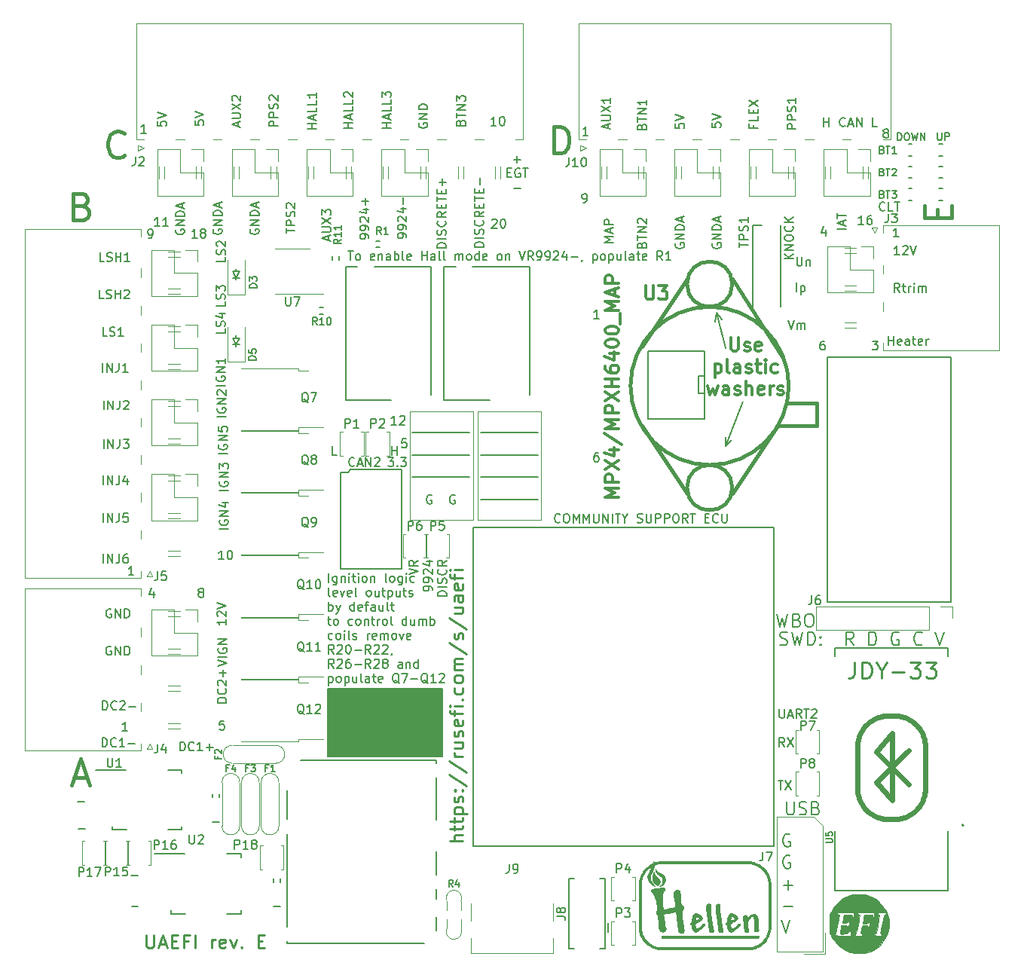
<source format=gto>
G04 #@! TF.GenerationSoftware,KiCad,Pcbnew,8.0.9-8.0.9-0~ubuntu24.04.1*
G04 #@! TF.CreationDate,2026-02-26T22:36:56+00:00*
G04 #@! TF.ProjectId,uaefi,75616566-692e-46b6-9963-61645f706362,E*
G04 #@! TF.SameCoordinates,Original*
G04 #@! TF.FileFunction,Legend,Top*
G04 #@! TF.FilePolarity,Positive*
%FSLAX46Y46*%
G04 Gerber Fmt 4.6, Leading zero omitted, Abs format (unit mm)*
G04 Created by KiCad (PCBNEW 8.0.9-8.0.9-0~ubuntu24.04.1) date 2026-02-26 22:36:56*
%MOMM*%
%LPD*%
G01*
G04 APERTURE LIST*
%ADD10C,0.150000*%
%ADD11C,0.450000*%
%ADD12C,0.200000*%
%ADD13C,0.170000*%
%ADD14C,0.250000*%
%ADD15C,0.127000*%
%ADD16C,0.304800*%
%ADD17C,0.120000*%
%ADD18C,0.203200*%
%ADD19C,0.000000*%
%ADD20C,0.631031*%
%ADD21C,0.099060*%
%ADD22C,0.002540*%
%ADD23C,0.381000*%
G04 APERTURE END LIST*
D10*
X49000000Y56300000D02*
X55400000Y56300000D01*
X49000000Y53700000D02*
X55400000Y53700000D01*
X41300000Y61300000D02*
X47700000Y61300000D01*
X31770000Y32432435D02*
X44686015Y32432435D01*
X44686015Y24857565D01*
X31770000Y24857565D01*
X31770000Y32432435D01*
G36*
X31770000Y32432435D02*
G01*
X44686015Y32432435D01*
X44686015Y24857565D01*
X31770000Y24857565D01*
X31770000Y32432435D01*
G37*
X49000000Y58700000D02*
X55400000Y58700000D01*
X41300000Y56300000D02*
X47700000Y56300000D01*
X49000000Y61300000D02*
X55400000Y61300000D01*
X41300000Y58700000D02*
X47700000Y58700000D01*
X39014286Y58745181D02*
X39014286Y59745181D01*
X39014286Y59268991D02*
X39585714Y59268991D01*
X39585714Y58745181D02*
X39585714Y59745181D01*
X96030952Y81245181D02*
X95459524Y81245181D01*
X95745238Y81245181D02*
X95745238Y82245181D01*
X95745238Y82245181D02*
X95650000Y82102324D01*
X95650000Y82102324D02*
X95554762Y82007086D01*
X95554762Y82007086D02*
X95459524Y81959467D01*
X96411905Y82149943D02*
X96459524Y82197562D01*
X96459524Y82197562D02*
X96554762Y82245181D01*
X96554762Y82245181D02*
X96792857Y82245181D01*
X96792857Y82245181D02*
X96888095Y82197562D01*
X96888095Y82197562D02*
X96935714Y82149943D01*
X96935714Y82149943D02*
X96983333Y82054705D01*
X96983333Y82054705D02*
X96983333Y81959467D01*
X96983333Y81959467D02*
X96935714Y81816610D01*
X96935714Y81816610D02*
X96364286Y81245181D01*
X96364286Y81245181D02*
X96983333Y81245181D01*
X97269048Y82245181D02*
X97602381Y81245181D01*
X97602381Y81245181D02*
X97935714Y82245181D01*
D11*
X4214285Y86706972D02*
X4642857Y86564115D01*
X4642857Y86564115D02*
X4785714Y86421258D01*
X4785714Y86421258D02*
X4928571Y86135543D01*
X4928571Y86135543D02*
X4928571Y85706972D01*
X4928571Y85706972D02*
X4785714Y85421258D01*
X4785714Y85421258D02*
X4642857Y85278400D01*
X4642857Y85278400D02*
X4357142Y85135543D01*
X4357142Y85135543D02*
X3214285Y85135543D01*
X3214285Y85135543D02*
X3214285Y88135543D01*
X3214285Y88135543D02*
X4214285Y88135543D01*
X4214285Y88135543D02*
X4500000Y87992686D01*
X4500000Y87992686D02*
X4642857Y87849829D01*
X4642857Y87849829D02*
X4785714Y87564115D01*
X4785714Y87564115D02*
X4785714Y87278400D01*
X4785714Y87278400D02*
X4642857Y86992686D01*
X4642857Y86992686D02*
X4500000Y86849829D01*
X4500000Y86849829D02*
X4214285Y86706972D01*
X4214285Y86706972D02*
X3214285Y86706972D01*
D10*
X20138095Y28845181D02*
X19661905Y28845181D01*
X19661905Y28845181D02*
X19614286Y28368991D01*
X19614286Y28368991D02*
X19661905Y28416610D01*
X19661905Y28416610D02*
X19757143Y28464229D01*
X19757143Y28464229D02*
X19995238Y28464229D01*
X19995238Y28464229D02*
X20090476Y28416610D01*
X20090476Y28416610D02*
X20138095Y28368991D01*
X20138095Y28368991D02*
X20185714Y28273753D01*
X20185714Y28273753D02*
X20185714Y28035658D01*
X20185714Y28035658D02*
X20138095Y27940420D01*
X20138095Y27940420D02*
X20090476Y27892800D01*
X20090476Y27892800D02*
X19995238Y27845181D01*
X19995238Y27845181D02*
X19757143Y27845181D01*
X19757143Y27845181D02*
X19661905Y27892800D01*
X19661905Y27892800D02*
X19614286Y27940420D01*
X6569048Y46595181D02*
X6569048Y47595181D01*
X7045238Y46595181D02*
X7045238Y47595181D01*
X7045238Y47595181D02*
X7616666Y46595181D01*
X7616666Y46595181D02*
X7616666Y47595181D01*
X8378571Y47595181D02*
X8378571Y46880896D01*
X8378571Y46880896D02*
X8330952Y46738039D01*
X8330952Y46738039D02*
X8235714Y46642800D01*
X8235714Y46642800D02*
X8092857Y46595181D01*
X8092857Y46595181D02*
X7997619Y46595181D01*
X9283333Y47595181D02*
X9092857Y47595181D01*
X9092857Y47595181D02*
X8997619Y47547562D01*
X8997619Y47547562D02*
X8950000Y47499943D01*
X8950000Y47499943D02*
X8854762Y47357086D01*
X8854762Y47357086D02*
X8807143Y47166610D01*
X8807143Y47166610D02*
X8807143Y46785658D01*
X8807143Y46785658D02*
X8854762Y46690420D01*
X8854762Y46690420D02*
X8902381Y46642800D01*
X8902381Y46642800D02*
X8997619Y46595181D01*
X8997619Y46595181D02*
X9188095Y46595181D01*
X9188095Y46595181D02*
X9283333Y46642800D01*
X9283333Y46642800D02*
X9330952Y46690420D01*
X9330952Y46690420D02*
X9378571Y46785658D01*
X9378571Y46785658D02*
X9378571Y47023753D01*
X9378571Y47023753D02*
X9330952Y47118991D01*
X9330952Y47118991D02*
X9283333Y47166610D01*
X9283333Y47166610D02*
X9188095Y47214229D01*
X9188095Y47214229D02*
X8997619Y47214229D01*
X8997619Y47214229D02*
X8902381Y47166610D01*
X8902381Y47166610D02*
X8854762Y47118991D01*
X8854762Y47118991D02*
X8807143Y47023753D01*
X20304819Y80957143D02*
X20304819Y80480953D01*
X20304819Y80480953D02*
X19304819Y80480953D01*
X20257200Y81242858D02*
X20304819Y81385715D01*
X20304819Y81385715D02*
X20304819Y81623810D01*
X20304819Y81623810D02*
X20257200Y81719048D01*
X20257200Y81719048D02*
X20209580Y81766667D01*
X20209580Y81766667D02*
X20114342Y81814286D01*
X20114342Y81814286D02*
X20019104Y81814286D01*
X20019104Y81814286D02*
X19923866Y81766667D01*
X19923866Y81766667D02*
X19876247Y81719048D01*
X19876247Y81719048D02*
X19828628Y81623810D01*
X19828628Y81623810D02*
X19781009Y81433334D01*
X19781009Y81433334D02*
X19733390Y81338096D01*
X19733390Y81338096D02*
X19685771Y81290477D01*
X19685771Y81290477D02*
X19590533Y81242858D01*
X19590533Y81242858D02*
X19495295Y81242858D01*
X19495295Y81242858D02*
X19400057Y81290477D01*
X19400057Y81290477D02*
X19352438Y81338096D01*
X19352438Y81338096D02*
X19304819Y81433334D01*
X19304819Y81433334D02*
X19304819Y81671429D01*
X19304819Y81671429D02*
X19352438Y81814286D01*
X19400057Y82195239D02*
X19352438Y82242858D01*
X19352438Y82242858D02*
X19304819Y82338096D01*
X19304819Y82338096D02*
X19304819Y82576191D01*
X19304819Y82576191D02*
X19352438Y82671429D01*
X19352438Y82671429D02*
X19400057Y82719048D01*
X19400057Y82719048D02*
X19495295Y82766667D01*
X19495295Y82766667D02*
X19590533Y82766667D01*
X19590533Y82766667D02*
X19733390Y82719048D01*
X19733390Y82719048D02*
X20304819Y82147620D01*
X20304819Y82147620D02*
X20304819Y82766667D01*
X6569048Y55395181D02*
X6569048Y56395181D01*
X7045238Y55395181D02*
X7045238Y56395181D01*
X7045238Y56395181D02*
X7616666Y55395181D01*
X7616666Y55395181D02*
X7616666Y56395181D01*
X8378571Y56395181D02*
X8378571Y55680896D01*
X8378571Y55680896D02*
X8330952Y55538039D01*
X8330952Y55538039D02*
X8235714Y55442800D01*
X8235714Y55442800D02*
X8092857Y55395181D01*
X8092857Y55395181D02*
X7997619Y55395181D01*
X9283333Y56061848D02*
X9283333Y55395181D01*
X9045238Y56442800D02*
X8807143Y55728515D01*
X8807143Y55728515D02*
X9426190Y55728515D01*
X6633333Y76295181D02*
X6157143Y76295181D01*
X6157143Y76295181D02*
X6157143Y77295181D01*
X6919048Y76342800D02*
X7061905Y76295181D01*
X7061905Y76295181D02*
X7300000Y76295181D01*
X7300000Y76295181D02*
X7395238Y76342800D01*
X7395238Y76342800D02*
X7442857Y76390420D01*
X7442857Y76390420D02*
X7490476Y76485658D01*
X7490476Y76485658D02*
X7490476Y76580896D01*
X7490476Y76580896D02*
X7442857Y76676134D01*
X7442857Y76676134D02*
X7395238Y76723753D01*
X7395238Y76723753D02*
X7300000Y76771372D01*
X7300000Y76771372D02*
X7109524Y76818991D01*
X7109524Y76818991D02*
X7014286Y76866610D01*
X7014286Y76866610D02*
X6966667Y76914229D01*
X6966667Y76914229D02*
X6919048Y77009467D01*
X6919048Y77009467D02*
X6919048Y77104705D01*
X6919048Y77104705D02*
X6966667Y77199943D01*
X6966667Y77199943D02*
X7014286Y77247562D01*
X7014286Y77247562D02*
X7109524Y77295181D01*
X7109524Y77295181D02*
X7347619Y77295181D01*
X7347619Y77295181D02*
X7490476Y77247562D01*
X7919048Y76295181D02*
X7919048Y77295181D01*
X7919048Y76818991D02*
X8490476Y76818991D01*
X8490476Y76295181D02*
X8490476Y77295181D01*
X8919048Y77199943D02*
X8966667Y77247562D01*
X8966667Y77247562D02*
X9061905Y77295181D01*
X9061905Y77295181D02*
X9300000Y77295181D01*
X9300000Y77295181D02*
X9395238Y77247562D01*
X9395238Y77247562D02*
X9442857Y77199943D01*
X9442857Y77199943D02*
X9490476Y77104705D01*
X9490476Y77104705D02*
X9490476Y77009467D01*
X9490476Y77009467D02*
X9442857Y76866610D01*
X9442857Y76866610D02*
X8871429Y76295181D01*
X8871429Y76295181D02*
X9490476Y76295181D01*
X17109523Y83145181D02*
X16538095Y83145181D01*
X16823809Y83145181D02*
X16823809Y84145181D01*
X16823809Y84145181D02*
X16728571Y84002324D01*
X16728571Y84002324D02*
X16633333Y83907086D01*
X16633333Y83907086D02*
X16538095Y83859467D01*
X17680952Y83716610D02*
X17585714Y83764229D01*
X17585714Y83764229D02*
X17538095Y83811848D01*
X17538095Y83811848D02*
X17490476Y83907086D01*
X17490476Y83907086D02*
X17490476Y83954705D01*
X17490476Y83954705D02*
X17538095Y84049943D01*
X17538095Y84049943D02*
X17585714Y84097562D01*
X17585714Y84097562D02*
X17680952Y84145181D01*
X17680952Y84145181D02*
X17871428Y84145181D01*
X17871428Y84145181D02*
X17966666Y84097562D01*
X17966666Y84097562D02*
X18014285Y84049943D01*
X18014285Y84049943D02*
X18061904Y83954705D01*
X18061904Y83954705D02*
X18061904Y83907086D01*
X18061904Y83907086D02*
X18014285Y83811848D01*
X18014285Y83811848D02*
X17966666Y83764229D01*
X17966666Y83764229D02*
X17871428Y83716610D01*
X17871428Y83716610D02*
X17680952Y83716610D01*
X17680952Y83716610D02*
X17585714Y83668991D01*
X17585714Y83668991D02*
X17538095Y83621372D01*
X17538095Y83621372D02*
X17490476Y83526134D01*
X17490476Y83526134D02*
X17490476Y83335658D01*
X17490476Y83335658D02*
X17538095Y83240420D01*
X17538095Y83240420D02*
X17585714Y83192800D01*
X17585714Y83192800D02*
X17680952Y83145181D01*
X17680952Y83145181D02*
X17871428Y83145181D01*
X17871428Y83145181D02*
X17966666Y83192800D01*
X17966666Y83192800D02*
X18014285Y83240420D01*
X18014285Y83240420D02*
X18061904Y83335658D01*
X18061904Y83335658D02*
X18061904Y83526134D01*
X18061904Y83526134D02*
X18014285Y83621372D01*
X18014285Y83621372D02*
X17966666Y83668991D01*
X17966666Y83668991D02*
X17871428Y83716610D01*
X6492857Y30095181D02*
X6492857Y31095181D01*
X6492857Y31095181D02*
X6730952Y31095181D01*
X6730952Y31095181D02*
X6873809Y31047562D01*
X6873809Y31047562D02*
X6969047Y30952324D01*
X6969047Y30952324D02*
X7016666Y30857086D01*
X7016666Y30857086D02*
X7064285Y30666610D01*
X7064285Y30666610D02*
X7064285Y30523753D01*
X7064285Y30523753D02*
X7016666Y30333277D01*
X7016666Y30333277D02*
X6969047Y30238039D01*
X6969047Y30238039D02*
X6873809Y30142800D01*
X6873809Y30142800D02*
X6730952Y30095181D01*
X6730952Y30095181D02*
X6492857Y30095181D01*
X8064285Y30190420D02*
X8016666Y30142800D01*
X8016666Y30142800D02*
X7873809Y30095181D01*
X7873809Y30095181D02*
X7778571Y30095181D01*
X7778571Y30095181D02*
X7635714Y30142800D01*
X7635714Y30142800D02*
X7540476Y30238039D01*
X7540476Y30238039D02*
X7492857Y30333277D01*
X7492857Y30333277D02*
X7445238Y30523753D01*
X7445238Y30523753D02*
X7445238Y30666610D01*
X7445238Y30666610D02*
X7492857Y30857086D01*
X7492857Y30857086D02*
X7540476Y30952324D01*
X7540476Y30952324D02*
X7635714Y31047562D01*
X7635714Y31047562D02*
X7778571Y31095181D01*
X7778571Y31095181D02*
X7873809Y31095181D01*
X7873809Y31095181D02*
X8016666Y31047562D01*
X8016666Y31047562D02*
X8064285Y30999943D01*
X8445238Y30999943D02*
X8492857Y31047562D01*
X8492857Y31047562D02*
X8588095Y31095181D01*
X8588095Y31095181D02*
X8826190Y31095181D01*
X8826190Y31095181D02*
X8921428Y31047562D01*
X8921428Y31047562D02*
X8969047Y30999943D01*
X8969047Y30999943D02*
X9016666Y30904705D01*
X9016666Y30904705D02*
X9016666Y30809467D01*
X9016666Y30809467D02*
X8969047Y30666610D01*
X8969047Y30666610D02*
X8397619Y30095181D01*
X8397619Y30095181D02*
X9016666Y30095181D01*
X9445238Y30476134D02*
X10207143Y30476134D01*
X12654819Y96209524D02*
X12654819Y95733334D01*
X12654819Y95733334D02*
X13131009Y95685715D01*
X13131009Y95685715D02*
X13083390Y95733334D01*
X13083390Y95733334D02*
X13035771Y95828572D01*
X13035771Y95828572D02*
X13035771Y96066667D01*
X13035771Y96066667D02*
X13083390Y96161905D01*
X13083390Y96161905D02*
X13131009Y96209524D01*
X13131009Y96209524D02*
X13226247Y96257143D01*
X13226247Y96257143D02*
X13464342Y96257143D01*
X13464342Y96257143D02*
X13559580Y96209524D01*
X13559580Y96209524D02*
X13607200Y96161905D01*
X13607200Y96161905D02*
X13654819Y96066667D01*
X13654819Y96066667D02*
X13654819Y95828572D01*
X13654819Y95828572D02*
X13607200Y95733334D01*
X13607200Y95733334D02*
X13559580Y95685715D01*
X12654819Y96542858D02*
X13654819Y96876191D01*
X13654819Y96876191D02*
X12654819Y97209524D01*
X61035714Y94645181D02*
X60464286Y94645181D01*
X60750000Y94645181D02*
X60750000Y95645181D01*
X60750000Y95645181D02*
X60654762Y95502324D01*
X60654762Y95502324D02*
X60559524Y95407086D01*
X60559524Y95407086D02*
X60464286Y95359467D01*
X34604819Y95500001D02*
X33604819Y95500001D01*
X34081009Y95500001D02*
X34081009Y96071429D01*
X34604819Y96071429D02*
X33604819Y96071429D01*
X34319104Y96500001D02*
X34319104Y96976191D01*
X34604819Y96404763D02*
X33604819Y96738096D01*
X33604819Y96738096D02*
X34604819Y97071429D01*
X34604819Y97880953D02*
X34604819Y97404763D01*
X34604819Y97404763D02*
X33604819Y97404763D01*
X34604819Y98690477D02*
X34604819Y98214287D01*
X34604819Y98214287D02*
X33604819Y98214287D01*
X33700057Y98976192D02*
X33652438Y99023811D01*
X33652438Y99023811D02*
X33604819Y99119049D01*
X33604819Y99119049D02*
X33604819Y99357144D01*
X33604819Y99357144D02*
X33652438Y99452382D01*
X33652438Y99452382D02*
X33700057Y99500001D01*
X33700057Y99500001D02*
X33795295Y99547620D01*
X33795295Y99547620D02*
X33890533Y99547620D01*
X33890533Y99547620D02*
X34033390Y99500001D01*
X34033390Y99500001D02*
X34604819Y98928573D01*
X34604819Y98928573D02*
X34604819Y99547620D01*
X45084819Y82029049D02*
X44084819Y82029049D01*
X44084819Y82029049D02*
X44084819Y82267144D01*
X44084819Y82267144D02*
X44132438Y82410001D01*
X44132438Y82410001D02*
X44227676Y82505239D01*
X44227676Y82505239D02*
X44322914Y82552858D01*
X44322914Y82552858D02*
X44513390Y82600477D01*
X44513390Y82600477D02*
X44656247Y82600477D01*
X44656247Y82600477D02*
X44846723Y82552858D01*
X44846723Y82552858D02*
X44941961Y82505239D01*
X44941961Y82505239D02*
X45037200Y82410001D01*
X45037200Y82410001D02*
X45084819Y82267144D01*
X45084819Y82267144D02*
X45084819Y82029049D01*
X45084819Y83029049D02*
X44084819Y83029049D01*
X45037200Y83457620D02*
X45084819Y83600477D01*
X45084819Y83600477D02*
X45084819Y83838572D01*
X45084819Y83838572D02*
X45037200Y83933810D01*
X45037200Y83933810D02*
X44989580Y83981429D01*
X44989580Y83981429D02*
X44894342Y84029048D01*
X44894342Y84029048D02*
X44799104Y84029048D01*
X44799104Y84029048D02*
X44703866Y83981429D01*
X44703866Y83981429D02*
X44656247Y83933810D01*
X44656247Y83933810D02*
X44608628Y83838572D01*
X44608628Y83838572D02*
X44561009Y83648096D01*
X44561009Y83648096D02*
X44513390Y83552858D01*
X44513390Y83552858D02*
X44465771Y83505239D01*
X44465771Y83505239D02*
X44370533Y83457620D01*
X44370533Y83457620D02*
X44275295Y83457620D01*
X44275295Y83457620D02*
X44180057Y83505239D01*
X44180057Y83505239D02*
X44132438Y83552858D01*
X44132438Y83552858D02*
X44084819Y83648096D01*
X44084819Y83648096D02*
X44084819Y83886191D01*
X44084819Y83886191D02*
X44132438Y84029048D01*
X44989580Y85029048D02*
X45037200Y84981429D01*
X45037200Y84981429D02*
X45084819Y84838572D01*
X45084819Y84838572D02*
X45084819Y84743334D01*
X45084819Y84743334D02*
X45037200Y84600477D01*
X45037200Y84600477D02*
X44941961Y84505239D01*
X44941961Y84505239D02*
X44846723Y84457620D01*
X44846723Y84457620D02*
X44656247Y84410001D01*
X44656247Y84410001D02*
X44513390Y84410001D01*
X44513390Y84410001D02*
X44322914Y84457620D01*
X44322914Y84457620D02*
X44227676Y84505239D01*
X44227676Y84505239D02*
X44132438Y84600477D01*
X44132438Y84600477D02*
X44084819Y84743334D01*
X44084819Y84743334D02*
X44084819Y84838572D01*
X44084819Y84838572D02*
X44132438Y84981429D01*
X44132438Y84981429D02*
X44180057Y85029048D01*
X45084819Y86029048D02*
X44608628Y85695715D01*
X45084819Y85457620D02*
X44084819Y85457620D01*
X44084819Y85457620D02*
X44084819Y85838572D01*
X44084819Y85838572D02*
X44132438Y85933810D01*
X44132438Y85933810D02*
X44180057Y85981429D01*
X44180057Y85981429D02*
X44275295Y86029048D01*
X44275295Y86029048D02*
X44418152Y86029048D01*
X44418152Y86029048D02*
X44513390Y85981429D01*
X44513390Y85981429D02*
X44561009Y85933810D01*
X44561009Y85933810D02*
X44608628Y85838572D01*
X44608628Y85838572D02*
X44608628Y85457620D01*
X44561009Y86457620D02*
X44561009Y86790953D01*
X45084819Y86933810D02*
X45084819Y86457620D01*
X45084819Y86457620D02*
X44084819Y86457620D01*
X44084819Y86457620D02*
X44084819Y86933810D01*
X44084819Y87219525D02*
X44084819Y87790953D01*
X45084819Y87505239D02*
X44084819Y87505239D01*
X44561009Y88124287D02*
X44561009Y88457620D01*
X45084819Y88600477D02*
X45084819Y88124287D01*
X45084819Y88124287D02*
X44084819Y88124287D01*
X44084819Y88124287D02*
X44084819Y88600477D01*
X44703866Y89029049D02*
X44703866Y89790953D01*
X45084819Y89410001D02*
X44322914Y89410001D01*
D12*
X83734349Y16102944D02*
X83601016Y16174373D01*
X83601016Y16174373D02*
X83401016Y16174373D01*
X83401016Y16174373D02*
X83201016Y16102944D01*
X83201016Y16102944D02*
X83067683Y15960087D01*
X83067683Y15960087D02*
X83001016Y15817230D01*
X83001016Y15817230D02*
X82934349Y15531516D01*
X82934349Y15531516D02*
X82934349Y15317230D01*
X82934349Y15317230D02*
X83001016Y15031516D01*
X83001016Y15031516D02*
X83067683Y14888659D01*
X83067683Y14888659D02*
X83201016Y14745801D01*
X83201016Y14745801D02*
X83401016Y14674373D01*
X83401016Y14674373D02*
X83534349Y14674373D01*
X83534349Y14674373D02*
X83734349Y14745801D01*
X83734349Y14745801D02*
X83801016Y14817230D01*
X83801016Y14817230D02*
X83801016Y15317230D01*
X83801016Y15317230D02*
X83534349Y15317230D01*
X83734349Y13688028D02*
X83601016Y13759457D01*
X83601016Y13759457D02*
X83401016Y13759457D01*
X83401016Y13759457D02*
X83201016Y13688028D01*
X83201016Y13688028D02*
X83067683Y13545171D01*
X83067683Y13545171D02*
X83001016Y13402314D01*
X83001016Y13402314D02*
X82934349Y13116600D01*
X82934349Y13116600D02*
X82934349Y12902314D01*
X82934349Y12902314D02*
X83001016Y12616600D01*
X83001016Y12616600D02*
X83067683Y12473743D01*
X83067683Y12473743D02*
X83201016Y12330885D01*
X83201016Y12330885D02*
X83401016Y12259457D01*
X83401016Y12259457D02*
X83534349Y12259457D01*
X83534349Y12259457D02*
X83734349Y12330885D01*
X83734349Y12330885D02*
X83801016Y12402314D01*
X83801016Y12402314D02*
X83801016Y12902314D01*
X83801016Y12902314D02*
X83534349Y12902314D01*
X83001016Y10415969D02*
X84067683Y10415969D01*
X83534349Y9844541D02*
X83534349Y10987398D01*
X83001016Y8001053D02*
X84067683Y8001053D01*
X82801016Y6514709D02*
X83267683Y5014709D01*
X83267683Y5014709D02*
X83734349Y6514709D01*
D10*
X84104819Y80790477D02*
X83104819Y80790477D01*
X84104819Y81361905D02*
X83533390Y80933334D01*
X83104819Y81361905D02*
X83676247Y80790477D01*
X84104819Y81790477D02*
X83104819Y81790477D01*
X83104819Y81790477D02*
X84104819Y82361905D01*
X84104819Y82361905D02*
X83104819Y82361905D01*
X83104819Y83028572D02*
X83104819Y83219048D01*
X83104819Y83219048D02*
X83152438Y83314286D01*
X83152438Y83314286D02*
X83247676Y83409524D01*
X83247676Y83409524D02*
X83438152Y83457143D01*
X83438152Y83457143D02*
X83771485Y83457143D01*
X83771485Y83457143D02*
X83961961Y83409524D01*
X83961961Y83409524D02*
X84057200Y83314286D01*
X84057200Y83314286D02*
X84104819Y83219048D01*
X84104819Y83219048D02*
X84104819Y83028572D01*
X84104819Y83028572D02*
X84057200Y82933334D01*
X84057200Y82933334D02*
X83961961Y82838096D01*
X83961961Y82838096D02*
X83771485Y82790477D01*
X83771485Y82790477D02*
X83438152Y82790477D01*
X83438152Y82790477D02*
X83247676Y82838096D01*
X83247676Y82838096D02*
X83152438Y82933334D01*
X83152438Y82933334D02*
X83104819Y83028572D01*
X84009580Y84457143D02*
X84057200Y84409524D01*
X84057200Y84409524D02*
X84104819Y84266667D01*
X84104819Y84266667D02*
X84104819Y84171429D01*
X84104819Y84171429D02*
X84057200Y84028572D01*
X84057200Y84028572D02*
X83961961Y83933334D01*
X83961961Y83933334D02*
X83866723Y83885715D01*
X83866723Y83885715D02*
X83676247Y83838096D01*
X83676247Y83838096D02*
X83533390Y83838096D01*
X83533390Y83838096D02*
X83342914Y83885715D01*
X83342914Y83885715D02*
X83247676Y83933334D01*
X83247676Y83933334D02*
X83152438Y84028572D01*
X83152438Y84028572D02*
X83104819Y84171429D01*
X83104819Y84171429D02*
X83104819Y84266667D01*
X83104819Y84266667D02*
X83152438Y84409524D01*
X83152438Y84409524D02*
X83200057Y84457143D01*
X84104819Y84885715D02*
X83104819Y84885715D01*
X84104819Y85457143D02*
X83533390Y85028572D01*
X83104819Y85457143D02*
X83676247Y84885715D01*
X82536779Y30170041D02*
X82536779Y29360518D01*
X82536779Y29360518D02*
X82584398Y29265280D01*
X82584398Y29265280D02*
X82632017Y29217660D01*
X82632017Y29217660D02*
X82727255Y29170041D01*
X82727255Y29170041D02*
X82917731Y29170041D01*
X82917731Y29170041D02*
X83012969Y29217660D01*
X83012969Y29217660D02*
X83060588Y29265280D01*
X83060588Y29265280D02*
X83108207Y29360518D01*
X83108207Y29360518D02*
X83108207Y30170041D01*
X83536779Y29455756D02*
X84012969Y29455756D01*
X83441541Y29170041D02*
X83774874Y30170041D01*
X83774874Y30170041D02*
X84108207Y29170041D01*
X85012969Y29170041D02*
X84679636Y29646232D01*
X84441541Y29170041D02*
X84441541Y30170041D01*
X84441541Y30170041D02*
X84822493Y30170041D01*
X84822493Y30170041D02*
X84917731Y30122422D01*
X84917731Y30122422D02*
X84965350Y30074803D01*
X84965350Y30074803D02*
X85012969Y29979565D01*
X85012969Y29979565D02*
X85012969Y29836708D01*
X85012969Y29836708D02*
X84965350Y29741470D01*
X84965350Y29741470D02*
X84917731Y29693851D01*
X84917731Y29693851D02*
X84822493Y29646232D01*
X84822493Y29646232D02*
X84441541Y29646232D01*
X85298684Y30170041D02*
X85870112Y30170041D01*
X85584398Y29170041D02*
X85584398Y30170041D01*
X86155827Y30074803D02*
X86203446Y30122422D01*
X86203446Y30122422D02*
X86298684Y30170041D01*
X86298684Y30170041D02*
X86536779Y30170041D01*
X86536779Y30170041D02*
X86632017Y30122422D01*
X86632017Y30122422D02*
X86679636Y30074803D01*
X86679636Y30074803D02*
X86727255Y29979565D01*
X86727255Y29979565D02*
X86727255Y29884327D01*
X86727255Y29884327D02*
X86679636Y29741470D01*
X86679636Y29741470D02*
X86108208Y29170041D01*
X86108208Y29170041D02*
X86727255Y29170041D01*
X83108207Y25950153D02*
X82774874Y26426344D01*
X82536779Y25950153D02*
X82536779Y26950153D01*
X82536779Y26950153D02*
X82917731Y26950153D01*
X82917731Y26950153D02*
X83012969Y26902534D01*
X83012969Y26902534D02*
X83060588Y26854915D01*
X83060588Y26854915D02*
X83108207Y26759677D01*
X83108207Y26759677D02*
X83108207Y26616820D01*
X83108207Y26616820D02*
X83060588Y26521582D01*
X83060588Y26521582D02*
X83012969Y26473963D01*
X83012969Y26473963D02*
X82917731Y26426344D01*
X82917731Y26426344D02*
X82536779Y26426344D01*
X83441541Y26950153D02*
X84108207Y25950153D01*
X84108207Y26950153D02*
X83441541Y25950153D01*
X82393922Y22120321D02*
X82965350Y22120321D01*
X82679636Y21120321D02*
X82679636Y22120321D01*
X83203446Y22120321D02*
X83870112Y21120321D01*
X83870112Y22120321D02*
X83203446Y21120321D01*
D11*
X3285714Y22492686D02*
X4714286Y22492686D01*
X3000000Y21635543D02*
X4000000Y24635543D01*
X4000000Y24635543D02*
X5000000Y21635543D01*
D10*
X16854819Y96309524D02*
X16854819Y95833334D01*
X16854819Y95833334D02*
X17331009Y95785715D01*
X17331009Y95785715D02*
X17283390Y95833334D01*
X17283390Y95833334D02*
X17235771Y95928572D01*
X17235771Y95928572D02*
X17235771Y96166667D01*
X17235771Y96166667D02*
X17283390Y96261905D01*
X17283390Y96261905D02*
X17331009Y96309524D01*
X17331009Y96309524D02*
X17426247Y96357143D01*
X17426247Y96357143D02*
X17664342Y96357143D01*
X17664342Y96357143D02*
X17759580Y96309524D01*
X17759580Y96309524D02*
X17807200Y96261905D01*
X17807200Y96261905D02*
X17854819Y96166667D01*
X17854819Y96166667D02*
X17854819Y95928572D01*
X17854819Y95928572D02*
X17807200Y95833334D01*
X17807200Y95833334D02*
X17759580Y95785715D01*
X16854819Y96642858D02*
X17854819Y96976191D01*
X17854819Y96976191D02*
X16854819Y97309524D01*
X92009523Y84645181D02*
X91438095Y84645181D01*
X91723809Y84645181D02*
X91723809Y85645181D01*
X91723809Y85645181D02*
X91628571Y85502324D01*
X91628571Y85502324D02*
X91533333Y85407086D01*
X91533333Y85407086D02*
X91438095Y85359467D01*
X92866666Y85645181D02*
X92676190Y85645181D01*
X92676190Y85645181D02*
X92580952Y85597562D01*
X92580952Y85597562D02*
X92533333Y85549943D01*
X92533333Y85549943D02*
X92438095Y85407086D01*
X92438095Y85407086D02*
X92390476Y85216610D01*
X92390476Y85216610D02*
X92390476Y84835658D01*
X92390476Y84835658D02*
X92438095Y84740420D01*
X92438095Y84740420D02*
X92485714Y84692800D01*
X92485714Y84692800D02*
X92580952Y84645181D01*
X92580952Y84645181D02*
X92771428Y84645181D01*
X92771428Y84645181D02*
X92866666Y84692800D01*
X92866666Y84692800D02*
X92914285Y84740420D01*
X92914285Y84740420D02*
X92961904Y84835658D01*
X92961904Y84835658D02*
X92961904Y85073753D01*
X92961904Y85073753D02*
X92914285Y85168991D01*
X92914285Y85168991D02*
X92866666Y85216610D01*
X92866666Y85216610D02*
X92771428Y85264229D01*
X92771428Y85264229D02*
X92580952Y85264229D01*
X92580952Y85264229D02*
X92485714Y85216610D01*
X92485714Y85216610D02*
X92438095Y85168991D01*
X92438095Y85168991D02*
X92390476Y85073753D01*
X46731009Y96090477D02*
X46778628Y96233334D01*
X46778628Y96233334D02*
X46826247Y96280953D01*
X46826247Y96280953D02*
X46921485Y96328572D01*
X46921485Y96328572D02*
X47064342Y96328572D01*
X47064342Y96328572D02*
X47159580Y96280953D01*
X47159580Y96280953D02*
X47207200Y96233334D01*
X47207200Y96233334D02*
X47254819Y96138096D01*
X47254819Y96138096D02*
X47254819Y95757144D01*
X47254819Y95757144D02*
X46254819Y95757144D01*
X46254819Y95757144D02*
X46254819Y96090477D01*
X46254819Y96090477D02*
X46302438Y96185715D01*
X46302438Y96185715D02*
X46350057Y96233334D01*
X46350057Y96233334D02*
X46445295Y96280953D01*
X46445295Y96280953D02*
X46540533Y96280953D01*
X46540533Y96280953D02*
X46635771Y96233334D01*
X46635771Y96233334D02*
X46683390Y96185715D01*
X46683390Y96185715D02*
X46731009Y96090477D01*
X46731009Y96090477D02*
X46731009Y95757144D01*
X46254819Y96614287D02*
X46254819Y97185715D01*
X47254819Y96900001D02*
X46254819Y96900001D01*
X47254819Y97519049D02*
X46254819Y97519049D01*
X46254819Y97519049D02*
X47254819Y98090477D01*
X47254819Y98090477D02*
X46254819Y98090477D01*
X46254819Y98471430D02*
X46254819Y99090477D01*
X46254819Y99090477D02*
X46635771Y98757144D01*
X46635771Y98757144D02*
X46635771Y98900001D01*
X46635771Y98900001D02*
X46683390Y98995239D01*
X46683390Y98995239D02*
X46731009Y99042858D01*
X46731009Y99042858D02*
X46826247Y99090477D01*
X46826247Y99090477D02*
X47064342Y99090477D01*
X47064342Y99090477D02*
X47159580Y99042858D01*
X47159580Y99042858D02*
X47207200Y98995239D01*
X47207200Y98995239D02*
X47254819Y98900001D01*
X47254819Y98900001D02*
X47254819Y98614287D01*
X47254819Y98614287D02*
X47207200Y98519049D01*
X47207200Y98519049D02*
X47159580Y98471430D01*
X21719104Y95685715D02*
X21719104Y96161905D01*
X22004819Y95590477D02*
X21004819Y95923810D01*
X21004819Y95923810D02*
X22004819Y96257143D01*
X21004819Y96590477D02*
X21814342Y96590477D01*
X21814342Y96590477D02*
X21909580Y96638096D01*
X21909580Y96638096D02*
X21957200Y96685715D01*
X21957200Y96685715D02*
X22004819Y96780953D01*
X22004819Y96780953D02*
X22004819Y96971429D01*
X22004819Y96971429D02*
X21957200Y97066667D01*
X21957200Y97066667D02*
X21909580Y97114286D01*
X21909580Y97114286D02*
X21814342Y97161905D01*
X21814342Y97161905D02*
X21004819Y97161905D01*
X21004819Y97542858D02*
X22004819Y98209524D01*
X21004819Y98209524D02*
X22004819Y97542858D01*
X21100057Y98542858D02*
X21052438Y98590477D01*
X21052438Y98590477D02*
X21004819Y98685715D01*
X21004819Y98685715D02*
X21004819Y98923810D01*
X21004819Y98923810D02*
X21052438Y99019048D01*
X21052438Y99019048D02*
X21100057Y99066667D01*
X21100057Y99066667D02*
X21195295Y99114286D01*
X21195295Y99114286D02*
X21290533Y99114286D01*
X21290533Y99114286D02*
X21433390Y99066667D01*
X21433390Y99066667D02*
X22004819Y98495239D01*
X22004819Y98495239D02*
X22004819Y99114286D01*
X12240476Y43411848D02*
X12240476Y42745181D01*
X12002381Y43792800D02*
X11764286Y43078515D01*
X11764286Y43078515D02*
X12383333Y43078515D01*
X38552381Y58445181D02*
X39171428Y58445181D01*
X39171428Y58445181D02*
X38838095Y58064229D01*
X38838095Y58064229D02*
X38980952Y58064229D01*
X38980952Y58064229D02*
X39076190Y58016610D01*
X39076190Y58016610D02*
X39123809Y57968991D01*
X39123809Y57968991D02*
X39171428Y57873753D01*
X39171428Y57873753D02*
X39171428Y57635658D01*
X39171428Y57635658D02*
X39123809Y57540420D01*
X39123809Y57540420D02*
X39076190Y57492800D01*
X39076190Y57492800D02*
X38980952Y57445181D01*
X38980952Y57445181D02*
X38695238Y57445181D01*
X38695238Y57445181D02*
X38600000Y57492800D01*
X38600000Y57492800D02*
X38552381Y57540420D01*
X39600000Y57540420D02*
X39647619Y57492800D01*
X39647619Y57492800D02*
X39600000Y57445181D01*
X39600000Y57445181D02*
X39552381Y57492800D01*
X39552381Y57492800D02*
X39600000Y57540420D01*
X39600000Y57540420D02*
X39600000Y57445181D01*
X39980952Y58445181D02*
X40599999Y58445181D01*
X40599999Y58445181D02*
X40266666Y58064229D01*
X40266666Y58064229D02*
X40409523Y58064229D01*
X40409523Y58064229D02*
X40504761Y58016610D01*
X40504761Y58016610D02*
X40552380Y57968991D01*
X40552380Y57968991D02*
X40599999Y57873753D01*
X40599999Y57873753D02*
X40599999Y57635658D01*
X40599999Y57635658D02*
X40552380Y57540420D01*
X40552380Y57540420D02*
X40504761Y57492800D01*
X40504761Y57492800D02*
X40409523Y57445181D01*
X40409523Y57445181D02*
X40123809Y57445181D01*
X40123809Y57445181D02*
X40028571Y57492800D01*
X40028571Y57492800D02*
X39980952Y57540420D01*
X78004819Y82061906D02*
X78004819Y82633334D01*
X79004819Y82347620D02*
X78004819Y82347620D01*
X79004819Y82966668D02*
X78004819Y82966668D01*
X78004819Y82966668D02*
X78004819Y83347620D01*
X78004819Y83347620D02*
X78052438Y83442858D01*
X78052438Y83442858D02*
X78100057Y83490477D01*
X78100057Y83490477D02*
X78195295Y83538096D01*
X78195295Y83538096D02*
X78338152Y83538096D01*
X78338152Y83538096D02*
X78433390Y83490477D01*
X78433390Y83490477D02*
X78481009Y83442858D01*
X78481009Y83442858D02*
X78528628Y83347620D01*
X78528628Y83347620D02*
X78528628Y82966668D01*
X78957200Y83919049D02*
X79004819Y84061906D01*
X79004819Y84061906D02*
X79004819Y84300001D01*
X79004819Y84300001D02*
X78957200Y84395239D01*
X78957200Y84395239D02*
X78909580Y84442858D01*
X78909580Y84442858D02*
X78814342Y84490477D01*
X78814342Y84490477D02*
X78719104Y84490477D01*
X78719104Y84490477D02*
X78623866Y84442858D01*
X78623866Y84442858D02*
X78576247Y84395239D01*
X78576247Y84395239D02*
X78528628Y84300001D01*
X78528628Y84300001D02*
X78481009Y84109525D01*
X78481009Y84109525D02*
X78433390Y84014287D01*
X78433390Y84014287D02*
X78385771Y83966668D01*
X78385771Y83966668D02*
X78290533Y83919049D01*
X78290533Y83919049D02*
X78195295Y83919049D01*
X78195295Y83919049D02*
X78100057Y83966668D01*
X78100057Y83966668D02*
X78052438Y84014287D01*
X78052438Y84014287D02*
X78004819Y84109525D01*
X78004819Y84109525D02*
X78004819Y84347620D01*
X78004819Y84347620D02*
X78052438Y84490477D01*
X79004819Y85442858D02*
X79004819Y84871430D01*
X79004819Y85157144D02*
X78004819Y85157144D01*
X78004819Y85157144D02*
X78147676Y85061906D01*
X78147676Y85061906D02*
X78242914Y84966668D01*
X78242914Y84966668D02*
X78290533Y84871430D01*
D13*
X100307080Y94929192D02*
X100307080Y94265382D01*
X100307080Y94265382D02*
X100346127Y94187287D01*
X100346127Y94187287D02*
X100385175Y94148239D01*
X100385175Y94148239D02*
X100463270Y94109192D01*
X100463270Y94109192D02*
X100619461Y94109192D01*
X100619461Y94109192D02*
X100697556Y94148239D01*
X100697556Y94148239D02*
X100736603Y94187287D01*
X100736603Y94187287D02*
X100775651Y94265382D01*
X100775651Y94265382D02*
X100775651Y94929192D01*
X101166128Y94109192D02*
X101166128Y94929192D01*
X101166128Y94929192D02*
X101478509Y94929192D01*
X101478509Y94929192D02*
X101556604Y94890144D01*
X101556604Y94890144D02*
X101595651Y94851097D01*
X101595651Y94851097D02*
X101634699Y94773001D01*
X101634699Y94773001D02*
X101634699Y94655859D01*
X101634699Y94655859D02*
X101595651Y94577763D01*
X101595651Y94577763D02*
X101556604Y94538716D01*
X101556604Y94538716D02*
X101478509Y94499668D01*
X101478509Y94499668D02*
X101166128Y94499668D01*
D10*
X40638095Y60545181D02*
X40161905Y60545181D01*
X40161905Y60545181D02*
X40114286Y60068991D01*
X40114286Y60068991D02*
X40161905Y60116610D01*
X40161905Y60116610D02*
X40257143Y60164229D01*
X40257143Y60164229D02*
X40495238Y60164229D01*
X40495238Y60164229D02*
X40590476Y60116610D01*
X40590476Y60116610D02*
X40638095Y60068991D01*
X40638095Y60068991D02*
X40685714Y59973753D01*
X40685714Y59973753D02*
X40685714Y59735658D01*
X40685714Y59735658D02*
X40638095Y59640420D01*
X40638095Y59640420D02*
X40590476Y59592800D01*
X40590476Y59592800D02*
X40495238Y59545181D01*
X40495238Y59545181D02*
X40257143Y59545181D01*
X40257143Y59545181D02*
X40161905Y59592800D01*
X40161905Y59592800D02*
X40114286Y59640420D01*
X31869104Y82885715D02*
X31869104Y83361905D01*
X32154819Y82790477D02*
X31154819Y83123810D01*
X31154819Y83123810D02*
X32154819Y83457143D01*
X31154819Y83790477D02*
X31964342Y83790477D01*
X31964342Y83790477D02*
X32059580Y83838096D01*
X32059580Y83838096D02*
X32107200Y83885715D01*
X32107200Y83885715D02*
X32154819Y83980953D01*
X32154819Y83980953D02*
X32154819Y84171429D01*
X32154819Y84171429D02*
X32107200Y84266667D01*
X32107200Y84266667D02*
X32059580Y84314286D01*
X32059580Y84314286D02*
X31964342Y84361905D01*
X31964342Y84361905D02*
X31154819Y84361905D01*
X31154819Y84742858D02*
X32154819Y85409524D01*
X31154819Y85409524D02*
X32154819Y84742858D01*
X31154819Y85695239D02*
X31154819Y86314286D01*
X31154819Y86314286D02*
X31535771Y85980953D01*
X31535771Y85980953D02*
X31535771Y86123810D01*
X31535771Y86123810D02*
X31583390Y86219048D01*
X31583390Y86219048D02*
X31631009Y86266667D01*
X31631009Y86266667D02*
X31726247Y86314286D01*
X31726247Y86314286D02*
X31964342Y86314286D01*
X31964342Y86314286D02*
X32059580Y86266667D01*
X32059580Y86266667D02*
X32107200Y86219048D01*
X32107200Y86219048D02*
X32154819Y86123810D01*
X32154819Y86123810D02*
X32154819Y85838096D01*
X32154819Y85838096D02*
X32107200Y85742858D01*
X32107200Y85742858D02*
X32059580Y85695239D01*
X23102438Y84109524D02*
X23054819Y84014286D01*
X23054819Y84014286D02*
X23054819Y83871429D01*
X23054819Y83871429D02*
X23102438Y83728572D01*
X23102438Y83728572D02*
X23197676Y83633334D01*
X23197676Y83633334D02*
X23292914Y83585715D01*
X23292914Y83585715D02*
X23483390Y83538096D01*
X23483390Y83538096D02*
X23626247Y83538096D01*
X23626247Y83538096D02*
X23816723Y83585715D01*
X23816723Y83585715D02*
X23911961Y83633334D01*
X23911961Y83633334D02*
X24007200Y83728572D01*
X24007200Y83728572D02*
X24054819Y83871429D01*
X24054819Y83871429D02*
X24054819Y83966667D01*
X24054819Y83966667D02*
X24007200Y84109524D01*
X24007200Y84109524D02*
X23959580Y84157143D01*
X23959580Y84157143D02*
X23626247Y84157143D01*
X23626247Y84157143D02*
X23626247Y83966667D01*
X24054819Y84585715D02*
X23054819Y84585715D01*
X23054819Y84585715D02*
X24054819Y85157143D01*
X24054819Y85157143D02*
X23054819Y85157143D01*
X24054819Y85633334D02*
X23054819Y85633334D01*
X23054819Y85633334D02*
X23054819Y85871429D01*
X23054819Y85871429D02*
X23102438Y86014286D01*
X23102438Y86014286D02*
X23197676Y86109524D01*
X23197676Y86109524D02*
X23292914Y86157143D01*
X23292914Y86157143D02*
X23483390Y86204762D01*
X23483390Y86204762D02*
X23626247Y86204762D01*
X23626247Y86204762D02*
X23816723Y86157143D01*
X23816723Y86157143D02*
X23911961Y86109524D01*
X23911961Y86109524D02*
X24007200Y86014286D01*
X24007200Y86014286D02*
X24054819Y85871429D01*
X24054819Y85871429D02*
X24054819Y85633334D01*
X23769104Y86585715D02*
X23769104Y87061905D01*
X24054819Y86490477D02*
X23054819Y86823810D01*
X23054819Y86823810D02*
X24054819Y87157143D01*
D13*
X94080413Y93038716D02*
X94197556Y92999668D01*
X94197556Y92999668D02*
X94236603Y92960620D01*
X94236603Y92960620D02*
X94275651Y92882525D01*
X94275651Y92882525D02*
X94275651Y92765382D01*
X94275651Y92765382D02*
X94236603Y92687287D01*
X94236603Y92687287D02*
X94197556Y92648239D01*
X94197556Y92648239D02*
X94119461Y92609192D01*
X94119461Y92609192D02*
X93807080Y92609192D01*
X93807080Y92609192D02*
X93807080Y93429192D01*
X93807080Y93429192D02*
X94080413Y93429192D01*
X94080413Y93429192D02*
X94158508Y93390144D01*
X94158508Y93390144D02*
X94197556Y93351097D01*
X94197556Y93351097D02*
X94236603Y93273001D01*
X94236603Y93273001D02*
X94236603Y93194906D01*
X94236603Y93194906D02*
X94197556Y93116811D01*
X94197556Y93116811D02*
X94158508Y93077763D01*
X94158508Y93077763D02*
X94080413Y93038716D01*
X94080413Y93038716D02*
X93807080Y93038716D01*
X94509937Y93429192D02*
X94978508Y93429192D01*
X94744222Y92609192D02*
X94744222Y93429192D01*
X95681365Y92609192D02*
X95212794Y92609192D01*
X95447080Y92609192D02*
X95447080Y93429192D01*
X95447080Y93429192D02*
X95368984Y93312049D01*
X95368984Y93312049D02*
X95290889Y93233954D01*
X95290889Y93233954D02*
X95212794Y93194906D01*
D10*
X92966667Y71545181D02*
X93585714Y71545181D01*
X93585714Y71545181D02*
X93252381Y71164229D01*
X93252381Y71164229D02*
X93395238Y71164229D01*
X93395238Y71164229D02*
X93490476Y71116610D01*
X93490476Y71116610D02*
X93538095Y71068991D01*
X93538095Y71068991D02*
X93585714Y70973753D01*
X93585714Y70973753D02*
X93585714Y70735658D01*
X93585714Y70735658D02*
X93538095Y70640420D01*
X93538095Y70640420D02*
X93490476Y70592800D01*
X93490476Y70592800D02*
X93395238Y70545181D01*
X93395238Y70545181D02*
X93109524Y70545181D01*
X93109524Y70545181D02*
X93014286Y70592800D01*
X93014286Y70592800D02*
X92966667Y70640420D01*
X20120284Y47000562D02*
X19548856Y47000562D01*
X19834570Y47000562D02*
X19834570Y48000562D01*
X19834570Y48000562D02*
X19739332Y47857705D01*
X19739332Y47857705D02*
X19644094Y47762467D01*
X19644094Y47762467D02*
X19548856Y47714848D01*
X20739332Y48000562D02*
X20834570Y48000562D01*
X20834570Y48000562D02*
X20929808Y47952943D01*
X20929808Y47952943D02*
X20977427Y47905324D01*
X20977427Y47905324D02*
X21025046Y47810086D01*
X21025046Y47810086D02*
X21072665Y47619610D01*
X21072665Y47619610D02*
X21072665Y47381515D01*
X21072665Y47381515D02*
X21025046Y47191039D01*
X21025046Y47191039D02*
X20977427Y47095801D01*
X20977427Y47095801D02*
X20929808Y47048181D01*
X20929808Y47048181D02*
X20834570Y47000562D01*
X20834570Y47000562D02*
X20739332Y47000562D01*
X20739332Y47000562D02*
X20644094Y47048181D01*
X20644094Y47048181D02*
X20596475Y47095801D01*
X20596475Y47095801D02*
X20548856Y47191039D01*
X20548856Y47191039D02*
X20501237Y47381515D01*
X20501237Y47381515D02*
X20501237Y47619610D01*
X20501237Y47619610D02*
X20548856Y47810086D01*
X20548856Y47810086D02*
X20596475Y47905324D01*
X20596475Y47905324D02*
X20644094Y47952943D01*
X20644094Y47952943D02*
X20739332Y48000562D01*
X50238095Y85149943D02*
X50285714Y85197562D01*
X50285714Y85197562D02*
X50380952Y85245181D01*
X50380952Y85245181D02*
X50619047Y85245181D01*
X50619047Y85245181D02*
X50714285Y85197562D01*
X50714285Y85197562D02*
X50761904Y85149943D01*
X50761904Y85149943D02*
X50809523Y85054705D01*
X50809523Y85054705D02*
X50809523Y84959467D01*
X50809523Y84959467D02*
X50761904Y84816610D01*
X50761904Y84816610D02*
X50190476Y84245181D01*
X50190476Y84245181D02*
X50809523Y84245181D01*
X51428571Y85245181D02*
X51523809Y85245181D01*
X51523809Y85245181D02*
X51619047Y85197562D01*
X51619047Y85197562D02*
X51666666Y85149943D01*
X51666666Y85149943D02*
X51714285Y85054705D01*
X51714285Y85054705D02*
X51761904Y84864229D01*
X51761904Y84864229D02*
X51761904Y84626134D01*
X51761904Y84626134D02*
X51714285Y84435658D01*
X51714285Y84435658D02*
X51666666Y84340420D01*
X51666666Y84340420D02*
X51619047Y84292800D01*
X51619047Y84292800D02*
X51523809Y84245181D01*
X51523809Y84245181D02*
X51428571Y84245181D01*
X51428571Y84245181D02*
X51333333Y84292800D01*
X51333333Y84292800D02*
X51285714Y84340420D01*
X51285714Y84340420D02*
X51238095Y84435658D01*
X51238095Y84435658D02*
X51190476Y84626134D01*
X51190476Y84626134D02*
X51190476Y84864229D01*
X51190476Y84864229D02*
X51238095Y85054705D01*
X51238095Y85054705D02*
X51285714Y85149943D01*
X51285714Y85149943D02*
X51333333Y85197562D01*
X51333333Y85197562D02*
X51428571Y85245181D01*
X96059523Y77045181D02*
X95726190Y77521372D01*
X95488095Y77045181D02*
X95488095Y78045181D01*
X95488095Y78045181D02*
X95869047Y78045181D01*
X95869047Y78045181D02*
X95964285Y77997562D01*
X95964285Y77997562D02*
X96011904Y77949943D01*
X96011904Y77949943D02*
X96059523Y77854705D01*
X96059523Y77854705D02*
X96059523Y77711848D01*
X96059523Y77711848D02*
X96011904Y77616610D01*
X96011904Y77616610D02*
X95964285Y77568991D01*
X95964285Y77568991D02*
X95869047Y77521372D01*
X95869047Y77521372D02*
X95488095Y77521372D01*
X96345238Y77711848D02*
X96726190Y77711848D01*
X96488095Y78045181D02*
X96488095Y77188039D01*
X96488095Y77188039D02*
X96535714Y77092800D01*
X96535714Y77092800D02*
X96630952Y77045181D01*
X96630952Y77045181D02*
X96726190Y77045181D01*
X97059524Y77045181D02*
X97059524Y77711848D01*
X97059524Y77521372D02*
X97107143Y77616610D01*
X97107143Y77616610D02*
X97154762Y77664229D01*
X97154762Y77664229D02*
X97250000Y77711848D01*
X97250000Y77711848D02*
X97345238Y77711848D01*
X97678572Y77045181D02*
X97678572Y77711848D01*
X97678572Y78045181D02*
X97630953Y77997562D01*
X97630953Y77997562D02*
X97678572Y77949943D01*
X97678572Y77949943D02*
X97726191Y77997562D01*
X97726191Y77997562D02*
X97678572Y78045181D01*
X97678572Y78045181D02*
X97678572Y77949943D01*
X98154762Y77045181D02*
X98154762Y77711848D01*
X98154762Y77616610D02*
X98202381Y77664229D01*
X98202381Y77664229D02*
X98297619Y77711848D01*
X98297619Y77711848D02*
X98440476Y77711848D01*
X98440476Y77711848D02*
X98535714Y77664229D01*
X98535714Y77664229D02*
X98583333Y77568991D01*
X98583333Y77568991D02*
X98583333Y77045181D01*
X98583333Y77568991D02*
X98630952Y77664229D01*
X98630952Y77664229D02*
X98726190Y77711848D01*
X98726190Y77711848D02*
X98869047Y77711848D01*
X98869047Y77711848D02*
X98964286Y77664229D01*
X98964286Y77664229D02*
X99011905Y77568991D01*
X99011905Y77568991D02*
X99011905Y77045181D01*
X7438095Y41397562D02*
X7342857Y41445181D01*
X7342857Y41445181D02*
X7200000Y41445181D01*
X7200000Y41445181D02*
X7057143Y41397562D01*
X7057143Y41397562D02*
X6961905Y41302324D01*
X6961905Y41302324D02*
X6914286Y41207086D01*
X6914286Y41207086D02*
X6866667Y41016610D01*
X6866667Y41016610D02*
X6866667Y40873753D01*
X6866667Y40873753D02*
X6914286Y40683277D01*
X6914286Y40683277D02*
X6961905Y40588039D01*
X6961905Y40588039D02*
X7057143Y40492800D01*
X7057143Y40492800D02*
X7200000Y40445181D01*
X7200000Y40445181D02*
X7295238Y40445181D01*
X7295238Y40445181D02*
X7438095Y40492800D01*
X7438095Y40492800D02*
X7485714Y40540420D01*
X7485714Y40540420D02*
X7485714Y40873753D01*
X7485714Y40873753D02*
X7295238Y40873753D01*
X7914286Y40445181D02*
X7914286Y41445181D01*
X7914286Y41445181D02*
X8485714Y40445181D01*
X8485714Y40445181D02*
X8485714Y41445181D01*
X8961905Y40445181D02*
X8961905Y41445181D01*
X8961905Y41445181D02*
X9200000Y41445181D01*
X9200000Y41445181D02*
X9342857Y41397562D01*
X9342857Y41397562D02*
X9438095Y41302324D01*
X9438095Y41302324D02*
X9485714Y41207086D01*
X9485714Y41207086D02*
X9533333Y41016610D01*
X9533333Y41016610D02*
X9533333Y40873753D01*
X9533333Y40873753D02*
X9485714Y40683277D01*
X9485714Y40683277D02*
X9438095Y40588039D01*
X9438095Y40588039D02*
X9342857Y40492800D01*
X9342857Y40492800D02*
X9200000Y40445181D01*
X9200000Y40445181D02*
X8961905Y40445181D01*
X63269104Y95435715D02*
X63269104Y95911905D01*
X63554819Y95340477D02*
X62554819Y95673810D01*
X62554819Y95673810D02*
X63554819Y96007143D01*
X62554819Y96340477D02*
X63364342Y96340477D01*
X63364342Y96340477D02*
X63459580Y96388096D01*
X63459580Y96388096D02*
X63507200Y96435715D01*
X63507200Y96435715D02*
X63554819Y96530953D01*
X63554819Y96530953D02*
X63554819Y96721429D01*
X63554819Y96721429D02*
X63507200Y96816667D01*
X63507200Y96816667D02*
X63459580Y96864286D01*
X63459580Y96864286D02*
X63364342Y96911905D01*
X63364342Y96911905D02*
X62554819Y96911905D01*
X62554819Y97292858D02*
X63554819Y97959524D01*
X62554819Y97959524D02*
X63554819Y97292858D01*
X63554819Y98864286D02*
X63554819Y98292858D01*
X63554819Y98578572D02*
X62554819Y98578572D01*
X62554819Y98578572D02*
X62697676Y98483334D01*
X62697676Y98483334D02*
X62792914Y98388096D01*
X62792914Y98388096D02*
X62840533Y98292858D01*
X40927118Y45309412D02*
X41927118Y45642745D01*
X41927118Y45642745D02*
X40927118Y45976078D01*
X41927118Y46880840D02*
X41450927Y46547507D01*
X41927118Y46309412D02*
X40927118Y46309412D01*
X40927118Y46309412D02*
X40927118Y46690364D01*
X40927118Y46690364D02*
X40974737Y46785602D01*
X40974737Y46785602D02*
X41022356Y46833221D01*
X41022356Y46833221D02*
X41117594Y46880840D01*
X41117594Y46880840D02*
X41260451Y46880840D01*
X41260451Y46880840D02*
X41355689Y46833221D01*
X41355689Y46833221D02*
X41403308Y46785602D01*
X41403308Y46785602D02*
X41450927Y46690364D01*
X41450927Y46690364D02*
X41450927Y46309412D01*
X43537062Y43547507D02*
X43537062Y43737983D01*
X43537062Y43737983D02*
X43489443Y43833221D01*
X43489443Y43833221D02*
X43441823Y43880840D01*
X43441823Y43880840D02*
X43298966Y43976078D01*
X43298966Y43976078D02*
X43108490Y44023697D01*
X43108490Y44023697D02*
X42727538Y44023697D01*
X42727538Y44023697D02*
X42632300Y43976078D01*
X42632300Y43976078D02*
X42584681Y43928459D01*
X42584681Y43928459D02*
X42537062Y43833221D01*
X42537062Y43833221D02*
X42537062Y43642745D01*
X42537062Y43642745D02*
X42584681Y43547507D01*
X42584681Y43547507D02*
X42632300Y43499888D01*
X42632300Y43499888D02*
X42727538Y43452269D01*
X42727538Y43452269D02*
X42965633Y43452269D01*
X42965633Y43452269D02*
X43060871Y43499888D01*
X43060871Y43499888D02*
X43108490Y43547507D01*
X43108490Y43547507D02*
X43156109Y43642745D01*
X43156109Y43642745D02*
X43156109Y43833221D01*
X43156109Y43833221D02*
X43108490Y43928459D01*
X43108490Y43928459D02*
X43060871Y43976078D01*
X43060871Y43976078D02*
X42965633Y44023697D01*
X43537062Y44499888D02*
X43537062Y44690364D01*
X43537062Y44690364D02*
X43489443Y44785602D01*
X43489443Y44785602D02*
X43441823Y44833221D01*
X43441823Y44833221D02*
X43298966Y44928459D01*
X43298966Y44928459D02*
X43108490Y44976078D01*
X43108490Y44976078D02*
X42727538Y44976078D01*
X42727538Y44976078D02*
X42632300Y44928459D01*
X42632300Y44928459D02*
X42584681Y44880840D01*
X42584681Y44880840D02*
X42537062Y44785602D01*
X42537062Y44785602D02*
X42537062Y44595126D01*
X42537062Y44595126D02*
X42584681Y44499888D01*
X42584681Y44499888D02*
X42632300Y44452269D01*
X42632300Y44452269D02*
X42727538Y44404650D01*
X42727538Y44404650D02*
X42965633Y44404650D01*
X42965633Y44404650D02*
X43060871Y44452269D01*
X43060871Y44452269D02*
X43108490Y44499888D01*
X43108490Y44499888D02*
X43156109Y44595126D01*
X43156109Y44595126D02*
X43156109Y44785602D01*
X43156109Y44785602D02*
X43108490Y44880840D01*
X43108490Y44880840D02*
X43060871Y44928459D01*
X43060871Y44928459D02*
X42965633Y44976078D01*
X42632300Y45357031D02*
X42584681Y45404650D01*
X42584681Y45404650D02*
X42537062Y45499888D01*
X42537062Y45499888D02*
X42537062Y45737983D01*
X42537062Y45737983D02*
X42584681Y45833221D01*
X42584681Y45833221D02*
X42632300Y45880840D01*
X42632300Y45880840D02*
X42727538Y45928459D01*
X42727538Y45928459D02*
X42822776Y45928459D01*
X42822776Y45928459D02*
X42965633Y45880840D01*
X42965633Y45880840D02*
X43537062Y45309412D01*
X43537062Y45309412D02*
X43537062Y45928459D01*
X42870395Y46785602D02*
X43537062Y46785602D01*
X42489443Y46547507D02*
X43203728Y46309412D01*
X43203728Y46309412D02*
X43203728Y46928459D01*
X45147006Y42880841D02*
X44147006Y42880841D01*
X44147006Y42880841D02*
X44147006Y43118936D01*
X44147006Y43118936D02*
X44194625Y43261793D01*
X44194625Y43261793D02*
X44289863Y43357031D01*
X44289863Y43357031D02*
X44385101Y43404650D01*
X44385101Y43404650D02*
X44575577Y43452269D01*
X44575577Y43452269D02*
X44718434Y43452269D01*
X44718434Y43452269D02*
X44908910Y43404650D01*
X44908910Y43404650D02*
X45004148Y43357031D01*
X45004148Y43357031D02*
X45099387Y43261793D01*
X45099387Y43261793D02*
X45147006Y43118936D01*
X45147006Y43118936D02*
X45147006Y42880841D01*
X45147006Y43880841D02*
X44147006Y43880841D01*
X45099387Y44309412D02*
X45147006Y44452269D01*
X45147006Y44452269D02*
X45147006Y44690364D01*
X45147006Y44690364D02*
X45099387Y44785602D01*
X45099387Y44785602D02*
X45051767Y44833221D01*
X45051767Y44833221D02*
X44956529Y44880840D01*
X44956529Y44880840D02*
X44861291Y44880840D01*
X44861291Y44880840D02*
X44766053Y44833221D01*
X44766053Y44833221D02*
X44718434Y44785602D01*
X44718434Y44785602D02*
X44670815Y44690364D01*
X44670815Y44690364D02*
X44623196Y44499888D01*
X44623196Y44499888D02*
X44575577Y44404650D01*
X44575577Y44404650D02*
X44527958Y44357031D01*
X44527958Y44357031D02*
X44432720Y44309412D01*
X44432720Y44309412D02*
X44337482Y44309412D01*
X44337482Y44309412D02*
X44242244Y44357031D01*
X44242244Y44357031D02*
X44194625Y44404650D01*
X44194625Y44404650D02*
X44147006Y44499888D01*
X44147006Y44499888D02*
X44147006Y44737983D01*
X44147006Y44737983D02*
X44194625Y44880840D01*
X45051767Y45880840D02*
X45099387Y45833221D01*
X45099387Y45833221D02*
X45147006Y45690364D01*
X45147006Y45690364D02*
X45147006Y45595126D01*
X45147006Y45595126D02*
X45099387Y45452269D01*
X45099387Y45452269D02*
X45004148Y45357031D01*
X45004148Y45357031D02*
X44908910Y45309412D01*
X44908910Y45309412D02*
X44718434Y45261793D01*
X44718434Y45261793D02*
X44575577Y45261793D01*
X44575577Y45261793D02*
X44385101Y45309412D01*
X44385101Y45309412D02*
X44289863Y45357031D01*
X44289863Y45357031D02*
X44194625Y45452269D01*
X44194625Y45452269D02*
X44147006Y45595126D01*
X44147006Y45595126D02*
X44147006Y45690364D01*
X44147006Y45690364D02*
X44194625Y45833221D01*
X44194625Y45833221D02*
X44242244Y45880840D01*
X45147006Y46880840D02*
X44670815Y46547507D01*
X45147006Y46309412D02*
X44147006Y46309412D01*
X44147006Y46309412D02*
X44147006Y46690364D01*
X44147006Y46690364D02*
X44194625Y46785602D01*
X44194625Y46785602D02*
X44242244Y46833221D01*
X44242244Y46833221D02*
X44337482Y46880840D01*
X44337482Y46880840D02*
X44480339Y46880840D01*
X44480339Y46880840D02*
X44575577Y46833221D01*
X44575577Y46833221D02*
X44623196Y46785602D01*
X44623196Y46785602D02*
X44670815Y46690364D01*
X44670815Y46690364D02*
X44670815Y46309412D01*
X12909523Y84445181D02*
X12338095Y84445181D01*
X12623809Y84445181D02*
X12623809Y85445181D01*
X12623809Y85445181D02*
X12528571Y85302324D01*
X12528571Y85302324D02*
X12433333Y85207086D01*
X12433333Y85207086D02*
X12338095Y85159467D01*
X13861904Y84445181D02*
X13290476Y84445181D01*
X13576190Y84445181D02*
X13576190Y85445181D01*
X13576190Y85445181D02*
X13480952Y85302324D01*
X13480952Y85302324D02*
X13385714Y85207086D01*
X13385714Y85207086D02*
X13290476Y85159467D01*
X9285714Y27745181D02*
X8714286Y27745181D01*
X9000000Y27745181D02*
X9000000Y28745181D01*
X9000000Y28745181D02*
X8904762Y28602324D01*
X8904762Y28602324D02*
X8809524Y28507086D01*
X8809524Y28507086D02*
X8714286Y28459467D01*
X9985714Y45245181D02*
X9414286Y45245181D01*
X9700000Y45245181D02*
X9700000Y46245181D01*
X9700000Y46245181D02*
X9604762Y46102324D01*
X9604762Y46102324D02*
X9509524Y46007086D01*
X9509524Y46007086D02*
X9414286Y45959467D01*
X39509523Y62145181D02*
X38938095Y62145181D01*
X39223809Y62145181D02*
X39223809Y63145181D01*
X39223809Y63145181D02*
X39128571Y63002324D01*
X39128571Y63002324D02*
X39033333Y62907086D01*
X39033333Y62907086D02*
X38938095Y62859467D01*
X39890476Y63049943D02*
X39938095Y63097562D01*
X39938095Y63097562D02*
X40033333Y63145181D01*
X40033333Y63145181D02*
X40271428Y63145181D01*
X40271428Y63145181D02*
X40366666Y63097562D01*
X40366666Y63097562D02*
X40414285Y63049943D01*
X40414285Y63049943D02*
X40461904Y62954705D01*
X40461904Y62954705D02*
X40461904Y62859467D01*
X40461904Y62859467D02*
X40414285Y62716610D01*
X40414285Y62716610D02*
X39842857Y62145181D01*
X39842857Y62145181D02*
X40461904Y62145181D01*
X20354819Y40230953D02*
X20354819Y39659525D01*
X20354819Y39945239D02*
X19354819Y39945239D01*
X19354819Y39945239D02*
X19497676Y39850001D01*
X19497676Y39850001D02*
X19592914Y39754763D01*
X19592914Y39754763D02*
X19640533Y39659525D01*
X19450057Y40611906D02*
X19402438Y40659525D01*
X19402438Y40659525D02*
X19354819Y40754763D01*
X19354819Y40754763D02*
X19354819Y40992858D01*
X19354819Y40992858D02*
X19402438Y41088096D01*
X19402438Y41088096D02*
X19450057Y41135715D01*
X19450057Y41135715D02*
X19545295Y41183334D01*
X19545295Y41183334D02*
X19640533Y41183334D01*
X19640533Y41183334D02*
X19783390Y41135715D01*
X19783390Y41135715D02*
X20354819Y40564287D01*
X20354819Y40564287D02*
X20354819Y41183334D01*
X19354819Y41469049D02*
X20354819Y41802382D01*
X20354819Y41802382D02*
X19354819Y42135715D01*
X6619048Y59495181D02*
X6619048Y60495181D01*
X7095238Y59495181D02*
X7095238Y60495181D01*
X7095238Y60495181D02*
X7666666Y59495181D01*
X7666666Y59495181D02*
X7666666Y60495181D01*
X8428571Y60495181D02*
X8428571Y59780896D01*
X8428571Y59780896D02*
X8380952Y59638039D01*
X8380952Y59638039D02*
X8285714Y59542800D01*
X8285714Y59542800D02*
X8142857Y59495181D01*
X8142857Y59495181D02*
X8047619Y59495181D01*
X8809524Y60495181D02*
X9428571Y60495181D01*
X9428571Y60495181D02*
X9095238Y60114229D01*
X9095238Y60114229D02*
X9238095Y60114229D01*
X9238095Y60114229D02*
X9333333Y60066610D01*
X9333333Y60066610D02*
X9380952Y60018991D01*
X9380952Y60018991D02*
X9428571Y59923753D01*
X9428571Y59923753D02*
X9428571Y59685658D01*
X9428571Y59685658D02*
X9380952Y59590420D01*
X9380952Y59590420D02*
X9333333Y59542800D01*
X9333333Y59542800D02*
X9238095Y59495181D01*
X9238095Y59495181D02*
X8952381Y59495181D01*
X8952381Y59495181D02*
X8857143Y59542800D01*
X8857143Y59542800D02*
X8809524Y59590420D01*
D12*
X82607768Y37426179D02*
X82814911Y37354751D01*
X82814911Y37354751D02*
X83160149Y37354751D01*
X83160149Y37354751D02*
X83298244Y37426179D01*
X83298244Y37426179D02*
X83367292Y37497608D01*
X83367292Y37497608D02*
X83436339Y37640465D01*
X83436339Y37640465D02*
X83436339Y37783322D01*
X83436339Y37783322D02*
X83367292Y37926179D01*
X83367292Y37926179D02*
X83298244Y37997608D01*
X83298244Y37997608D02*
X83160149Y38069037D01*
X83160149Y38069037D02*
X82883958Y38140465D01*
X82883958Y38140465D02*
X82745863Y38211894D01*
X82745863Y38211894D02*
X82676816Y38283322D01*
X82676816Y38283322D02*
X82607768Y38426179D01*
X82607768Y38426179D02*
X82607768Y38569037D01*
X82607768Y38569037D02*
X82676816Y38711894D01*
X82676816Y38711894D02*
X82745863Y38783322D01*
X82745863Y38783322D02*
X82883958Y38854751D01*
X82883958Y38854751D02*
X83229197Y38854751D01*
X83229197Y38854751D02*
X83436339Y38783322D01*
X83919672Y38854751D02*
X84264910Y37354751D01*
X84264910Y37354751D02*
X84541101Y38426179D01*
X84541101Y38426179D02*
X84817291Y37354751D01*
X84817291Y37354751D02*
X85162530Y38854751D01*
X85714911Y37354751D02*
X85714911Y38854751D01*
X85714911Y38854751D02*
X86060149Y38854751D01*
X86060149Y38854751D02*
X86267292Y38783322D01*
X86267292Y38783322D02*
X86405387Y38640465D01*
X86405387Y38640465D02*
X86474434Y38497608D01*
X86474434Y38497608D02*
X86543482Y38211894D01*
X86543482Y38211894D02*
X86543482Y37997608D01*
X86543482Y37997608D02*
X86474434Y37711894D01*
X86474434Y37711894D02*
X86405387Y37569037D01*
X86405387Y37569037D02*
X86267292Y37426179D01*
X86267292Y37426179D02*
X86060149Y37354751D01*
X86060149Y37354751D02*
X85714911Y37354751D01*
X87164911Y37497608D02*
X87233958Y37426179D01*
X87233958Y37426179D02*
X87164911Y37354751D01*
X87164911Y37354751D02*
X87095863Y37426179D01*
X87095863Y37426179D02*
X87164911Y37497608D01*
X87164911Y37497608D02*
X87164911Y37354751D01*
X87164911Y38283322D02*
X87233958Y38211894D01*
X87233958Y38211894D02*
X87164911Y38140465D01*
X87164911Y38140465D02*
X87095863Y38211894D01*
X87095863Y38211894D02*
X87164911Y38283322D01*
X87164911Y38283322D02*
X87164911Y38140465D01*
X90893482Y37354751D02*
X90410149Y38069037D01*
X90064911Y37354751D02*
X90064911Y38854751D01*
X90064911Y38854751D02*
X90617292Y38854751D01*
X90617292Y38854751D02*
X90755387Y38783322D01*
X90755387Y38783322D02*
X90824434Y38711894D01*
X90824434Y38711894D02*
X90893482Y38569037D01*
X90893482Y38569037D02*
X90893482Y38354751D01*
X90893482Y38354751D02*
X90824434Y38211894D01*
X90824434Y38211894D02*
X90755387Y38140465D01*
X90755387Y38140465D02*
X90617292Y38069037D01*
X90617292Y38069037D02*
X90064911Y38069037D01*
X92619673Y37354751D02*
X92619673Y38854751D01*
X92619673Y38854751D02*
X92964911Y38854751D01*
X92964911Y38854751D02*
X93172054Y38783322D01*
X93172054Y38783322D02*
X93310149Y38640465D01*
X93310149Y38640465D02*
X93379196Y38497608D01*
X93379196Y38497608D02*
X93448244Y38211894D01*
X93448244Y38211894D02*
X93448244Y37997608D01*
X93448244Y37997608D02*
X93379196Y37711894D01*
X93379196Y37711894D02*
X93310149Y37569037D01*
X93310149Y37569037D02*
X93172054Y37426179D01*
X93172054Y37426179D02*
X92964911Y37354751D01*
X92964911Y37354751D02*
X92619673Y37354751D01*
X95933958Y38783322D02*
X95795863Y38854751D01*
X95795863Y38854751D02*
X95588720Y38854751D01*
X95588720Y38854751D02*
X95381577Y38783322D01*
X95381577Y38783322D02*
X95243482Y38640465D01*
X95243482Y38640465D02*
X95174435Y38497608D01*
X95174435Y38497608D02*
X95105387Y38211894D01*
X95105387Y38211894D02*
X95105387Y37997608D01*
X95105387Y37997608D02*
X95174435Y37711894D01*
X95174435Y37711894D02*
X95243482Y37569037D01*
X95243482Y37569037D02*
X95381577Y37426179D01*
X95381577Y37426179D02*
X95588720Y37354751D01*
X95588720Y37354751D02*
X95726816Y37354751D01*
X95726816Y37354751D02*
X95933958Y37426179D01*
X95933958Y37426179D02*
X96003006Y37497608D01*
X96003006Y37497608D02*
X96003006Y37997608D01*
X96003006Y37997608D02*
X95726816Y37997608D01*
X98557768Y37497608D02*
X98488720Y37426179D01*
X98488720Y37426179D02*
X98281578Y37354751D01*
X98281578Y37354751D02*
X98143482Y37354751D01*
X98143482Y37354751D02*
X97936339Y37426179D01*
X97936339Y37426179D02*
X97798244Y37569037D01*
X97798244Y37569037D02*
X97729197Y37711894D01*
X97729197Y37711894D02*
X97660149Y37997608D01*
X97660149Y37997608D02*
X97660149Y38211894D01*
X97660149Y38211894D02*
X97729197Y38497608D01*
X97729197Y38497608D02*
X97798244Y38640465D01*
X97798244Y38640465D02*
X97936339Y38783322D01*
X97936339Y38783322D02*
X98143482Y38854751D01*
X98143482Y38854751D02*
X98281578Y38854751D01*
X98281578Y38854751D02*
X98488720Y38783322D01*
X98488720Y38783322D02*
X98557768Y38711894D01*
X100076816Y38854751D02*
X100560149Y37354751D01*
X100560149Y37354751D02*
X101043482Y38854751D01*
D10*
X19454819Y35004763D02*
X20454819Y35338096D01*
X20454819Y35338096D02*
X19454819Y35671429D01*
X20454819Y36004763D02*
X19454819Y36004763D01*
X19502438Y37004762D02*
X19454819Y36909524D01*
X19454819Y36909524D02*
X19454819Y36766667D01*
X19454819Y36766667D02*
X19502438Y36623810D01*
X19502438Y36623810D02*
X19597676Y36528572D01*
X19597676Y36528572D02*
X19692914Y36480953D01*
X19692914Y36480953D02*
X19883390Y36433334D01*
X19883390Y36433334D02*
X20026247Y36433334D01*
X20026247Y36433334D02*
X20216723Y36480953D01*
X20216723Y36480953D02*
X20311961Y36528572D01*
X20311961Y36528572D02*
X20407200Y36623810D01*
X20407200Y36623810D02*
X20454819Y36766667D01*
X20454819Y36766667D02*
X20454819Y36861905D01*
X20454819Y36861905D02*
X20407200Y37004762D01*
X20407200Y37004762D02*
X20359580Y37052381D01*
X20359580Y37052381D02*
X20026247Y37052381D01*
X20026247Y37052381D02*
X20026247Y36861905D01*
X20454819Y37480953D02*
X19454819Y37480953D01*
X19454819Y37480953D02*
X20454819Y38052381D01*
X20454819Y38052381D02*
X19454819Y38052381D01*
X70854819Y95959524D02*
X70854819Y95483334D01*
X70854819Y95483334D02*
X71331009Y95435715D01*
X71331009Y95435715D02*
X71283390Y95483334D01*
X71283390Y95483334D02*
X71235771Y95578572D01*
X71235771Y95578572D02*
X71235771Y95816667D01*
X71235771Y95816667D02*
X71283390Y95911905D01*
X71283390Y95911905D02*
X71331009Y95959524D01*
X71331009Y95959524D02*
X71426247Y96007143D01*
X71426247Y96007143D02*
X71664342Y96007143D01*
X71664342Y96007143D02*
X71759580Y95959524D01*
X71759580Y95959524D02*
X71807200Y95911905D01*
X71807200Y95911905D02*
X71854819Y95816667D01*
X71854819Y95816667D02*
X71854819Y95578572D01*
X71854819Y95578572D02*
X71807200Y95483334D01*
X71807200Y95483334D02*
X71759580Y95435715D01*
X70854819Y96292858D02*
X71854819Y96626191D01*
X71854819Y96626191D02*
X70854819Y96959524D01*
X6619048Y63845181D02*
X6619048Y64845181D01*
X7095238Y63845181D02*
X7095238Y64845181D01*
X7095238Y64845181D02*
X7666666Y63845181D01*
X7666666Y63845181D02*
X7666666Y64845181D01*
X8428571Y64845181D02*
X8428571Y64130896D01*
X8428571Y64130896D02*
X8380952Y63988039D01*
X8380952Y63988039D02*
X8285714Y63892800D01*
X8285714Y63892800D02*
X8142857Y63845181D01*
X8142857Y63845181D02*
X8047619Y63845181D01*
X8857143Y64749943D02*
X8904762Y64797562D01*
X8904762Y64797562D02*
X9000000Y64845181D01*
X9000000Y64845181D02*
X9238095Y64845181D01*
X9238095Y64845181D02*
X9333333Y64797562D01*
X9333333Y64797562D02*
X9380952Y64749943D01*
X9380952Y64749943D02*
X9428571Y64654705D01*
X9428571Y64654705D02*
X9428571Y64559467D01*
X9428571Y64559467D02*
X9380952Y64416610D01*
X9380952Y64416610D02*
X8809524Y63845181D01*
X8809524Y63845181D02*
X9428571Y63845181D01*
X87740476Y84061848D02*
X87740476Y83395181D01*
X87502381Y84442800D02*
X87264286Y83728515D01*
X87264286Y83728515D02*
X87883333Y83728515D01*
X94394536Y86255339D02*
X94346917Y86207719D01*
X94346917Y86207719D02*
X94204060Y86160100D01*
X94204060Y86160100D02*
X94108822Y86160100D01*
X94108822Y86160100D02*
X93965965Y86207719D01*
X93965965Y86207719D02*
X93870727Y86302958D01*
X93870727Y86302958D02*
X93823108Y86398196D01*
X93823108Y86398196D02*
X93775489Y86588672D01*
X93775489Y86588672D02*
X93775489Y86731529D01*
X93775489Y86731529D02*
X93823108Y86922005D01*
X93823108Y86922005D02*
X93870727Y87017243D01*
X93870727Y87017243D02*
X93965965Y87112481D01*
X93965965Y87112481D02*
X94108822Y87160100D01*
X94108822Y87160100D02*
X94204060Y87160100D01*
X94204060Y87160100D02*
X94346917Y87112481D01*
X94346917Y87112481D02*
X94394536Y87064862D01*
X95299298Y86160100D02*
X94823108Y86160100D01*
X94823108Y86160100D02*
X94823108Y87160100D01*
X95489775Y87160100D02*
X96061203Y87160100D01*
X95775489Y86160100D02*
X95775489Y87160100D01*
D13*
X95807080Y94109192D02*
X95807080Y94929192D01*
X95807080Y94929192D02*
X96002318Y94929192D01*
X96002318Y94929192D02*
X96119461Y94890144D01*
X96119461Y94890144D02*
X96197556Y94812049D01*
X96197556Y94812049D02*
X96236603Y94733954D01*
X96236603Y94733954D02*
X96275651Y94577763D01*
X96275651Y94577763D02*
X96275651Y94460620D01*
X96275651Y94460620D02*
X96236603Y94304430D01*
X96236603Y94304430D02*
X96197556Y94226335D01*
X96197556Y94226335D02*
X96119461Y94148239D01*
X96119461Y94148239D02*
X96002318Y94109192D01*
X96002318Y94109192D02*
X95807080Y94109192D01*
X96783270Y94929192D02*
X96939461Y94929192D01*
X96939461Y94929192D02*
X97017556Y94890144D01*
X97017556Y94890144D02*
X97095651Y94812049D01*
X97095651Y94812049D02*
X97134699Y94655859D01*
X97134699Y94655859D02*
X97134699Y94382525D01*
X97134699Y94382525D02*
X97095651Y94226335D01*
X97095651Y94226335D02*
X97017556Y94148239D01*
X97017556Y94148239D02*
X96939461Y94109192D01*
X96939461Y94109192D02*
X96783270Y94109192D01*
X96783270Y94109192D02*
X96705175Y94148239D01*
X96705175Y94148239D02*
X96627080Y94226335D01*
X96627080Y94226335D02*
X96588032Y94382525D01*
X96588032Y94382525D02*
X96588032Y94655859D01*
X96588032Y94655859D02*
X96627080Y94812049D01*
X96627080Y94812049D02*
X96705175Y94890144D01*
X96705175Y94890144D02*
X96783270Y94929192D01*
X97408032Y94929192D02*
X97603270Y94109192D01*
X97603270Y94109192D02*
X97759461Y94694906D01*
X97759461Y94694906D02*
X97915651Y94109192D01*
X97915651Y94109192D02*
X98110890Y94929192D01*
X98423271Y94109192D02*
X98423271Y94929192D01*
X98423271Y94929192D02*
X98891842Y94109192D01*
X98891842Y94109192D02*
X98891842Y94929192D01*
D10*
X46061904Y54197562D02*
X45966666Y54245181D01*
X45966666Y54245181D02*
X45823809Y54245181D01*
X45823809Y54245181D02*
X45680952Y54197562D01*
X45680952Y54197562D02*
X45585714Y54102324D01*
X45585714Y54102324D02*
X45538095Y54007086D01*
X45538095Y54007086D02*
X45490476Y53816610D01*
X45490476Y53816610D02*
X45490476Y53673753D01*
X45490476Y53673753D02*
X45538095Y53483277D01*
X45538095Y53483277D02*
X45585714Y53388039D01*
X45585714Y53388039D02*
X45680952Y53292800D01*
X45680952Y53292800D02*
X45823809Y53245181D01*
X45823809Y53245181D02*
X45919047Y53245181D01*
X45919047Y53245181D02*
X46061904Y53292800D01*
X46061904Y53292800D02*
X46109523Y53340420D01*
X46109523Y53340420D02*
X46109523Y53673753D01*
X46109523Y53673753D02*
X45919047Y53673753D01*
X57908207Y51225420D02*
X57860588Y51177800D01*
X57860588Y51177800D02*
X57717731Y51130181D01*
X57717731Y51130181D02*
X57622493Y51130181D01*
X57622493Y51130181D02*
X57479636Y51177800D01*
X57479636Y51177800D02*
X57384398Y51273039D01*
X57384398Y51273039D02*
X57336779Y51368277D01*
X57336779Y51368277D02*
X57289160Y51558753D01*
X57289160Y51558753D02*
X57289160Y51701610D01*
X57289160Y51701610D02*
X57336779Y51892086D01*
X57336779Y51892086D02*
X57384398Y51987324D01*
X57384398Y51987324D02*
X57479636Y52082562D01*
X57479636Y52082562D02*
X57622493Y52130181D01*
X57622493Y52130181D02*
X57717731Y52130181D01*
X57717731Y52130181D02*
X57860588Y52082562D01*
X57860588Y52082562D02*
X57908207Y52034943D01*
X58527255Y52130181D02*
X58717731Y52130181D01*
X58717731Y52130181D02*
X58812969Y52082562D01*
X58812969Y52082562D02*
X58908207Y51987324D01*
X58908207Y51987324D02*
X58955826Y51796848D01*
X58955826Y51796848D02*
X58955826Y51463515D01*
X58955826Y51463515D02*
X58908207Y51273039D01*
X58908207Y51273039D02*
X58812969Y51177800D01*
X58812969Y51177800D02*
X58717731Y51130181D01*
X58717731Y51130181D02*
X58527255Y51130181D01*
X58527255Y51130181D02*
X58432017Y51177800D01*
X58432017Y51177800D02*
X58336779Y51273039D01*
X58336779Y51273039D02*
X58289160Y51463515D01*
X58289160Y51463515D02*
X58289160Y51796848D01*
X58289160Y51796848D02*
X58336779Y51987324D01*
X58336779Y51987324D02*
X58432017Y52082562D01*
X58432017Y52082562D02*
X58527255Y52130181D01*
X59384398Y51130181D02*
X59384398Y52130181D01*
X59384398Y52130181D02*
X59717731Y51415896D01*
X59717731Y51415896D02*
X60051064Y52130181D01*
X60051064Y52130181D02*
X60051064Y51130181D01*
X60527255Y51130181D02*
X60527255Y52130181D01*
X60527255Y52130181D02*
X60860588Y51415896D01*
X60860588Y51415896D02*
X61193921Y52130181D01*
X61193921Y52130181D02*
X61193921Y51130181D01*
X61670112Y52130181D02*
X61670112Y51320658D01*
X61670112Y51320658D02*
X61717731Y51225420D01*
X61717731Y51225420D02*
X61765350Y51177800D01*
X61765350Y51177800D02*
X61860588Y51130181D01*
X61860588Y51130181D02*
X62051064Y51130181D01*
X62051064Y51130181D02*
X62146302Y51177800D01*
X62146302Y51177800D02*
X62193921Y51225420D01*
X62193921Y51225420D02*
X62241540Y51320658D01*
X62241540Y51320658D02*
X62241540Y52130181D01*
X62717731Y51130181D02*
X62717731Y52130181D01*
X62717731Y52130181D02*
X63289159Y51130181D01*
X63289159Y51130181D02*
X63289159Y52130181D01*
X63765350Y51130181D02*
X63765350Y52130181D01*
X64098683Y52130181D02*
X64670111Y52130181D01*
X64384397Y51130181D02*
X64384397Y52130181D01*
X65193921Y51606372D02*
X65193921Y51130181D01*
X64860588Y52130181D02*
X65193921Y51606372D01*
X65193921Y51606372D02*
X65527254Y52130181D01*
X66574874Y51177800D02*
X66717731Y51130181D01*
X66717731Y51130181D02*
X66955826Y51130181D01*
X66955826Y51130181D02*
X67051064Y51177800D01*
X67051064Y51177800D02*
X67098683Y51225420D01*
X67098683Y51225420D02*
X67146302Y51320658D01*
X67146302Y51320658D02*
X67146302Y51415896D01*
X67146302Y51415896D02*
X67098683Y51511134D01*
X67098683Y51511134D02*
X67051064Y51558753D01*
X67051064Y51558753D02*
X66955826Y51606372D01*
X66955826Y51606372D02*
X66765350Y51653991D01*
X66765350Y51653991D02*
X66670112Y51701610D01*
X66670112Y51701610D02*
X66622493Y51749229D01*
X66622493Y51749229D02*
X66574874Y51844467D01*
X66574874Y51844467D02*
X66574874Y51939705D01*
X66574874Y51939705D02*
X66622493Y52034943D01*
X66622493Y52034943D02*
X66670112Y52082562D01*
X66670112Y52082562D02*
X66765350Y52130181D01*
X66765350Y52130181D02*
X67003445Y52130181D01*
X67003445Y52130181D02*
X67146302Y52082562D01*
X67574874Y52130181D02*
X67574874Y51320658D01*
X67574874Y51320658D02*
X67622493Y51225420D01*
X67622493Y51225420D02*
X67670112Y51177800D01*
X67670112Y51177800D02*
X67765350Y51130181D01*
X67765350Y51130181D02*
X67955826Y51130181D01*
X67955826Y51130181D02*
X68051064Y51177800D01*
X68051064Y51177800D02*
X68098683Y51225420D01*
X68098683Y51225420D02*
X68146302Y51320658D01*
X68146302Y51320658D02*
X68146302Y52130181D01*
X68622493Y51130181D02*
X68622493Y52130181D01*
X68622493Y52130181D02*
X69003445Y52130181D01*
X69003445Y52130181D02*
X69098683Y52082562D01*
X69098683Y52082562D02*
X69146302Y52034943D01*
X69146302Y52034943D02*
X69193921Y51939705D01*
X69193921Y51939705D02*
X69193921Y51796848D01*
X69193921Y51796848D02*
X69146302Y51701610D01*
X69146302Y51701610D02*
X69098683Y51653991D01*
X69098683Y51653991D02*
X69003445Y51606372D01*
X69003445Y51606372D02*
X68622493Y51606372D01*
X69622493Y51130181D02*
X69622493Y52130181D01*
X69622493Y52130181D02*
X70003445Y52130181D01*
X70003445Y52130181D02*
X70098683Y52082562D01*
X70098683Y52082562D02*
X70146302Y52034943D01*
X70146302Y52034943D02*
X70193921Y51939705D01*
X70193921Y51939705D02*
X70193921Y51796848D01*
X70193921Y51796848D02*
X70146302Y51701610D01*
X70146302Y51701610D02*
X70098683Y51653991D01*
X70098683Y51653991D02*
X70003445Y51606372D01*
X70003445Y51606372D02*
X69622493Y51606372D01*
X70812969Y52130181D02*
X71003445Y52130181D01*
X71003445Y52130181D02*
X71098683Y52082562D01*
X71098683Y52082562D02*
X71193921Y51987324D01*
X71193921Y51987324D02*
X71241540Y51796848D01*
X71241540Y51796848D02*
X71241540Y51463515D01*
X71241540Y51463515D02*
X71193921Y51273039D01*
X71193921Y51273039D02*
X71098683Y51177800D01*
X71098683Y51177800D02*
X71003445Y51130181D01*
X71003445Y51130181D02*
X70812969Y51130181D01*
X70812969Y51130181D02*
X70717731Y51177800D01*
X70717731Y51177800D02*
X70622493Y51273039D01*
X70622493Y51273039D02*
X70574874Y51463515D01*
X70574874Y51463515D02*
X70574874Y51796848D01*
X70574874Y51796848D02*
X70622493Y51987324D01*
X70622493Y51987324D02*
X70717731Y52082562D01*
X70717731Y52082562D02*
X70812969Y52130181D01*
X72241540Y51130181D02*
X71908207Y51606372D01*
X71670112Y51130181D02*
X71670112Y52130181D01*
X71670112Y52130181D02*
X72051064Y52130181D01*
X72051064Y52130181D02*
X72146302Y52082562D01*
X72146302Y52082562D02*
X72193921Y52034943D01*
X72193921Y52034943D02*
X72241540Y51939705D01*
X72241540Y51939705D02*
X72241540Y51796848D01*
X72241540Y51796848D02*
X72193921Y51701610D01*
X72193921Y51701610D02*
X72146302Y51653991D01*
X72146302Y51653991D02*
X72051064Y51606372D01*
X72051064Y51606372D02*
X71670112Y51606372D01*
X72527255Y52130181D02*
X73098683Y52130181D01*
X72812969Y51130181D02*
X72812969Y52130181D01*
X74193922Y51653991D02*
X74527255Y51653991D01*
X74670112Y51130181D02*
X74193922Y51130181D01*
X74193922Y51130181D02*
X74193922Y52130181D01*
X74193922Y52130181D02*
X74670112Y52130181D01*
X75670112Y51225420D02*
X75622493Y51177800D01*
X75622493Y51177800D02*
X75479636Y51130181D01*
X75479636Y51130181D02*
X75384398Y51130181D01*
X75384398Y51130181D02*
X75241541Y51177800D01*
X75241541Y51177800D02*
X75146303Y51273039D01*
X75146303Y51273039D02*
X75098684Y51368277D01*
X75098684Y51368277D02*
X75051065Y51558753D01*
X75051065Y51558753D02*
X75051065Y51701610D01*
X75051065Y51701610D02*
X75098684Y51892086D01*
X75098684Y51892086D02*
X75146303Y51987324D01*
X75146303Y51987324D02*
X75241541Y52082562D01*
X75241541Y52082562D02*
X75384398Y52130181D01*
X75384398Y52130181D02*
X75479636Y52130181D01*
X75479636Y52130181D02*
X75622493Y52082562D01*
X75622493Y52082562D02*
X75670112Y52034943D01*
X76098684Y52130181D02*
X76098684Y51320658D01*
X76098684Y51320658D02*
X76146303Y51225420D01*
X76146303Y51225420D02*
X76193922Y51177800D01*
X76193922Y51177800D02*
X76289160Y51130181D01*
X76289160Y51130181D02*
X76479636Y51130181D01*
X76479636Y51130181D02*
X76574874Y51177800D01*
X76574874Y51177800D02*
X76622493Y51225420D01*
X76622493Y51225420D02*
X76670112Y51320658D01*
X76670112Y51320658D02*
X76670112Y52130181D01*
D12*
X83364911Y19793972D02*
X83364911Y18579686D01*
X83364911Y18579686D02*
X83431578Y18436829D01*
X83431578Y18436829D02*
X83498244Y18365400D01*
X83498244Y18365400D02*
X83631578Y18293972D01*
X83631578Y18293972D02*
X83898244Y18293972D01*
X83898244Y18293972D02*
X84031578Y18365400D01*
X84031578Y18365400D02*
X84098244Y18436829D01*
X84098244Y18436829D02*
X84164911Y18579686D01*
X84164911Y18579686D02*
X84164911Y19793972D01*
X84764911Y18365400D02*
X84964911Y18293972D01*
X84964911Y18293972D02*
X85298245Y18293972D01*
X85298245Y18293972D02*
X85431578Y18365400D01*
X85431578Y18365400D02*
X85498245Y18436829D01*
X85498245Y18436829D02*
X85564911Y18579686D01*
X85564911Y18579686D02*
X85564911Y18722543D01*
X85564911Y18722543D02*
X85498245Y18865400D01*
X85498245Y18865400D02*
X85431578Y18936829D01*
X85431578Y18936829D02*
X85298245Y19008258D01*
X85298245Y19008258D02*
X85031578Y19079686D01*
X85031578Y19079686D02*
X84898245Y19151115D01*
X84898245Y19151115D02*
X84831578Y19222543D01*
X84831578Y19222543D02*
X84764911Y19365400D01*
X84764911Y19365400D02*
X84764911Y19508258D01*
X84764911Y19508258D02*
X84831578Y19651115D01*
X84831578Y19651115D02*
X84898245Y19722543D01*
X84898245Y19722543D02*
X85031578Y19793972D01*
X85031578Y19793972D02*
X85364911Y19793972D01*
X85364911Y19793972D02*
X85564911Y19722543D01*
X86631578Y19079686D02*
X86831578Y19008258D01*
X86831578Y19008258D02*
X86898244Y18936829D01*
X86898244Y18936829D02*
X86964911Y18793972D01*
X86964911Y18793972D02*
X86964911Y18579686D01*
X86964911Y18579686D02*
X86898244Y18436829D01*
X86898244Y18436829D02*
X86831578Y18365400D01*
X86831578Y18365400D02*
X86698244Y18293972D01*
X86698244Y18293972D02*
X86164911Y18293972D01*
X86164911Y18293972D02*
X86164911Y19793972D01*
X86164911Y19793972D02*
X86631578Y19793972D01*
X86631578Y19793972D02*
X86764911Y19722543D01*
X86764911Y19722543D02*
X86831578Y19651115D01*
X86831578Y19651115D02*
X86898244Y19508258D01*
X86898244Y19508258D02*
X86898244Y19365400D01*
X86898244Y19365400D02*
X86831578Y19222543D01*
X86831578Y19222543D02*
X86764911Y19151115D01*
X86764911Y19151115D02*
X86631578Y19079686D01*
X86631578Y19079686D02*
X86164911Y19079686D01*
D10*
X20254819Y66550001D02*
X19254819Y66550001D01*
X19302438Y67550000D02*
X19254819Y67454762D01*
X19254819Y67454762D02*
X19254819Y67311905D01*
X19254819Y67311905D02*
X19302438Y67169048D01*
X19302438Y67169048D02*
X19397676Y67073810D01*
X19397676Y67073810D02*
X19492914Y67026191D01*
X19492914Y67026191D02*
X19683390Y66978572D01*
X19683390Y66978572D02*
X19826247Y66978572D01*
X19826247Y66978572D02*
X20016723Y67026191D01*
X20016723Y67026191D02*
X20111961Y67073810D01*
X20111961Y67073810D02*
X20207200Y67169048D01*
X20207200Y67169048D02*
X20254819Y67311905D01*
X20254819Y67311905D02*
X20254819Y67407143D01*
X20254819Y67407143D02*
X20207200Y67550000D01*
X20207200Y67550000D02*
X20159580Y67597619D01*
X20159580Y67597619D02*
X19826247Y67597619D01*
X19826247Y67597619D02*
X19826247Y67407143D01*
X20254819Y68026191D02*
X19254819Y68026191D01*
X19254819Y68026191D02*
X20254819Y68597619D01*
X20254819Y68597619D02*
X19254819Y68597619D01*
X20254819Y69597619D02*
X20254819Y69026191D01*
X20254819Y69311905D02*
X19254819Y69311905D01*
X19254819Y69311905D02*
X19397676Y69216667D01*
X19397676Y69216667D02*
X19492914Y69121429D01*
X19492914Y69121429D02*
X19540533Y69026191D01*
X6519048Y68045181D02*
X6519048Y69045181D01*
X6995238Y68045181D02*
X6995238Y69045181D01*
X6995238Y69045181D02*
X7566666Y68045181D01*
X7566666Y68045181D02*
X7566666Y69045181D01*
X8328571Y69045181D02*
X8328571Y68330896D01*
X8328571Y68330896D02*
X8280952Y68188039D01*
X8280952Y68188039D02*
X8185714Y68092800D01*
X8185714Y68092800D02*
X8042857Y68045181D01*
X8042857Y68045181D02*
X7947619Y68045181D01*
X9328571Y68045181D02*
X8757143Y68045181D01*
X9042857Y68045181D02*
X9042857Y69045181D01*
X9042857Y69045181D02*
X8947619Y68902324D01*
X8947619Y68902324D02*
X8852381Y68807086D01*
X8852381Y68807086D02*
X8757143Y68759467D01*
X84511905Y80995181D02*
X84511905Y80185658D01*
X84511905Y80185658D02*
X84559524Y80090420D01*
X84559524Y80090420D02*
X84607143Y80042800D01*
X84607143Y80042800D02*
X84702381Y79995181D01*
X84702381Y79995181D02*
X84892857Y79995181D01*
X84892857Y79995181D02*
X84988095Y80042800D01*
X84988095Y80042800D02*
X85035714Y80090420D01*
X85035714Y80090420D02*
X85083333Y80185658D01*
X85083333Y80185658D02*
X85083333Y80995181D01*
X85559524Y80661848D02*
X85559524Y79995181D01*
X85559524Y80566610D02*
X85607143Y80614229D01*
X85607143Y80614229D02*
X85702381Y80661848D01*
X85702381Y80661848D02*
X85845238Y80661848D01*
X85845238Y80661848D02*
X85940476Y80614229D01*
X85940476Y80614229D02*
X85988095Y80518991D01*
X85988095Y80518991D02*
X85988095Y79995181D01*
X34073922Y81630181D02*
X34645350Y81630181D01*
X34359636Y80630181D02*
X34359636Y81630181D01*
X35121541Y80630181D02*
X35026303Y80677800D01*
X35026303Y80677800D02*
X34978684Y80725420D01*
X34978684Y80725420D02*
X34931065Y80820658D01*
X34931065Y80820658D02*
X34931065Y81106372D01*
X34931065Y81106372D02*
X34978684Y81201610D01*
X34978684Y81201610D02*
X35026303Y81249229D01*
X35026303Y81249229D02*
X35121541Y81296848D01*
X35121541Y81296848D02*
X35264398Y81296848D01*
X35264398Y81296848D02*
X35359636Y81249229D01*
X35359636Y81249229D02*
X35407255Y81201610D01*
X35407255Y81201610D02*
X35454874Y81106372D01*
X35454874Y81106372D02*
X35454874Y80820658D01*
X35454874Y80820658D02*
X35407255Y80725420D01*
X35407255Y80725420D02*
X35359636Y80677800D01*
X35359636Y80677800D02*
X35264398Y80630181D01*
X35264398Y80630181D02*
X35121541Y80630181D01*
X37026303Y80677800D02*
X36931065Y80630181D01*
X36931065Y80630181D02*
X36740589Y80630181D01*
X36740589Y80630181D02*
X36645351Y80677800D01*
X36645351Y80677800D02*
X36597732Y80773039D01*
X36597732Y80773039D02*
X36597732Y81153991D01*
X36597732Y81153991D02*
X36645351Y81249229D01*
X36645351Y81249229D02*
X36740589Y81296848D01*
X36740589Y81296848D02*
X36931065Y81296848D01*
X36931065Y81296848D02*
X37026303Y81249229D01*
X37026303Y81249229D02*
X37073922Y81153991D01*
X37073922Y81153991D02*
X37073922Y81058753D01*
X37073922Y81058753D02*
X36597732Y80963515D01*
X37502494Y81296848D02*
X37502494Y80630181D01*
X37502494Y81201610D02*
X37550113Y81249229D01*
X37550113Y81249229D02*
X37645351Y81296848D01*
X37645351Y81296848D02*
X37788208Y81296848D01*
X37788208Y81296848D02*
X37883446Y81249229D01*
X37883446Y81249229D02*
X37931065Y81153991D01*
X37931065Y81153991D02*
X37931065Y80630181D01*
X38835827Y80630181D02*
X38835827Y81153991D01*
X38835827Y81153991D02*
X38788208Y81249229D01*
X38788208Y81249229D02*
X38692970Y81296848D01*
X38692970Y81296848D02*
X38502494Y81296848D01*
X38502494Y81296848D02*
X38407256Y81249229D01*
X38835827Y80677800D02*
X38740589Y80630181D01*
X38740589Y80630181D02*
X38502494Y80630181D01*
X38502494Y80630181D02*
X38407256Y80677800D01*
X38407256Y80677800D02*
X38359637Y80773039D01*
X38359637Y80773039D02*
X38359637Y80868277D01*
X38359637Y80868277D02*
X38407256Y80963515D01*
X38407256Y80963515D02*
X38502494Y81011134D01*
X38502494Y81011134D02*
X38740589Y81011134D01*
X38740589Y81011134D02*
X38835827Y81058753D01*
X39312018Y80630181D02*
X39312018Y81630181D01*
X39312018Y81249229D02*
X39407256Y81296848D01*
X39407256Y81296848D02*
X39597732Y81296848D01*
X39597732Y81296848D02*
X39692970Y81249229D01*
X39692970Y81249229D02*
X39740589Y81201610D01*
X39740589Y81201610D02*
X39788208Y81106372D01*
X39788208Y81106372D02*
X39788208Y80820658D01*
X39788208Y80820658D02*
X39740589Y80725420D01*
X39740589Y80725420D02*
X39692970Y80677800D01*
X39692970Y80677800D02*
X39597732Y80630181D01*
X39597732Y80630181D02*
X39407256Y80630181D01*
X39407256Y80630181D02*
X39312018Y80677800D01*
X40359637Y80630181D02*
X40264399Y80677800D01*
X40264399Y80677800D02*
X40216780Y80773039D01*
X40216780Y80773039D02*
X40216780Y81630181D01*
X41121542Y80677800D02*
X41026304Y80630181D01*
X41026304Y80630181D02*
X40835828Y80630181D01*
X40835828Y80630181D02*
X40740590Y80677800D01*
X40740590Y80677800D02*
X40692971Y80773039D01*
X40692971Y80773039D02*
X40692971Y81153991D01*
X40692971Y81153991D02*
X40740590Y81249229D01*
X40740590Y81249229D02*
X40835828Y81296848D01*
X40835828Y81296848D02*
X41026304Y81296848D01*
X41026304Y81296848D02*
X41121542Y81249229D01*
X41121542Y81249229D02*
X41169161Y81153991D01*
X41169161Y81153991D02*
X41169161Y81058753D01*
X41169161Y81058753D02*
X40692971Y80963515D01*
X42359638Y80630181D02*
X42359638Y81630181D01*
X42359638Y81153991D02*
X42931066Y81153991D01*
X42931066Y80630181D02*
X42931066Y81630181D01*
X43835828Y80630181D02*
X43835828Y81153991D01*
X43835828Y81153991D02*
X43788209Y81249229D01*
X43788209Y81249229D02*
X43692971Y81296848D01*
X43692971Y81296848D02*
X43502495Y81296848D01*
X43502495Y81296848D02*
X43407257Y81249229D01*
X43835828Y80677800D02*
X43740590Y80630181D01*
X43740590Y80630181D02*
X43502495Y80630181D01*
X43502495Y80630181D02*
X43407257Y80677800D01*
X43407257Y80677800D02*
X43359638Y80773039D01*
X43359638Y80773039D02*
X43359638Y80868277D01*
X43359638Y80868277D02*
X43407257Y80963515D01*
X43407257Y80963515D02*
X43502495Y81011134D01*
X43502495Y81011134D02*
X43740590Y81011134D01*
X43740590Y81011134D02*
X43835828Y81058753D01*
X44454876Y80630181D02*
X44359638Y80677800D01*
X44359638Y80677800D02*
X44312019Y80773039D01*
X44312019Y80773039D02*
X44312019Y81630181D01*
X44978686Y80630181D02*
X44883448Y80677800D01*
X44883448Y80677800D02*
X44835829Y80773039D01*
X44835829Y80773039D02*
X44835829Y81630181D01*
X46121544Y80630181D02*
X46121544Y81296848D01*
X46121544Y81201610D02*
X46169163Y81249229D01*
X46169163Y81249229D02*
X46264401Y81296848D01*
X46264401Y81296848D02*
X46407258Y81296848D01*
X46407258Y81296848D02*
X46502496Y81249229D01*
X46502496Y81249229D02*
X46550115Y81153991D01*
X46550115Y81153991D02*
X46550115Y80630181D01*
X46550115Y81153991D02*
X46597734Y81249229D01*
X46597734Y81249229D02*
X46692972Y81296848D01*
X46692972Y81296848D02*
X46835829Y81296848D01*
X46835829Y81296848D02*
X46931068Y81249229D01*
X46931068Y81249229D02*
X46978687Y81153991D01*
X46978687Y81153991D02*
X46978687Y80630181D01*
X47597734Y80630181D02*
X47502496Y80677800D01*
X47502496Y80677800D02*
X47454877Y80725420D01*
X47454877Y80725420D02*
X47407258Y80820658D01*
X47407258Y80820658D02*
X47407258Y81106372D01*
X47407258Y81106372D02*
X47454877Y81201610D01*
X47454877Y81201610D02*
X47502496Y81249229D01*
X47502496Y81249229D02*
X47597734Y81296848D01*
X47597734Y81296848D02*
X47740591Y81296848D01*
X47740591Y81296848D02*
X47835829Y81249229D01*
X47835829Y81249229D02*
X47883448Y81201610D01*
X47883448Y81201610D02*
X47931067Y81106372D01*
X47931067Y81106372D02*
X47931067Y80820658D01*
X47931067Y80820658D02*
X47883448Y80725420D01*
X47883448Y80725420D02*
X47835829Y80677800D01*
X47835829Y80677800D02*
X47740591Y80630181D01*
X47740591Y80630181D02*
X47597734Y80630181D01*
X48788210Y80630181D02*
X48788210Y81630181D01*
X48788210Y80677800D02*
X48692972Y80630181D01*
X48692972Y80630181D02*
X48502496Y80630181D01*
X48502496Y80630181D02*
X48407258Y80677800D01*
X48407258Y80677800D02*
X48359639Y80725420D01*
X48359639Y80725420D02*
X48312020Y80820658D01*
X48312020Y80820658D02*
X48312020Y81106372D01*
X48312020Y81106372D02*
X48359639Y81201610D01*
X48359639Y81201610D02*
X48407258Y81249229D01*
X48407258Y81249229D02*
X48502496Y81296848D01*
X48502496Y81296848D02*
X48692972Y81296848D01*
X48692972Y81296848D02*
X48788210Y81249229D01*
X49645353Y80677800D02*
X49550115Y80630181D01*
X49550115Y80630181D02*
X49359639Y80630181D01*
X49359639Y80630181D02*
X49264401Y80677800D01*
X49264401Y80677800D02*
X49216782Y80773039D01*
X49216782Y80773039D02*
X49216782Y81153991D01*
X49216782Y81153991D02*
X49264401Y81249229D01*
X49264401Y81249229D02*
X49359639Y81296848D01*
X49359639Y81296848D02*
X49550115Y81296848D01*
X49550115Y81296848D02*
X49645353Y81249229D01*
X49645353Y81249229D02*
X49692972Y81153991D01*
X49692972Y81153991D02*
X49692972Y81058753D01*
X49692972Y81058753D02*
X49216782Y80963515D01*
X51026306Y80630181D02*
X50931068Y80677800D01*
X50931068Y80677800D02*
X50883449Y80725420D01*
X50883449Y80725420D02*
X50835830Y80820658D01*
X50835830Y80820658D02*
X50835830Y81106372D01*
X50835830Y81106372D02*
X50883449Y81201610D01*
X50883449Y81201610D02*
X50931068Y81249229D01*
X50931068Y81249229D02*
X51026306Y81296848D01*
X51026306Y81296848D02*
X51169163Y81296848D01*
X51169163Y81296848D02*
X51264401Y81249229D01*
X51264401Y81249229D02*
X51312020Y81201610D01*
X51312020Y81201610D02*
X51359639Y81106372D01*
X51359639Y81106372D02*
X51359639Y80820658D01*
X51359639Y80820658D02*
X51312020Y80725420D01*
X51312020Y80725420D02*
X51264401Y80677800D01*
X51264401Y80677800D02*
X51169163Y80630181D01*
X51169163Y80630181D02*
X51026306Y80630181D01*
X51788211Y81296848D02*
X51788211Y80630181D01*
X51788211Y81201610D02*
X51835830Y81249229D01*
X51835830Y81249229D02*
X51931068Y81296848D01*
X51931068Y81296848D02*
X52073925Y81296848D01*
X52073925Y81296848D02*
X52169163Y81249229D01*
X52169163Y81249229D02*
X52216782Y81153991D01*
X52216782Y81153991D02*
X52216782Y80630181D01*
X53312021Y81630181D02*
X53645354Y80630181D01*
X53645354Y80630181D02*
X53978687Y81630181D01*
X54883449Y80630181D02*
X54550116Y81106372D01*
X54312021Y80630181D02*
X54312021Y81630181D01*
X54312021Y81630181D02*
X54692973Y81630181D01*
X54692973Y81630181D02*
X54788211Y81582562D01*
X54788211Y81582562D02*
X54835830Y81534943D01*
X54835830Y81534943D02*
X54883449Y81439705D01*
X54883449Y81439705D02*
X54883449Y81296848D01*
X54883449Y81296848D02*
X54835830Y81201610D01*
X54835830Y81201610D02*
X54788211Y81153991D01*
X54788211Y81153991D02*
X54692973Y81106372D01*
X54692973Y81106372D02*
X54312021Y81106372D01*
X55359640Y80630181D02*
X55550116Y80630181D01*
X55550116Y80630181D02*
X55645354Y80677800D01*
X55645354Y80677800D02*
X55692973Y80725420D01*
X55692973Y80725420D02*
X55788211Y80868277D01*
X55788211Y80868277D02*
X55835830Y81058753D01*
X55835830Y81058753D02*
X55835830Y81439705D01*
X55835830Y81439705D02*
X55788211Y81534943D01*
X55788211Y81534943D02*
X55740592Y81582562D01*
X55740592Y81582562D02*
X55645354Y81630181D01*
X55645354Y81630181D02*
X55454878Y81630181D01*
X55454878Y81630181D02*
X55359640Y81582562D01*
X55359640Y81582562D02*
X55312021Y81534943D01*
X55312021Y81534943D02*
X55264402Y81439705D01*
X55264402Y81439705D02*
X55264402Y81201610D01*
X55264402Y81201610D02*
X55312021Y81106372D01*
X55312021Y81106372D02*
X55359640Y81058753D01*
X55359640Y81058753D02*
X55454878Y81011134D01*
X55454878Y81011134D02*
X55645354Y81011134D01*
X55645354Y81011134D02*
X55740592Y81058753D01*
X55740592Y81058753D02*
X55788211Y81106372D01*
X55788211Y81106372D02*
X55835830Y81201610D01*
X56312021Y80630181D02*
X56502497Y80630181D01*
X56502497Y80630181D02*
X56597735Y80677800D01*
X56597735Y80677800D02*
X56645354Y80725420D01*
X56645354Y80725420D02*
X56740592Y80868277D01*
X56740592Y80868277D02*
X56788211Y81058753D01*
X56788211Y81058753D02*
X56788211Y81439705D01*
X56788211Y81439705D02*
X56740592Y81534943D01*
X56740592Y81534943D02*
X56692973Y81582562D01*
X56692973Y81582562D02*
X56597735Y81630181D01*
X56597735Y81630181D02*
X56407259Y81630181D01*
X56407259Y81630181D02*
X56312021Y81582562D01*
X56312021Y81582562D02*
X56264402Y81534943D01*
X56264402Y81534943D02*
X56216783Y81439705D01*
X56216783Y81439705D02*
X56216783Y81201610D01*
X56216783Y81201610D02*
X56264402Y81106372D01*
X56264402Y81106372D02*
X56312021Y81058753D01*
X56312021Y81058753D02*
X56407259Y81011134D01*
X56407259Y81011134D02*
X56597735Y81011134D01*
X56597735Y81011134D02*
X56692973Y81058753D01*
X56692973Y81058753D02*
X56740592Y81106372D01*
X56740592Y81106372D02*
X56788211Y81201610D01*
X57169164Y81534943D02*
X57216783Y81582562D01*
X57216783Y81582562D02*
X57312021Y81630181D01*
X57312021Y81630181D02*
X57550116Y81630181D01*
X57550116Y81630181D02*
X57645354Y81582562D01*
X57645354Y81582562D02*
X57692973Y81534943D01*
X57692973Y81534943D02*
X57740592Y81439705D01*
X57740592Y81439705D02*
X57740592Y81344467D01*
X57740592Y81344467D02*
X57692973Y81201610D01*
X57692973Y81201610D02*
X57121545Y80630181D01*
X57121545Y80630181D02*
X57740592Y80630181D01*
X58597735Y81296848D02*
X58597735Y80630181D01*
X58359640Y81677800D02*
X58121545Y80963515D01*
X58121545Y80963515D02*
X58740592Y80963515D01*
X59121545Y81011134D02*
X59883450Y81011134D01*
X60407259Y80677800D02*
X60407259Y80630181D01*
X60407259Y80630181D02*
X60359640Y80534943D01*
X60359640Y80534943D02*
X60312021Y80487324D01*
X61597735Y81296848D02*
X61597735Y80296848D01*
X61597735Y81249229D02*
X61692973Y81296848D01*
X61692973Y81296848D02*
X61883449Y81296848D01*
X61883449Y81296848D02*
X61978687Y81249229D01*
X61978687Y81249229D02*
X62026306Y81201610D01*
X62026306Y81201610D02*
X62073925Y81106372D01*
X62073925Y81106372D02*
X62073925Y80820658D01*
X62073925Y80820658D02*
X62026306Y80725420D01*
X62026306Y80725420D02*
X61978687Y80677800D01*
X61978687Y80677800D02*
X61883449Y80630181D01*
X61883449Y80630181D02*
X61692973Y80630181D01*
X61692973Y80630181D02*
X61597735Y80677800D01*
X62645354Y80630181D02*
X62550116Y80677800D01*
X62550116Y80677800D02*
X62502497Y80725420D01*
X62502497Y80725420D02*
X62454878Y80820658D01*
X62454878Y80820658D02*
X62454878Y81106372D01*
X62454878Y81106372D02*
X62502497Y81201610D01*
X62502497Y81201610D02*
X62550116Y81249229D01*
X62550116Y81249229D02*
X62645354Y81296848D01*
X62645354Y81296848D02*
X62788211Y81296848D01*
X62788211Y81296848D02*
X62883449Y81249229D01*
X62883449Y81249229D02*
X62931068Y81201610D01*
X62931068Y81201610D02*
X62978687Y81106372D01*
X62978687Y81106372D02*
X62978687Y80820658D01*
X62978687Y80820658D02*
X62931068Y80725420D01*
X62931068Y80725420D02*
X62883449Y80677800D01*
X62883449Y80677800D02*
X62788211Y80630181D01*
X62788211Y80630181D02*
X62645354Y80630181D01*
X63407259Y81296848D02*
X63407259Y80296848D01*
X63407259Y81249229D02*
X63502497Y81296848D01*
X63502497Y81296848D02*
X63692973Y81296848D01*
X63692973Y81296848D02*
X63788211Y81249229D01*
X63788211Y81249229D02*
X63835830Y81201610D01*
X63835830Y81201610D02*
X63883449Y81106372D01*
X63883449Y81106372D02*
X63883449Y80820658D01*
X63883449Y80820658D02*
X63835830Y80725420D01*
X63835830Y80725420D02*
X63788211Y80677800D01*
X63788211Y80677800D02*
X63692973Y80630181D01*
X63692973Y80630181D02*
X63502497Y80630181D01*
X63502497Y80630181D02*
X63407259Y80677800D01*
X64740592Y81296848D02*
X64740592Y80630181D01*
X64312021Y81296848D02*
X64312021Y80773039D01*
X64312021Y80773039D02*
X64359640Y80677800D01*
X64359640Y80677800D02*
X64454878Y80630181D01*
X64454878Y80630181D02*
X64597735Y80630181D01*
X64597735Y80630181D02*
X64692973Y80677800D01*
X64692973Y80677800D02*
X64740592Y80725420D01*
X65359640Y80630181D02*
X65264402Y80677800D01*
X65264402Y80677800D02*
X65216783Y80773039D01*
X65216783Y80773039D02*
X65216783Y81630181D01*
X66169164Y80630181D02*
X66169164Y81153991D01*
X66169164Y81153991D02*
X66121545Y81249229D01*
X66121545Y81249229D02*
X66026307Y81296848D01*
X66026307Y81296848D02*
X65835831Y81296848D01*
X65835831Y81296848D02*
X65740593Y81249229D01*
X66169164Y80677800D02*
X66073926Y80630181D01*
X66073926Y80630181D02*
X65835831Y80630181D01*
X65835831Y80630181D02*
X65740593Y80677800D01*
X65740593Y80677800D02*
X65692974Y80773039D01*
X65692974Y80773039D02*
X65692974Y80868277D01*
X65692974Y80868277D02*
X65740593Y80963515D01*
X65740593Y80963515D02*
X65835831Y81011134D01*
X65835831Y81011134D02*
X66073926Y81011134D01*
X66073926Y81011134D02*
X66169164Y81058753D01*
X66502498Y81296848D02*
X66883450Y81296848D01*
X66645355Y81630181D02*
X66645355Y80773039D01*
X66645355Y80773039D02*
X66692974Y80677800D01*
X66692974Y80677800D02*
X66788212Y80630181D01*
X66788212Y80630181D02*
X66883450Y80630181D01*
X67597736Y80677800D02*
X67502498Y80630181D01*
X67502498Y80630181D02*
X67312022Y80630181D01*
X67312022Y80630181D02*
X67216784Y80677800D01*
X67216784Y80677800D02*
X67169165Y80773039D01*
X67169165Y80773039D02*
X67169165Y81153991D01*
X67169165Y81153991D02*
X67216784Y81249229D01*
X67216784Y81249229D02*
X67312022Y81296848D01*
X67312022Y81296848D02*
X67502498Y81296848D01*
X67502498Y81296848D02*
X67597736Y81249229D01*
X67597736Y81249229D02*
X67645355Y81153991D01*
X67645355Y81153991D02*
X67645355Y81058753D01*
X67645355Y81058753D02*
X67169165Y80963515D01*
X69407260Y80630181D02*
X69073927Y81106372D01*
X68835832Y80630181D02*
X68835832Y81630181D01*
X68835832Y81630181D02*
X69216784Y81630181D01*
X69216784Y81630181D02*
X69312022Y81582562D01*
X69312022Y81582562D02*
X69359641Y81534943D01*
X69359641Y81534943D02*
X69407260Y81439705D01*
X69407260Y81439705D02*
X69407260Y81296848D01*
X69407260Y81296848D02*
X69359641Y81201610D01*
X69359641Y81201610D02*
X69312022Y81153991D01*
X69312022Y81153991D02*
X69216784Y81106372D01*
X69216784Y81106372D02*
X68835832Y81106372D01*
X70359641Y80630181D02*
X69788213Y80630181D01*
X70073927Y80630181D02*
X70073927Y81630181D01*
X70073927Y81630181D02*
X69978689Y81487324D01*
X69978689Y81487324D02*
X69883451Y81392086D01*
X69883451Y81392086D02*
X69788213Y81344467D01*
X84404819Y95385715D02*
X83404819Y95385715D01*
X83404819Y95385715D02*
X83404819Y95766667D01*
X83404819Y95766667D02*
X83452438Y95861905D01*
X83452438Y95861905D02*
X83500057Y95909524D01*
X83500057Y95909524D02*
X83595295Y95957143D01*
X83595295Y95957143D02*
X83738152Y95957143D01*
X83738152Y95957143D02*
X83833390Y95909524D01*
X83833390Y95909524D02*
X83881009Y95861905D01*
X83881009Y95861905D02*
X83928628Y95766667D01*
X83928628Y95766667D02*
X83928628Y95385715D01*
X84404819Y96385715D02*
X83404819Y96385715D01*
X83404819Y96385715D02*
X83404819Y96766667D01*
X83404819Y96766667D02*
X83452438Y96861905D01*
X83452438Y96861905D02*
X83500057Y96909524D01*
X83500057Y96909524D02*
X83595295Y96957143D01*
X83595295Y96957143D02*
X83738152Y96957143D01*
X83738152Y96957143D02*
X83833390Y96909524D01*
X83833390Y96909524D02*
X83881009Y96861905D01*
X83881009Y96861905D02*
X83928628Y96766667D01*
X83928628Y96766667D02*
X83928628Y96385715D01*
X84357200Y97338096D02*
X84404819Y97480953D01*
X84404819Y97480953D02*
X84404819Y97719048D01*
X84404819Y97719048D02*
X84357200Y97814286D01*
X84357200Y97814286D02*
X84309580Y97861905D01*
X84309580Y97861905D02*
X84214342Y97909524D01*
X84214342Y97909524D02*
X84119104Y97909524D01*
X84119104Y97909524D02*
X84023866Y97861905D01*
X84023866Y97861905D02*
X83976247Y97814286D01*
X83976247Y97814286D02*
X83928628Y97719048D01*
X83928628Y97719048D02*
X83881009Y97528572D01*
X83881009Y97528572D02*
X83833390Y97433334D01*
X83833390Y97433334D02*
X83785771Y97385715D01*
X83785771Y97385715D02*
X83690533Y97338096D01*
X83690533Y97338096D02*
X83595295Y97338096D01*
X83595295Y97338096D02*
X83500057Y97385715D01*
X83500057Y97385715D02*
X83452438Y97433334D01*
X83452438Y97433334D02*
X83404819Y97528572D01*
X83404819Y97528572D02*
X83404819Y97766667D01*
X83404819Y97766667D02*
X83452438Y97909524D01*
X84404819Y98861905D02*
X84404819Y98290477D01*
X84404819Y98576191D02*
X83404819Y98576191D01*
X83404819Y98576191D02*
X83547676Y98480953D01*
X83547676Y98480953D02*
X83642914Y98385715D01*
X83642914Y98385715D02*
X83690533Y98290477D01*
X70902438Y82509524D02*
X70854819Y82414286D01*
X70854819Y82414286D02*
X70854819Y82271429D01*
X70854819Y82271429D02*
X70902438Y82128572D01*
X70902438Y82128572D02*
X70997676Y82033334D01*
X70997676Y82033334D02*
X71092914Y81985715D01*
X71092914Y81985715D02*
X71283390Y81938096D01*
X71283390Y81938096D02*
X71426247Y81938096D01*
X71426247Y81938096D02*
X71616723Y81985715D01*
X71616723Y81985715D02*
X71711961Y82033334D01*
X71711961Y82033334D02*
X71807200Y82128572D01*
X71807200Y82128572D02*
X71854819Y82271429D01*
X71854819Y82271429D02*
X71854819Y82366667D01*
X71854819Y82366667D02*
X71807200Y82509524D01*
X71807200Y82509524D02*
X71759580Y82557143D01*
X71759580Y82557143D02*
X71426247Y82557143D01*
X71426247Y82557143D02*
X71426247Y82366667D01*
X71854819Y82985715D02*
X70854819Y82985715D01*
X70854819Y82985715D02*
X71854819Y83557143D01*
X71854819Y83557143D02*
X70854819Y83557143D01*
X71854819Y84033334D02*
X70854819Y84033334D01*
X70854819Y84033334D02*
X70854819Y84271429D01*
X70854819Y84271429D02*
X70902438Y84414286D01*
X70902438Y84414286D02*
X70997676Y84509524D01*
X70997676Y84509524D02*
X71092914Y84557143D01*
X71092914Y84557143D02*
X71283390Y84604762D01*
X71283390Y84604762D02*
X71426247Y84604762D01*
X71426247Y84604762D02*
X71616723Y84557143D01*
X71616723Y84557143D02*
X71711961Y84509524D01*
X71711961Y84509524D02*
X71807200Y84414286D01*
X71807200Y84414286D02*
X71854819Y84271429D01*
X71854819Y84271429D02*
X71854819Y84033334D01*
X71569104Y84985715D02*
X71569104Y85461905D01*
X71854819Y84890477D02*
X70854819Y85223810D01*
X70854819Y85223810D02*
X71854819Y85557143D01*
X32809523Y58745181D02*
X32333333Y58745181D01*
X32333333Y58745181D02*
X32333333Y59745181D01*
X20254819Y72907143D02*
X20254819Y72430953D01*
X20254819Y72430953D02*
X19254819Y72430953D01*
X20207200Y73192858D02*
X20254819Y73335715D01*
X20254819Y73335715D02*
X20254819Y73573810D01*
X20254819Y73573810D02*
X20207200Y73669048D01*
X20207200Y73669048D02*
X20159580Y73716667D01*
X20159580Y73716667D02*
X20064342Y73764286D01*
X20064342Y73764286D02*
X19969104Y73764286D01*
X19969104Y73764286D02*
X19873866Y73716667D01*
X19873866Y73716667D02*
X19826247Y73669048D01*
X19826247Y73669048D02*
X19778628Y73573810D01*
X19778628Y73573810D02*
X19731009Y73383334D01*
X19731009Y73383334D02*
X19683390Y73288096D01*
X19683390Y73288096D02*
X19635771Y73240477D01*
X19635771Y73240477D02*
X19540533Y73192858D01*
X19540533Y73192858D02*
X19445295Y73192858D01*
X19445295Y73192858D02*
X19350057Y73240477D01*
X19350057Y73240477D02*
X19302438Y73288096D01*
X19302438Y73288096D02*
X19254819Y73383334D01*
X19254819Y73383334D02*
X19254819Y73621429D01*
X19254819Y73621429D02*
X19302438Y73764286D01*
X19588152Y74621429D02*
X20254819Y74621429D01*
X19207200Y74383334D02*
X19921485Y74145239D01*
X19921485Y74145239D02*
X19921485Y74764286D01*
X84447619Y77095181D02*
X84447619Y78095181D01*
X84923809Y77761848D02*
X84923809Y76761848D01*
X84923809Y77714229D02*
X85019047Y77761848D01*
X85019047Y77761848D02*
X85209523Y77761848D01*
X85209523Y77761848D02*
X85304761Y77714229D01*
X85304761Y77714229D02*
X85352380Y77666610D01*
X85352380Y77666610D02*
X85399999Y77571372D01*
X85399999Y77571372D02*
X85399999Y77285658D01*
X85399999Y77285658D02*
X85352380Y77190420D01*
X85352380Y77190420D02*
X85304761Y77142800D01*
X85304761Y77142800D02*
X85209523Y77095181D01*
X85209523Y77095181D02*
X85019047Y77095181D01*
X85019047Y77095181D02*
X84923809Y77142800D01*
X94809523Y71095181D02*
X94809523Y72095181D01*
X94809523Y71618991D02*
X95380951Y71618991D01*
X95380951Y71095181D02*
X95380951Y72095181D01*
X96238094Y71142800D02*
X96142856Y71095181D01*
X96142856Y71095181D02*
X95952380Y71095181D01*
X95952380Y71095181D02*
X95857142Y71142800D01*
X95857142Y71142800D02*
X95809523Y71238039D01*
X95809523Y71238039D02*
X95809523Y71618991D01*
X95809523Y71618991D02*
X95857142Y71714229D01*
X95857142Y71714229D02*
X95952380Y71761848D01*
X95952380Y71761848D02*
X96142856Y71761848D01*
X96142856Y71761848D02*
X96238094Y71714229D01*
X96238094Y71714229D02*
X96285713Y71618991D01*
X96285713Y71618991D02*
X96285713Y71523753D01*
X96285713Y71523753D02*
X95809523Y71428515D01*
X97142856Y71095181D02*
X97142856Y71618991D01*
X97142856Y71618991D02*
X97095237Y71714229D01*
X97095237Y71714229D02*
X96999999Y71761848D01*
X96999999Y71761848D02*
X96809523Y71761848D01*
X96809523Y71761848D02*
X96714285Y71714229D01*
X97142856Y71142800D02*
X97047618Y71095181D01*
X97047618Y71095181D02*
X96809523Y71095181D01*
X96809523Y71095181D02*
X96714285Y71142800D01*
X96714285Y71142800D02*
X96666666Y71238039D01*
X96666666Y71238039D02*
X96666666Y71333277D01*
X96666666Y71333277D02*
X96714285Y71428515D01*
X96714285Y71428515D02*
X96809523Y71476134D01*
X96809523Y71476134D02*
X97047618Y71476134D01*
X97047618Y71476134D02*
X97142856Y71523753D01*
X97476190Y71761848D02*
X97857142Y71761848D01*
X97619047Y72095181D02*
X97619047Y71238039D01*
X97619047Y71238039D02*
X97666666Y71142800D01*
X97666666Y71142800D02*
X97761904Y71095181D01*
X97761904Y71095181D02*
X97857142Y71095181D01*
X98571428Y71142800D02*
X98476190Y71095181D01*
X98476190Y71095181D02*
X98285714Y71095181D01*
X98285714Y71095181D02*
X98190476Y71142800D01*
X98190476Y71142800D02*
X98142857Y71238039D01*
X98142857Y71238039D02*
X98142857Y71618991D01*
X98142857Y71618991D02*
X98190476Y71714229D01*
X98190476Y71714229D02*
X98285714Y71761848D01*
X98285714Y71761848D02*
X98476190Y71761848D01*
X98476190Y71761848D02*
X98571428Y71714229D01*
X98571428Y71714229D02*
X98619047Y71618991D01*
X98619047Y71618991D02*
X98619047Y71523753D01*
X98619047Y71523753D02*
X98142857Y71428515D01*
X99047619Y71095181D02*
X99047619Y71761848D01*
X99047619Y71571372D02*
X99095238Y71666610D01*
X99095238Y71666610D02*
X99142857Y71714229D01*
X99142857Y71714229D02*
X99238095Y71761848D01*
X99238095Y71761848D02*
X99333333Y71761848D01*
X43461904Y54197562D02*
X43366666Y54245181D01*
X43366666Y54245181D02*
X43223809Y54245181D01*
X43223809Y54245181D02*
X43080952Y54197562D01*
X43080952Y54197562D02*
X42985714Y54102324D01*
X42985714Y54102324D02*
X42938095Y54007086D01*
X42938095Y54007086D02*
X42890476Y53816610D01*
X42890476Y53816610D02*
X42890476Y53673753D01*
X42890476Y53673753D02*
X42938095Y53483277D01*
X42938095Y53483277D02*
X42985714Y53388039D01*
X42985714Y53388039D02*
X43080952Y53292800D01*
X43080952Y53292800D02*
X43223809Y53245181D01*
X43223809Y53245181D02*
X43319047Y53245181D01*
X43319047Y53245181D02*
X43461904Y53292800D01*
X43461904Y53292800D02*
X43509523Y53340420D01*
X43509523Y53340420D02*
X43509523Y53673753D01*
X43509523Y53673753D02*
X43319047Y53673753D01*
X79631009Y95809524D02*
X79631009Y95476191D01*
X80154819Y95476191D02*
X79154819Y95476191D01*
X79154819Y95476191D02*
X79154819Y95952381D01*
X80154819Y96809524D02*
X80154819Y96333334D01*
X80154819Y96333334D02*
X79154819Y96333334D01*
X79631009Y97142858D02*
X79631009Y97476191D01*
X80154819Y97619048D02*
X80154819Y97142858D01*
X80154819Y97142858D02*
X79154819Y97142858D01*
X79154819Y97142858D02*
X79154819Y97619048D01*
X79154819Y97952382D02*
X80154819Y98619048D01*
X79154819Y98619048D02*
X80154819Y97952382D01*
X83550000Y73895181D02*
X83883333Y72895181D01*
X83883333Y72895181D02*
X84216666Y73895181D01*
X84550000Y72895181D02*
X84550000Y73561848D01*
X84550000Y73466610D02*
X84597619Y73514229D01*
X84597619Y73514229D02*
X84692857Y73561848D01*
X84692857Y73561848D02*
X84835714Y73561848D01*
X84835714Y73561848D02*
X84930952Y73514229D01*
X84930952Y73514229D02*
X84978571Y73418991D01*
X84978571Y73418991D02*
X84978571Y72895181D01*
X84978571Y73418991D02*
X85026190Y73514229D01*
X85026190Y73514229D02*
X85121428Y73561848D01*
X85121428Y73561848D02*
X85264285Y73561848D01*
X85264285Y73561848D02*
X85359524Y73514229D01*
X85359524Y73514229D02*
X85407143Y73418991D01*
X85407143Y73418991D02*
X85407143Y72895181D01*
X30504819Y95400001D02*
X29504819Y95400001D01*
X29981009Y95400001D02*
X29981009Y95971429D01*
X30504819Y95971429D02*
X29504819Y95971429D01*
X30219104Y96400001D02*
X30219104Y96876191D01*
X30504819Y96304763D02*
X29504819Y96638096D01*
X29504819Y96638096D02*
X30504819Y96971429D01*
X30504819Y97780953D02*
X30504819Y97304763D01*
X30504819Y97304763D02*
X29504819Y97304763D01*
X30504819Y98590477D02*
X30504819Y98114287D01*
X30504819Y98114287D02*
X29504819Y98114287D01*
X30504819Y99447620D02*
X30504819Y98876192D01*
X30504819Y99161906D02*
X29504819Y99161906D01*
X29504819Y99161906D02*
X29647676Y99066668D01*
X29647676Y99066668D02*
X29742914Y98971430D01*
X29742914Y98971430D02*
X29790533Y98876192D01*
X52669048Y91936078D02*
X53430953Y91936078D01*
X53050000Y91555125D02*
X53050000Y92317030D01*
X51954762Y90468991D02*
X52288095Y90468991D01*
X52430952Y89945181D02*
X51954762Y89945181D01*
X51954762Y89945181D02*
X51954762Y90945181D01*
X51954762Y90945181D02*
X52430952Y90945181D01*
X53383333Y90897562D02*
X53288095Y90945181D01*
X53288095Y90945181D02*
X53145238Y90945181D01*
X53145238Y90945181D02*
X53002381Y90897562D01*
X53002381Y90897562D02*
X52907143Y90802324D01*
X52907143Y90802324D02*
X52859524Y90707086D01*
X52859524Y90707086D02*
X52811905Y90516610D01*
X52811905Y90516610D02*
X52811905Y90373753D01*
X52811905Y90373753D02*
X52859524Y90183277D01*
X52859524Y90183277D02*
X52907143Y90088039D01*
X52907143Y90088039D02*
X53002381Y89992800D01*
X53002381Y89992800D02*
X53145238Y89945181D01*
X53145238Y89945181D02*
X53240476Y89945181D01*
X53240476Y89945181D02*
X53383333Y89992800D01*
X53383333Y89992800D02*
X53430952Y90040420D01*
X53430952Y90040420D02*
X53430952Y90373753D01*
X53430952Y90373753D02*
X53240476Y90373753D01*
X53716667Y90945181D02*
X54288095Y90945181D01*
X54002381Y89945181D02*
X54002381Y90945181D01*
X52669048Y88716190D02*
X53430953Y88716190D01*
X20604819Y50400001D02*
X19604819Y50400001D01*
X19652438Y51400000D02*
X19604819Y51304762D01*
X19604819Y51304762D02*
X19604819Y51161905D01*
X19604819Y51161905D02*
X19652438Y51019048D01*
X19652438Y51019048D02*
X19747676Y50923810D01*
X19747676Y50923810D02*
X19842914Y50876191D01*
X19842914Y50876191D02*
X20033390Y50828572D01*
X20033390Y50828572D02*
X20176247Y50828572D01*
X20176247Y50828572D02*
X20366723Y50876191D01*
X20366723Y50876191D02*
X20461961Y50923810D01*
X20461961Y50923810D02*
X20557200Y51019048D01*
X20557200Y51019048D02*
X20604819Y51161905D01*
X20604819Y51161905D02*
X20604819Y51257143D01*
X20604819Y51257143D02*
X20557200Y51400000D01*
X20557200Y51400000D02*
X20509580Y51447619D01*
X20509580Y51447619D02*
X20176247Y51447619D01*
X20176247Y51447619D02*
X20176247Y51257143D01*
X20604819Y51876191D02*
X19604819Y51876191D01*
X19604819Y51876191D02*
X20604819Y52447619D01*
X20604819Y52447619D02*
X19604819Y52447619D01*
X19938152Y53352381D02*
X20604819Y53352381D01*
X19557200Y53114286D02*
X20271485Y52876191D01*
X20271485Y52876191D02*
X20271485Y53495238D01*
X75052438Y82509524D02*
X75004819Y82414286D01*
X75004819Y82414286D02*
X75004819Y82271429D01*
X75004819Y82271429D02*
X75052438Y82128572D01*
X75052438Y82128572D02*
X75147676Y82033334D01*
X75147676Y82033334D02*
X75242914Y81985715D01*
X75242914Y81985715D02*
X75433390Y81938096D01*
X75433390Y81938096D02*
X75576247Y81938096D01*
X75576247Y81938096D02*
X75766723Y81985715D01*
X75766723Y81985715D02*
X75861961Y82033334D01*
X75861961Y82033334D02*
X75957200Y82128572D01*
X75957200Y82128572D02*
X76004819Y82271429D01*
X76004819Y82271429D02*
X76004819Y82366667D01*
X76004819Y82366667D02*
X75957200Y82509524D01*
X75957200Y82509524D02*
X75909580Y82557143D01*
X75909580Y82557143D02*
X75576247Y82557143D01*
X75576247Y82557143D02*
X75576247Y82366667D01*
X76004819Y82985715D02*
X75004819Y82985715D01*
X75004819Y82985715D02*
X76004819Y83557143D01*
X76004819Y83557143D02*
X75004819Y83557143D01*
X76004819Y84033334D02*
X75004819Y84033334D01*
X75004819Y84033334D02*
X75004819Y84271429D01*
X75004819Y84271429D02*
X75052438Y84414286D01*
X75052438Y84414286D02*
X75147676Y84509524D01*
X75147676Y84509524D02*
X75242914Y84557143D01*
X75242914Y84557143D02*
X75433390Y84604762D01*
X75433390Y84604762D02*
X75576247Y84604762D01*
X75576247Y84604762D02*
X75766723Y84557143D01*
X75766723Y84557143D02*
X75861961Y84509524D01*
X75861961Y84509524D02*
X75957200Y84414286D01*
X75957200Y84414286D02*
X76004819Y84271429D01*
X76004819Y84271429D02*
X76004819Y84033334D01*
X75719104Y84985715D02*
X75719104Y85461905D01*
X76004819Y84890477D02*
X75004819Y85223810D01*
X75004819Y85223810D02*
X76004819Y85557143D01*
D14*
X46980928Y15385713D02*
X45480928Y15385713D01*
X46980928Y16028570D02*
X46195214Y16028570D01*
X46195214Y16028570D02*
X46052357Y15957142D01*
X46052357Y15957142D02*
X45980928Y15814285D01*
X45980928Y15814285D02*
X45980928Y15599999D01*
X45980928Y15599999D02*
X46052357Y15457142D01*
X46052357Y15457142D02*
X46123785Y15385713D01*
X45980928Y16528571D02*
X45980928Y17099999D01*
X45480928Y16742856D02*
X46766642Y16742856D01*
X46766642Y16742856D02*
X46909500Y16814285D01*
X46909500Y16814285D02*
X46980928Y16957142D01*
X46980928Y16957142D02*
X46980928Y17099999D01*
X45980928Y17385714D02*
X45980928Y17957142D01*
X45480928Y17599999D02*
X46766642Y17599999D01*
X46766642Y17599999D02*
X46909500Y17671428D01*
X46909500Y17671428D02*
X46980928Y17814285D01*
X46980928Y17814285D02*
X46980928Y17957142D01*
X45980928Y18457142D02*
X47480928Y18457142D01*
X46052357Y18457142D02*
X45980928Y18599999D01*
X45980928Y18599999D02*
X45980928Y18885714D01*
X45980928Y18885714D02*
X46052357Y19028571D01*
X46052357Y19028571D02*
X46123785Y19099999D01*
X46123785Y19099999D02*
X46266642Y19171428D01*
X46266642Y19171428D02*
X46695214Y19171428D01*
X46695214Y19171428D02*
X46838071Y19099999D01*
X46838071Y19099999D02*
X46909500Y19028571D01*
X46909500Y19028571D02*
X46980928Y18885714D01*
X46980928Y18885714D02*
X46980928Y18599999D01*
X46980928Y18599999D02*
X46909500Y18457142D01*
X46909500Y19742857D02*
X46980928Y19885714D01*
X46980928Y19885714D02*
X46980928Y20171428D01*
X46980928Y20171428D02*
X46909500Y20314285D01*
X46909500Y20314285D02*
X46766642Y20385714D01*
X46766642Y20385714D02*
X46695214Y20385714D01*
X46695214Y20385714D02*
X46552357Y20314285D01*
X46552357Y20314285D02*
X46480928Y20171428D01*
X46480928Y20171428D02*
X46480928Y19957142D01*
X46480928Y19957142D02*
X46409500Y19814285D01*
X46409500Y19814285D02*
X46266642Y19742857D01*
X46266642Y19742857D02*
X46195214Y19742857D01*
X46195214Y19742857D02*
X46052357Y19814285D01*
X46052357Y19814285D02*
X45980928Y19957142D01*
X45980928Y19957142D02*
X45980928Y20171428D01*
X45980928Y20171428D02*
X46052357Y20314285D01*
X46838071Y21028571D02*
X46909500Y21100000D01*
X46909500Y21100000D02*
X46980928Y21028571D01*
X46980928Y21028571D02*
X46909500Y20957143D01*
X46909500Y20957143D02*
X46838071Y21028571D01*
X46838071Y21028571D02*
X46980928Y21028571D01*
X46052357Y21028571D02*
X46123785Y21100000D01*
X46123785Y21100000D02*
X46195214Y21028571D01*
X46195214Y21028571D02*
X46123785Y20957143D01*
X46123785Y20957143D02*
X46052357Y21028571D01*
X46052357Y21028571D02*
X46195214Y21028571D01*
X45409500Y22814286D02*
X47338071Y21528572D01*
X45409500Y24385715D02*
X47338071Y23100001D01*
X46980928Y24885715D02*
X45980928Y24885715D01*
X46266642Y24885715D02*
X46123785Y24957144D01*
X46123785Y24957144D02*
X46052357Y25028572D01*
X46052357Y25028572D02*
X45980928Y25171430D01*
X45980928Y25171430D02*
X45980928Y25314287D01*
X45980928Y26457143D02*
X46980928Y26457143D01*
X45980928Y25814286D02*
X46766642Y25814286D01*
X46766642Y25814286D02*
X46909500Y25885715D01*
X46909500Y25885715D02*
X46980928Y26028572D01*
X46980928Y26028572D02*
X46980928Y26242858D01*
X46980928Y26242858D02*
X46909500Y26385715D01*
X46909500Y26385715D02*
X46838071Y26457143D01*
X46909500Y27100001D02*
X46980928Y27242858D01*
X46980928Y27242858D02*
X46980928Y27528572D01*
X46980928Y27528572D02*
X46909500Y27671429D01*
X46909500Y27671429D02*
X46766642Y27742858D01*
X46766642Y27742858D02*
X46695214Y27742858D01*
X46695214Y27742858D02*
X46552357Y27671429D01*
X46552357Y27671429D02*
X46480928Y27528572D01*
X46480928Y27528572D02*
X46480928Y27314286D01*
X46480928Y27314286D02*
X46409500Y27171429D01*
X46409500Y27171429D02*
X46266642Y27100001D01*
X46266642Y27100001D02*
X46195214Y27100001D01*
X46195214Y27100001D02*
X46052357Y27171429D01*
X46052357Y27171429D02*
X45980928Y27314286D01*
X45980928Y27314286D02*
X45980928Y27528572D01*
X45980928Y27528572D02*
X46052357Y27671429D01*
X46909500Y28957144D02*
X46980928Y28814287D01*
X46980928Y28814287D02*
X46980928Y28528572D01*
X46980928Y28528572D02*
X46909500Y28385715D01*
X46909500Y28385715D02*
X46766642Y28314287D01*
X46766642Y28314287D02*
X46195214Y28314287D01*
X46195214Y28314287D02*
X46052357Y28385715D01*
X46052357Y28385715D02*
X45980928Y28528572D01*
X45980928Y28528572D02*
X45980928Y28814287D01*
X45980928Y28814287D02*
X46052357Y28957144D01*
X46052357Y28957144D02*
X46195214Y29028572D01*
X46195214Y29028572D02*
X46338071Y29028572D01*
X46338071Y29028572D02*
X46480928Y28314287D01*
X45980928Y29457144D02*
X45980928Y30028572D01*
X46980928Y29671429D02*
X45695214Y29671429D01*
X45695214Y29671429D02*
X45552357Y29742858D01*
X45552357Y29742858D02*
X45480928Y29885715D01*
X45480928Y29885715D02*
X45480928Y30028572D01*
X46980928Y30528572D02*
X45980928Y30528572D01*
X45480928Y30528572D02*
X45552357Y30457144D01*
X45552357Y30457144D02*
X45623785Y30528572D01*
X45623785Y30528572D02*
X45552357Y30600001D01*
X45552357Y30600001D02*
X45480928Y30528572D01*
X45480928Y30528572D02*
X45623785Y30528572D01*
X46838071Y31242858D02*
X46909500Y31314287D01*
X46909500Y31314287D02*
X46980928Y31242858D01*
X46980928Y31242858D02*
X46909500Y31171430D01*
X46909500Y31171430D02*
X46838071Y31242858D01*
X46838071Y31242858D02*
X46980928Y31242858D01*
X46909500Y32600001D02*
X46980928Y32457144D01*
X46980928Y32457144D02*
X46980928Y32171430D01*
X46980928Y32171430D02*
X46909500Y32028573D01*
X46909500Y32028573D02*
X46838071Y31957144D01*
X46838071Y31957144D02*
X46695214Y31885716D01*
X46695214Y31885716D02*
X46266642Y31885716D01*
X46266642Y31885716D02*
X46123785Y31957144D01*
X46123785Y31957144D02*
X46052357Y32028573D01*
X46052357Y32028573D02*
X45980928Y32171430D01*
X45980928Y32171430D02*
X45980928Y32457144D01*
X45980928Y32457144D02*
X46052357Y32600001D01*
X46980928Y33457144D02*
X46909500Y33314287D01*
X46909500Y33314287D02*
X46838071Y33242858D01*
X46838071Y33242858D02*
X46695214Y33171430D01*
X46695214Y33171430D02*
X46266642Y33171430D01*
X46266642Y33171430D02*
X46123785Y33242858D01*
X46123785Y33242858D02*
X46052357Y33314287D01*
X46052357Y33314287D02*
X45980928Y33457144D01*
X45980928Y33457144D02*
X45980928Y33671430D01*
X45980928Y33671430D02*
X46052357Y33814287D01*
X46052357Y33814287D02*
X46123785Y33885715D01*
X46123785Y33885715D02*
X46266642Y33957144D01*
X46266642Y33957144D02*
X46695214Y33957144D01*
X46695214Y33957144D02*
X46838071Y33885715D01*
X46838071Y33885715D02*
X46909500Y33814287D01*
X46909500Y33814287D02*
X46980928Y33671430D01*
X46980928Y33671430D02*
X46980928Y33457144D01*
X46980928Y34600001D02*
X45980928Y34600001D01*
X46123785Y34600001D02*
X46052357Y34671430D01*
X46052357Y34671430D02*
X45980928Y34814287D01*
X45980928Y34814287D02*
X45980928Y35028573D01*
X45980928Y35028573D02*
X46052357Y35171430D01*
X46052357Y35171430D02*
X46195214Y35242858D01*
X46195214Y35242858D02*
X46980928Y35242858D01*
X46195214Y35242858D02*
X46052357Y35314287D01*
X46052357Y35314287D02*
X45980928Y35457144D01*
X45980928Y35457144D02*
X45980928Y35671430D01*
X45980928Y35671430D02*
X46052357Y35814287D01*
X46052357Y35814287D02*
X46195214Y35885716D01*
X46195214Y35885716D02*
X46980928Y35885716D01*
X45409500Y37671430D02*
X47338071Y36385716D01*
X46909500Y38100002D02*
X46980928Y38242859D01*
X46980928Y38242859D02*
X46980928Y38528573D01*
X46980928Y38528573D02*
X46909500Y38671430D01*
X46909500Y38671430D02*
X46766642Y38742859D01*
X46766642Y38742859D02*
X46695214Y38742859D01*
X46695214Y38742859D02*
X46552357Y38671430D01*
X46552357Y38671430D02*
X46480928Y38528573D01*
X46480928Y38528573D02*
X46480928Y38314287D01*
X46480928Y38314287D02*
X46409500Y38171430D01*
X46409500Y38171430D02*
X46266642Y38100002D01*
X46266642Y38100002D02*
X46195214Y38100002D01*
X46195214Y38100002D02*
X46052357Y38171430D01*
X46052357Y38171430D02*
X45980928Y38314287D01*
X45980928Y38314287D02*
X45980928Y38528573D01*
X45980928Y38528573D02*
X46052357Y38671430D01*
X45409500Y40457145D02*
X47338071Y39171431D01*
X45980928Y41600002D02*
X46980928Y41600002D01*
X45980928Y40957145D02*
X46766642Y40957145D01*
X46766642Y40957145D02*
X46909500Y41028574D01*
X46909500Y41028574D02*
X46980928Y41171431D01*
X46980928Y41171431D02*
X46980928Y41385717D01*
X46980928Y41385717D02*
X46909500Y41528574D01*
X46909500Y41528574D02*
X46838071Y41600002D01*
X46980928Y42957145D02*
X46195214Y42957145D01*
X46195214Y42957145D02*
X46052357Y42885717D01*
X46052357Y42885717D02*
X45980928Y42742860D01*
X45980928Y42742860D02*
X45980928Y42457145D01*
X45980928Y42457145D02*
X46052357Y42314288D01*
X46909500Y42957145D02*
X46980928Y42814288D01*
X46980928Y42814288D02*
X46980928Y42457145D01*
X46980928Y42457145D02*
X46909500Y42314288D01*
X46909500Y42314288D02*
X46766642Y42242860D01*
X46766642Y42242860D02*
X46623785Y42242860D01*
X46623785Y42242860D02*
X46480928Y42314288D01*
X46480928Y42314288D02*
X46409500Y42457145D01*
X46409500Y42457145D02*
X46409500Y42814288D01*
X46409500Y42814288D02*
X46338071Y42957145D01*
X46909500Y44242860D02*
X46980928Y44100003D01*
X46980928Y44100003D02*
X46980928Y43814288D01*
X46980928Y43814288D02*
X46909500Y43671431D01*
X46909500Y43671431D02*
X46766642Y43600003D01*
X46766642Y43600003D02*
X46195214Y43600003D01*
X46195214Y43600003D02*
X46052357Y43671431D01*
X46052357Y43671431D02*
X45980928Y43814288D01*
X45980928Y43814288D02*
X45980928Y44100003D01*
X45980928Y44100003D02*
X46052357Y44242860D01*
X46052357Y44242860D02*
X46195214Y44314288D01*
X46195214Y44314288D02*
X46338071Y44314288D01*
X46338071Y44314288D02*
X46480928Y43600003D01*
X45980928Y44742860D02*
X45980928Y45314288D01*
X46980928Y44957145D02*
X45695214Y44957145D01*
X45695214Y44957145D02*
X45552357Y45028574D01*
X45552357Y45028574D02*
X45480928Y45171431D01*
X45480928Y45171431D02*
X45480928Y45314288D01*
X46980928Y45814288D02*
X45980928Y45814288D01*
X45480928Y45814288D02*
X45552357Y45742860D01*
X45552357Y45742860D02*
X45623785Y45814288D01*
X45623785Y45814288D02*
X45552357Y45885717D01*
X45552357Y45885717D02*
X45480928Y45814288D01*
X45480928Y45814288D02*
X45623785Y45814288D01*
D10*
X67081009Y82340477D02*
X67128628Y82483334D01*
X67128628Y82483334D02*
X67176247Y82530953D01*
X67176247Y82530953D02*
X67271485Y82578572D01*
X67271485Y82578572D02*
X67414342Y82578572D01*
X67414342Y82578572D02*
X67509580Y82530953D01*
X67509580Y82530953D02*
X67557200Y82483334D01*
X67557200Y82483334D02*
X67604819Y82388096D01*
X67604819Y82388096D02*
X67604819Y82007144D01*
X67604819Y82007144D02*
X66604819Y82007144D01*
X66604819Y82007144D02*
X66604819Y82340477D01*
X66604819Y82340477D02*
X66652438Y82435715D01*
X66652438Y82435715D02*
X66700057Y82483334D01*
X66700057Y82483334D02*
X66795295Y82530953D01*
X66795295Y82530953D02*
X66890533Y82530953D01*
X66890533Y82530953D02*
X66985771Y82483334D01*
X66985771Y82483334D02*
X67033390Y82435715D01*
X67033390Y82435715D02*
X67081009Y82340477D01*
X67081009Y82340477D02*
X67081009Y82007144D01*
X66604819Y82864287D02*
X66604819Y83435715D01*
X67604819Y83150001D02*
X66604819Y83150001D01*
X67604819Y83769049D02*
X66604819Y83769049D01*
X66604819Y83769049D02*
X67604819Y84340477D01*
X67604819Y84340477D02*
X66604819Y84340477D01*
X66700057Y84769049D02*
X66652438Y84816668D01*
X66652438Y84816668D02*
X66604819Y84911906D01*
X66604819Y84911906D02*
X66604819Y85150001D01*
X66604819Y85150001D02*
X66652438Y85245239D01*
X66652438Y85245239D02*
X66700057Y85292858D01*
X66700057Y85292858D02*
X66795295Y85340477D01*
X66795295Y85340477D02*
X66890533Y85340477D01*
X66890533Y85340477D02*
X67033390Y85292858D01*
X67033390Y85292858D02*
X67604819Y84721430D01*
X67604819Y84721430D02*
X67604819Y85340477D01*
X34780952Y57540420D02*
X34733333Y57492800D01*
X34733333Y57492800D02*
X34590476Y57445181D01*
X34590476Y57445181D02*
X34495238Y57445181D01*
X34495238Y57445181D02*
X34352381Y57492800D01*
X34352381Y57492800D02*
X34257143Y57588039D01*
X34257143Y57588039D02*
X34209524Y57683277D01*
X34209524Y57683277D02*
X34161905Y57873753D01*
X34161905Y57873753D02*
X34161905Y58016610D01*
X34161905Y58016610D02*
X34209524Y58207086D01*
X34209524Y58207086D02*
X34257143Y58302324D01*
X34257143Y58302324D02*
X34352381Y58397562D01*
X34352381Y58397562D02*
X34495238Y58445181D01*
X34495238Y58445181D02*
X34590476Y58445181D01*
X34590476Y58445181D02*
X34733333Y58397562D01*
X34733333Y58397562D02*
X34780952Y58349943D01*
X35161905Y57730896D02*
X35638095Y57730896D01*
X35066667Y57445181D02*
X35400000Y58445181D01*
X35400000Y58445181D02*
X35733333Y57445181D01*
X36066667Y57445181D02*
X36066667Y58445181D01*
X36066667Y58445181D02*
X36638095Y57445181D01*
X36638095Y57445181D02*
X36638095Y58445181D01*
X37066667Y58349943D02*
X37114286Y58397562D01*
X37114286Y58397562D02*
X37209524Y58445181D01*
X37209524Y58445181D02*
X37447619Y58445181D01*
X37447619Y58445181D02*
X37542857Y58397562D01*
X37542857Y58397562D02*
X37590476Y58349943D01*
X37590476Y58349943D02*
X37638095Y58254705D01*
X37638095Y58254705D02*
X37638095Y58159467D01*
X37638095Y58159467D02*
X37590476Y58016610D01*
X37590476Y58016610D02*
X37019048Y57445181D01*
X37019048Y57445181D02*
X37638095Y57445181D01*
X42052438Y96038096D02*
X42004819Y95942858D01*
X42004819Y95942858D02*
X42004819Y95800001D01*
X42004819Y95800001D02*
X42052438Y95657144D01*
X42052438Y95657144D02*
X42147676Y95561906D01*
X42147676Y95561906D02*
X42242914Y95514287D01*
X42242914Y95514287D02*
X42433390Y95466668D01*
X42433390Y95466668D02*
X42576247Y95466668D01*
X42576247Y95466668D02*
X42766723Y95514287D01*
X42766723Y95514287D02*
X42861961Y95561906D01*
X42861961Y95561906D02*
X42957200Y95657144D01*
X42957200Y95657144D02*
X43004819Y95800001D01*
X43004819Y95800001D02*
X43004819Y95895239D01*
X43004819Y95895239D02*
X42957200Y96038096D01*
X42957200Y96038096D02*
X42909580Y96085715D01*
X42909580Y96085715D02*
X42576247Y96085715D01*
X42576247Y96085715D02*
X42576247Y95895239D01*
X43004819Y96514287D02*
X42004819Y96514287D01*
X42004819Y96514287D02*
X43004819Y97085715D01*
X43004819Y97085715D02*
X42004819Y97085715D01*
X43004819Y97561906D02*
X42004819Y97561906D01*
X42004819Y97561906D02*
X42004819Y97800001D01*
X42004819Y97800001D02*
X42052438Y97942858D01*
X42052438Y97942858D02*
X42147676Y98038096D01*
X42147676Y98038096D02*
X42242914Y98085715D01*
X42242914Y98085715D02*
X42433390Y98133334D01*
X42433390Y98133334D02*
X42576247Y98133334D01*
X42576247Y98133334D02*
X42766723Y98085715D01*
X42766723Y98085715D02*
X42861961Y98038096D01*
X42861961Y98038096D02*
X42957200Y97942858D01*
X42957200Y97942858D02*
X43004819Y97800001D01*
X43004819Y97800001D02*
X43004819Y97561906D01*
X94423553Y94949439D02*
X94328315Y94997058D01*
X94328315Y94997058D02*
X94280696Y95044677D01*
X94280696Y95044677D02*
X94233077Y95139915D01*
X94233077Y95139915D02*
X94233077Y95187534D01*
X94233077Y95187534D02*
X94280696Y95282772D01*
X94280696Y95282772D02*
X94328315Y95330391D01*
X94328315Y95330391D02*
X94423553Y95378010D01*
X94423553Y95378010D02*
X94614029Y95378010D01*
X94614029Y95378010D02*
X94709267Y95330391D01*
X94709267Y95330391D02*
X94756886Y95282772D01*
X94756886Y95282772D02*
X94804505Y95187534D01*
X94804505Y95187534D02*
X94804505Y95139915D01*
X94804505Y95139915D02*
X94756886Y95044677D01*
X94756886Y95044677D02*
X94709267Y94997058D01*
X94709267Y94997058D02*
X94614029Y94949439D01*
X94614029Y94949439D02*
X94423553Y94949439D01*
X94423553Y94949439D02*
X94328315Y94901820D01*
X94328315Y94901820D02*
X94280696Y94854201D01*
X94280696Y94854201D02*
X94233077Y94758963D01*
X94233077Y94758963D02*
X94233077Y94568487D01*
X94233077Y94568487D02*
X94280696Y94473249D01*
X94280696Y94473249D02*
X94328315Y94425629D01*
X94328315Y94425629D02*
X94423553Y94378010D01*
X94423553Y94378010D02*
X94614029Y94378010D01*
X94614029Y94378010D02*
X94709267Y94425629D01*
X94709267Y94425629D02*
X94756886Y94473249D01*
X94756886Y94473249D02*
X94804505Y94568487D01*
X94804505Y94568487D02*
X94804505Y94758963D01*
X94804505Y94758963D02*
X94756886Y94854201D01*
X94756886Y94854201D02*
X94709267Y94901820D01*
X94709267Y94901820D02*
X94614029Y94949439D01*
X87590476Y71545181D02*
X87400000Y71545181D01*
X87400000Y71545181D02*
X87304762Y71497562D01*
X87304762Y71497562D02*
X87257143Y71449943D01*
X87257143Y71449943D02*
X87161905Y71307086D01*
X87161905Y71307086D02*
X87114286Y71116610D01*
X87114286Y71116610D02*
X87114286Y70735658D01*
X87114286Y70735658D02*
X87161905Y70640420D01*
X87161905Y70640420D02*
X87209524Y70592800D01*
X87209524Y70592800D02*
X87304762Y70545181D01*
X87304762Y70545181D02*
X87495238Y70545181D01*
X87495238Y70545181D02*
X87590476Y70592800D01*
X87590476Y70592800D02*
X87638095Y70640420D01*
X87638095Y70640420D02*
X87685714Y70735658D01*
X87685714Y70735658D02*
X87685714Y70973753D01*
X87685714Y70973753D02*
X87638095Y71068991D01*
X87638095Y71068991D02*
X87590476Y71116610D01*
X87590476Y71116610D02*
X87495238Y71164229D01*
X87495238Y71164229D02*
X87304762Y71164229D01*
X87304762Y71164229D02*
X87209524Y71116610D01*
X87209524Y71116610D02*
X87161905Y71068991D01*
X87161905Y71068991D02*
X87114286Y70973753D01*
X7438095Y37197562D02*
X7342857Y37245181D01*
X7342857Y37245181D02*
X7200000Y37245181D01*
X7200000Y37245181D02*
X7057143Y37197562D01*
X7057143Y37197562D02*
X6961905Y37102324D01*
X6961905Y37102324D02*
X6914286Y37007086D01*
X6914286Y37007086D02*
X6866667Y36816610D01*
X6866667Y36816610D02*
X6866667Y36673753D01*
X6866667Y36673753D02*
X6914286Y36483277D01*
X6914286Y36483277D02*
X6961905Y36388039D01*
X6961905Y36388039D02*
X7057143Y36292800D01*
X7057143Y36292800D02*
X7200000Y36245181D01*
X7200000Y36245181D02*
X7295238Y36245181D01*
X7295238Y36245181D02*
X7438095Y36292800D01*
X7438095Y36292800D02*
X7485714Y36340420D01*
X7485714Y36340420D02*
X7485714Y36673753D01*
X7485714Y36673753D02*
X7295238Y36673753D01*
X7914286Y36245181D02*
X7914286Y37245181D01*
X7914286Y37245181D02*
X8485714Y36245181D01*
X8485714Y36245181D02*
X8485714Y37245181D01*
X8961905Y36245181D02*
X8961905Y37245181D01*
X8961905Y37245181D02*
X9200000Y37245181D01*
X9200000Y37245181D02*
X9342857Y37197562D01*
X9342857Y37197562D02*
X9438095Y37102324D01*
X9438095Y37102324D02*
X9485714Y37007086D01*
X9485714Y37007086D02*
X9533333Y36816610D01*
X9533333Y36816610D02*
X9533333Y36673753D01*
X9533333Y36673753D02*
X9485714Y36483277D01*
X9485714Y36483277D02*
X9438095Y36388039D01*
X9438095Y36388039D02*
X9342857Y36292800D01*
X9342857Y36292800D02*
X9200000Y36245181D01*
X9200000Y36245181D02*
X8961905Y36245181D01*
X11385714Y94895181D02*
X10814286Y94895181D01*
X11100000Y94895181D02*
X11100000Y95895181D01*
X11100000Y95895181D02*
X11004762Y95752324D01*
X11004762Y95752324D02*
X10909524Y95657086D01*
X10909524Y95657086D02*
X10814286Y95609467D01*
X20504819Y58900001D02*
X19504819Y58900001D01*
X19552438Y59900000D02*
X19504819Y59804762D01*
X19504819Y59804762D02*
X19504819Y59661905D01*
X19504819Y59661905D02*
X19552438Y59519048D01*
X19552438Y59519048D02*
X19647676Y59423810D01*
X19647676Y59423810D02*
X19742914Y59376191D01*
X19742914Y59376191D02*
X19933390Y59328572D01*
X19933390Y59328572D02*
X20076247Y59328572D01*
X20076247Y59328572D02*
X20266723Y59376191D01*
X20266723Y59376191D02*
X20361961Y59423810D01*
X20361961Y59423810D02*
X20457200Y59519048D01*
X20457200Y59519048D02*
X20504819Y59661905D01*
X20504819Y59661905D02*
X20504819Y59757143D01*
X20504819Y59757143D02*
X20457200Y59900000D01*
X20457200Y59900000D02*
X20409580Y59947619D01*
X20409580Y59947619D02*
X20076247Y59947619D01*
X20076247Y59947619D02*
X20076247Y59757143D01*
X20504819Y60376191D02*
X19504819Y60376191D01*
X19504819Y60376191D02*
X20504819Y60947619D01*
X20504819Y60947619D02*
X19504819Y60947619D01*
X19504819Y61900000D02*
X19504819Y61423810D01*
X19504819Y61423810D02*
X19981009Y61376191D01*
X19981009Y61376191D02*
X19933390Y61423810D01*
X19933390Y61423810D02*
X19885771Y61519048D01*
X19885771Y61519048D02*
X19885771Y61757143D01*
X19885771Y61757143D02*
X19933390Y61852381D01*
X19933390Y61852381D02*
X19981009Y61900000D01*
X19981009Y61900000D02*
X20076247Y61947619D01*
X20076247Y61947619D02*
X20314342Y61947619D01*
X20314342Y61947619D02*
X20409580Y61900000D01*
X20409580Y61900000D02*
X20457200Y61852381D01*
X20457200Y61852381D02*
X20504819Y61757143D01*
X20504819Y61757143D02*
X20504819Y61519048D01*
X20504819Y61519048D02*
X20457200Y61423810D01*
X20457200Y61423810D02*
X20409580Y61376191D01*
X67081009Y95640477D02*
X67128628Y95783334D01*
X67128628Y95783334D02*
X67176247Y95830953D01*
X67176247Y95830953D02*
X67271485Y95878572D01*
X67271485Y95878572D02*
X67414342Y95878572D01*
X67414342Y95878572D02*
X67509580Y95830953D01*
X67509580Y95830953D02*
X67557200Y95783334D01*
X67557200Y95783334D02*
X67604819Y95688096D01*
X67604819Y95688096D02*
X67604819Y95307144D01*
X67604819Y95307144D02*
X66604819Y95307144D01*
X66604819Y95307144D02*
X66604819Y95640477D01*
X66604819Y95640477D02*
X66652438Y95735715D01*
X66652438Y95735715D02*
X66700057Y95783334D01*
X66700057Y95783334D02*
X66795295Y95830953D01*
X66795295Y95830953D02*
X66890533Y95830953D01*
X66890533Y95830953D02*
X66985771Y95783334D01*
X66985771Y95783334D02*
X67033390Y95735715D01*
X67033390Y95735715D02*
X67081009Y95640477D01*
X67081009Y95640477D02*
X67081009Y95307144D01*
X66604819Y96164287D02*
X66604819Y96735715D01*
X67604819Y96450001D02*
X66604819Y96450001D01*
X67604819Y97069049D02*
X66604819Y97069049D01*
X66604819Y97069049D02*
X67604819Y97640477D01*
X67604819Y97640477D02*
X66604819Y97640477D01*
X67604819Y98640477D02*
X67604819Y98069049D01*
X67604819Y98354763D02*
X66604819Y98354763D01*
X66604819Y98354763D02*
X66747676Y98259525D01*
X66747676Y98259525D02*
X66842914Y98164287D01*
X66842914Y98164287D02*
X66890533Y98069049D01*
X15192857Y25495181D02*
X15192857Y26495181D01*
X15192857Y26495181D02*
X15430952Y26495181D01*
X15430952Y26495181D02*
X15573809Y26447562D01*
X15573809Y26447562D02*
X15669047Y26352324D01*
X15669047Y26352324D02*
X15716666Y26257086D01*
X15716666Y26257086D02*
X15764285Y26066610D01*
X15764285Y26066610D02*
X15764285Y25923753D01*
X15764285Y25923753D02*
X15716666Y25733277D01*
X15716666Y25733277D02*
X15669047Y25638039D01*
X15669047Y25638039D02*
X15573809Y25542800D01*
X15573809Y25542800D02*
X15430952Y25495181D01*
X15430952Y25495181D02*
X15192857Y25495181D01*
X16764285Y25590420D02*
X16716666Y25542800D01*
X16716666Y25542800D02*
X16573809Y25495181D01*
X16573809Y25495181D02*
X16478571Y25495181D01*
X16478571Y25495181D02*
X16335714Y25542800D01*
X16335714Y25542800D02*
X16240476Y25638039D01*
X16240476Y25638039D02*
X16192857Y25733277D01*
X16192857Y25733277D02*
X16145238Y25923753D01*
X16145238Y25923753D02*
X16145238Y26066610D01*
X16145238Y26066610D02*
X16192857Y26257086D01*
X16192857Y26257086D02*
X16240476Y26352324D01*
X16240476Y26352324D02*
X16335714Y26447562D01*
X16335714Y26447562D02*
X16478571Y26495181D01*
X16478571Y26495181D02*
X16573809Y26495181D01*
X16573809Y26495181D02*
X16716666Y26447562D01*
X16716666Y26447562D02*
X16764285Y26399943D01*
X17716666Y25495181D02*
X17145238Y25495181D01*
X17430952Y25495181D02*
X17430952Y26495181D01*
X17430952Y26495181D02*
X17335714Y26352324D01*
X17335714Y26352324D02*
X17240476Y26257086D01*
X17240476Y26257086D02*
X17145238Y26209467D01*
X18145238Y25876134D02*
X18907143Y25876134D01*
X18526190Y25495181D02*
X18526190Y26257086D01*
X36404819Y83101906D02*
X36404819Y83292382D01*
X36404819Y83292382D02*
X36357200Y83387620D01*
X36357200Y83387620D02*
X36309580Y83435239D01*
X36309580Y83435239D02*
X36166723Y83530477D01*
X36166723Y83530477D02*
X35976247Y83578096D01*
X35976247Y83578096D02*
X35595295Y83578096D01*
X35595295Y83578096D02*
X35500057Y83530477D01*
X35500057Y83530477D02*
X35452438Y83482858D01*
X35452438Y83482858D02*
X35404819Y83387620D01*
X35404819Y83387620D02*
X35404819Y83197144D01*
X35404819Y83197144D02*
X35452438Y83101906D01*
X35452438Y83101906D02*
X35500057Y83054287D01*
X35500057Y83054287D02*
X35595295Y83006668D01*
X35595295Y83006668D02*
X35833390Y83006668D01*
X35833390Y83006668D02*
X35928628Y83054287D01*
X35928628Y83054287D02*
X35976247Y83101906D01*
X35976247Y83101906D02*
X36023866Y83197144D01*
X36023866Y83197144D02*
X36023866Y83387620D01*
X36023866Y83387620D02*
X35976247Y83482858D01*
X35976247Y83482858D02*
X35928628Y83530477D01*
X35928628Y83530477D02*
X35833390Y83578096D01*
X36404819Y84054287D02*
X36404819Y84244763D01*
X36404819Y84244763D02*
X36357200Y84340001D01*
X36357200Y84340001D02*
X36309580Y84387620D01*
X36309580Y84387620D02*
X36166723Y84482858D01*
X36166723Y84482858D02*
X35976247Y84530477D01*
X35976247Y84530477D02*
X35595295Y84530477D01*
X35595295Y84530477D02*
X35500057Y84482858D01*
X35500057Y84482858D02*
X35452438Y84435239D01*
X35452438Y84435239D02*
X35404819Y84340001D01*
X35404819Y84340001D02*
X35404819Y84149525D01*
X35404819Y84149525D02*
X35452438Y84054287D01*
X35452438Y84054287D02*
X35500057Y84006668D01*
X35500057Y84006668D02*
X35595295Y83959049D01*
X35595295Y83959049D02*
X35833390Y83959049D01*
X35833390Y83959049D02*
X35928628Y84006668D01*
X35928628Y84006668D02*
X35976247Y84054287D01*
X35976247Y84054287D02*
X36023866Y84149525D01*
X36023866Y84149525D02*
X36023866Y84340001D01*
X36023866Y84340001D02*
X35976247Y84435239D01*
X35976247Y84435239D02*
X35928628Y84482858D01*
X35928628Y84482858D02*
X35833390Y84530477D01*
X35500057Y84911430D02*
X35452438Y84959049D01*
X35452438Y84959049D02*
X35404819Y85054287D01*
X35404819Y85054287D02*
X35404819Y85292382D01*
X35404819Y85292382D02*
X35452438Y85387620D01*
X35452438Y85387620D02*
X35500057Y85435239D01*
X35500057Y85435239D02*
X35595295Y85482858D01*
X35595295Y85482858D02*
X35690533Y85482858D01*
X35690533Y85482858D02*
X35833390Y85435239D01*
X35833390Y85435239D02*
X36404819Y84863811D01*
X36404819Y84863811D02*
X36404819Y85482858D01*
X35738152Y86340001D02*
X36404819Y86340001D01*
X35357200Y86101906D02*
X36071485Y85863811D01*
X36071485Y85863811D02*
X36071485Y86482858D01*
X36023866Y86863811D02*
X36023866Y87625715D01*
X36404819Y87244763D02*
X35642914Y87244763D01*
X11659524Y83095181D02*
X11850000Y83095181D01*
X11850000Y83095181D02*
X11945238Y83142800D01*
X11945238Y83142800D02*
X11992857Y83190420D01*
X11992857Y83190420D02*
X12088095Y83333277D01*
X12088095Y83333277D02*
X12135714Y83523753D01*
X12135714Y83523753D02*
X12135714Y83904705D01*
X12135714Y83904705D02*
X12088095Y83999943D01*
X12088095Y83999943D02*
X12040476Y84047562D01*
X12040476Y84047562D02*
X11945238Y84095181D01*
X11945238Y84095181D02*
X11754762Y84095181D01*
X11754762Y84095181D02*
X11659524Y84047562D01*
X11659524Y84047562D02*
X11611905Y83999943D01*
X11611905Y83999943D02*
X11564286Y83904705D01*
X11564286Y83904705D02*
X11564286Y83666610D01*
X11564286Y83666610D02*
X11611905Y83571372D01*
X11611905Y83571372D02*
X11659524Y83523753D01*
X11659524Y83523753D02*
X11754762Y83476134D01*
X11754762Y83476134D02*
X11945238Y83476134D01*
X11945238Y83476134D02*
X12040476Y83523753D01*
X12040476Y83523753D02*
X12088095Y83571372D01*
X12088095Y83571372D02*
X12135714Y83666610D01*
X26204819Y95685715D02*
X25204819Y95685715D01*
X25204819Y95685715D02*
X25204819Y96066667D01*
X25204819Y96066667D02*
X25252438Y96161905D01*
X25252438Y96161905D02*
X25300057Y96209524D01*
X25300057Y96209524D02*
X25395295Y96257143D01*
X25395295Y96257143D02*
X25538152Y96257143D01*
X25538152Y96257143D02*
X25633390Y96209524D01*
X25633390Y96209524D02*
X25681009Y96161905D01*
X25681009Y96161905D02*
X25728628Y96066667D01*
X25728628Y96066667D02*
X25728628Y95685715D01*
X26204819Y96685715D02*
X25204819Y96685715D01*
X25204819Y96685715D02*
X25204819Y97066667D01*
X25204819Y97066667D02*
X25252438Y97161905D01*
X25252438Y97161905D02*
X25300057Y97209524D01*
X25300057Y97209524D02*
X25395295Y97257143D01*
X25395295Y97257143D02*
X25538152Y97257143D01*
X25538152Y97257143D02*
X25633390Y97209524D01*
X25633390Y97209524D02*
X25681009Y97161905D01*
X25681009Y97161905D02*
X25728628Y97066667D01*
X25728628Y97066667D02*
X25728628Y96685715D01*
X26157200Y97638096D02*
X26204819Y97780953D01*
X26204819Y97780953D02*
X26204819Y98019048D01*
X26204819Y98019048D02*
X26157200Y98114286D01*
X26157200Y98114286D02*
X26109580Y98161905D01*
X26109580Y98161905D02*
X26014342Y98209524D01*
X26014342Y98209524D02*
X25919104Y98209524D01*
X25919104Y98209524D02*
X25823866Y98161905D01*
X25823866Y98161905D02*
X25776247Y98114286D01*
X25776247Y98114286D02*
X25728628Y98019048D01*
X25728628Y98019048D02*
X25681009Y97828572D01*
X25681009Y97828572D02*
X25633390Y97733334D01*
X25633390Y97733334D02*
X25585771Y97685715D01*
X25585771Y97685715D02*
X25490533Y97638096D01*
X25490533Y97638096D02*
X25395295Y97638096D01*
X25395295Y97638096D02*
X25300057Y97685715D01*
X25300057Y97685715D02*
X25252438Y97733334D01*
X25252438Y97733334D02*
X25204819Y97828572D01*
X25204819Y97828572D02*
X25204819Y98066667D01*
X25204819Y98066667D02*
X25252438Y98209524D01*
X25300057Y98590477D02*
X25252438Y98638096D01*
X25252438Y98638096D02*
X25204819Y98733334D01*
X25204819Y98733334D02*
X25204819Y98971429D01*
X25204819Y98971429D02*
X25252438Y99066667D01*
X25252438Y99066667D02*
X25300057Y99114286D01*
X25300057Y99114286D02*
X25395295Y99161905D01*
X25395295Y99161905D02*
X25490533Y99161905D01*
X25490533Y99161905D02*
X25633390Y99114286D01*
X25633390Y99114286D02*
X26204819Y98542858D01*
X26204819Y98542858D02*
X26204819Y99161905D01*
X20404819Y30892858D02*
X19404819Y30892858D01*
X19404819Y30892858D02*
X19404819Y31130953D01*
X19404819Y31130953D02*
X19452438Y31273810D01*
X19452438Y31273810D02*
X19547676Y31369048D01*
X19547676Y31369048D02*
X19642914Y31416667D01*
X19642914Y31416667D02*
X19833390Y31464286D01*
X19833390Y31464286D02*
X19976247Y31464286D01*
X19976247Y31464286D02*
X20166723Y31416667D01*
X20166723Y31416667D02*
X20261961Y31369048D01*
X20261961Y31369048D02*
X20357200Y31273810D01*
X20357200Y31273810D02*
X20404819Y31130953D01*
X20404819Y31130953D02*
X20404819Y30892858D01*
X20309580Y32464286D02*
X20357200Y32416667D01*
X20357200Y32416667D02*
X20404819Y32273810D01*
X20404819Y32273810D02*
X20404819Y32178572D01*
X20404819Y32178572D02*
X20357200Y32035715D01*
X20357200Y32035715D02*
X20261961Y31940477D01*
X20261961Y31940477D02*
X20166723Y31892858D01*
X20166723Y31892858D02*
X19976247Y31845239D01*
X19976247Y31845239D02*
X19833390Y31845239D01*
X19833390Y31845239D02*
X19642914Y31892858D01*
X19642914Y31892858D02*
X19547676Y31940477D01*
X19547676Y31940477D02*
X19452438Y32035715D01*
X19452438Y32035715D02*
X19404819Y32178572D01*
X19404819Y32178572D02*
X19404819Y32273810D01*
X19404819Y32273810D02*
X19452438Y32416667D01*
X19452438Y32416667D02*
X19500057Y32464286D01*
X19500057Y32845239D02*
X19452438Y32892858D01*
X19452438Y32892858D02*
X19404819Y32988096D01*
X19404819Y32988096D02*
X19404819Y33226191D01*
X19404819Y33226191D02*
X19452438Y33321429D01*
X19452438Y33321429D02*
X19500057Y33369048D01*
X19500057Y33369048D02*
X19595295Y33416667D01*
X19595295Y33416667D02*
X19690533Y33416667D01*
X19690533Y33416667D02*
X19833390Y33369048D01*
X19833390Y33369048D02*
X20404819Y32797620D01*
X20404819Y32797620D02*
X20404819Y33416667D01*
X20023866Y33845239D02*
X20023866Y34607143D01*
X20404819Y34226191D02*
X19642914Y34226191D01*
D14*
X11392857Y4819072D02*
X11392857Y3604786D01*
X11392857Y3604786D02*
X11464286Y3461929D01*
X11464286Y3461929D02*
X11535715Y3390500D01*
X11535715Y3390500D02*
X11678572Y3319072D01*
X11678572Y3319072D02*
X11964286Y3319072D01*
X11964286Y3319072D02*
X12107143Y3390500D01*
X12107143Y3390500D02*
X12178572Y3461929D01*
X12178572Y3461929D02*
X12250000Y3604786D01*
X12250000Y3604786D02*
X12250000Y4819072D01*
X12892858Y3747643D02*
X13607144Y3747643D01*
X12750001Y3319072D02*
X13250001Y4819072D01*
X13250001Y4819072D02*
X13750001Y3319072D01*
X14250000Y4104786D02*
X14750000Y4104786D01*
X14964286Y3319072D02*
X14250000Y3319072D01*
X14250000Y3319072D02*
X14250000Y4819072D01*
X14250000Y4819072D02*
X14964286Y4819072D01*
X16107143Y4104786D02*
X15607143Y4104786D01*
X15607143Y3319072D02*
X15607143Y4819072D01*
X15607143Y4819072D02*
X16321429Y4819072D01*
X16892857Y3319072D02*
X16892857Y4819072D01*
X18750000Y3319072D02*
X18750000Y4319072D01*
X18750000Y4033358D02*
X18821429Y4176215D01*
X18821429Y4176215D02*
X18892858Y4247643D01*
X18892858Y4247643D02*
X19035715Y4319072D01*
X19035715Y4319072D02*
X19178572Y4319072D01*
X20250000Y3390500D02*
X20107143Y3319072D01*
X20107143Y3319072D02*
X19821429Y3319072D01*
X19821429Y3319072D02*
X19678571Y3390500D01*
X19678571Y3390500D02*
X19607143Y3533358D01*
X19607143Y3533358D02*
X19607143Y4104786D01*
X19607143Y4104786D02*
X19678571Y4247643D01*
X19678571Y4247643D02*
X19821429Y4319072D01*
X19821429Y4319072D02*
X20107143Y4319072D01*
X20107143Y4319072D02*
X20250000Y4247643D01*
X20250000Y4247643D02*
X20321429Y4104786D01*
X20321429Y4104786D02*
X20321429Y3961929D01*
X20321429Y3961929D02*
X19607143Y3819072D01*
X20821428Y4319072D02*
X21178571Y3319072D01*
X21178571Y3319072D02*
X21535714Y4319072D01*
X22107142Y3461929D02*
X22178571Y3390500D01*
X22178571Y3390500D02*
X22107142Y3319072D01*
X22107142Y3319072D02*
X22035714Y3390500D01*
X22035714Y3390500D02*
X22107142Y3461929D01*
X22107142Y3461929D02*
X22107142Y3319072D01*
X23964285Y4104786D02*
X24464285Y4104786D01*
X24678571Y3319072D02*
X23964285Y3319072D01*
X23964285Y3319072D02*
X23964285Y4819072D01*
X23964285Y4819072D02*
X24678571Y4819072D01*
D10*
X87545238Y95645181D02*
X87545238Y96645181D01*
X87545238Y96168991D02*
X88116666Y96168991D01*
X88116666Y95645181D02*
X88116666Y96645181D01*
X89926190Y95740420D02*
X89878571Y95692800D01*
X89878571Y95692800D02*
X89735714Y95645181D01*
X89735714Y95645181D02*
X89640476Y95645181D01*
X89640476Y95645181D02*
X89497619Y95692800D01*
X89497619Y95692800D02*
X89402381Y95788039D01*
X89402381Y95788039D02*
X89354762Y95883277D01*
X89354762Y95883277D02*
X89307143Y96073753D01*
X89307143Y96073753D02*
X89307143Y96216610D01*
X89307143Y96216610D02*
X89354762Y96407086D01*
X89354762Y96407086D02*
X89402381Y96502324D01*
X89402381Y96502324D02*
X89497619Y96597562D01*
X89497619Y96597562D02*
X89640476Y96645181D01*
X89640476Y96645181D02*
X89735714Y96645181D01*
X89735714Y96645181D02*
X89878571Y96597562D01*
X89878571Y96597562D02*
X89926190Y96549943D01*
X90307143Y95930896D02*
X90783333Y95930896D01*
X90211905Y95645181D02*
X90545238Y96645181D01*
X90545238Y96645181D02*
X90878571Y95645181D01*
X91211905Y95645181D02*
X91211905Y96645181D01*
X91211905Y96645181D02*
X91783333Y95645181D01*
X91783333Y95645181D02*
X91783333Y96645181D01*
X93497619Y95645181D02*
X93021429Y95645181D01*
X93021429Y95645181D02*
X93021429Y96645181D01*
X6442857Y25945181D02*
X6442857Y26945181D01*
X6442857Y26945181D02*
X6680952Y26945181D01*
X6680952Y26945181D02*
X6823809Y26897562D01*
X6823809Y26897562D02*
X6919047Y26802324D01*
X6919047Y26802324D02*
X6966666Y26707086D01*
X6966666Y26707086D02*
X7014285Y26516610D01*
X7014285Y26516610D02*
X7014285Y26373753D01*
X7014285Y26373753D02*
X6966666Y26183277D01*
X6966666Y26183277D02*
X6919047Y26088039D01*
X6919047Y26088039D02*
X6823809Y25992800D01*
X6823809Y25992800D02*
X6680952Y25945181D01*
X6680952Y25945181D02*
X6442857Y25945181D01*
X8014285Y26040420D02*
X7966666Y25992800D01*
X7966666Y25992800D02*
X7823809Y25945181D01*
X7823809Y25945181D02*
X7728571Y25945181D01*
X7728571Y25945181D02*
X7585714Y25992800D01*
X7585714Y25992800D02*
X7490476Y26088039D01*
X7490476Y26088039D02*
X7442857Y26183277D01*
X7442857Y26183277D02*
X7395238Y26373753D01*
X7395238Y26373753D02*
X7395238Y26516610D01*
X7395238Y26516610D02*
X7442857Y26707086D01*
X7442857Y26707086D02*
X7490476Y26802324D01*
X7490476Y26802324D02*
X7585714Y26897562D01*
X7585714Y26897562D02*
X7728571Y26945181D01*
X7728571Y26945181D02*
X7823809Y26945181D01*
X7823809Y26945181D02*
X7966666Y26897562D01*
X7966666Y26897562D02*
X8014285Y26849943D01*
X8966666Y25945181D02*
X8395238Y25945181D01*
X8680952Y25945181D02*
X8680952Y26945181D01*
X8680952Y26945181D02*
X8585714Y26802324D01*
X8585714Y26802324D02*
X8490476Y26707086D01*
X8490476Y26707086D02*
X8395238Y26659467D01*
X9395238Y26326134D02*
X10157143Y26326134D01*
D11*
X100293028Y85357143D02*
X100293028Y86357143D01*
X101864457Y86785715D02*
X101864457Y85357143D01*
X101864457Y85357143D02*
X98864457Y85357143D01*
X98864457Y85357143D02*
X98864457Y86785715D01*
D10*
X40634819Y83181906D02*
X40634819Y83372382D01*
X40634819Y83372382D02*
X40587200Y83467620D01*
X40587200Y83467620D02*
X40539580Y83515239D01*
X40539580Y83515239D02*
X40396723Y83610477D01*
X40396723Y83610477D02*
X40206247Y83658096D01*
X40206247Y83658096D02*
X39825295Y83658096D01*
X39825295Y83658096D02*
X39730057Y83610477D01*
X39730057Y83610477D02*
X39682438Y83562858D01*
X39682438Y83562858D02*
X39634819Y83467620D01*
X39634819Y83467620D02*
X39634819Y83277144D01*
X39634819Y83277144D02*
X39682438Y83181906D01*
X39682438Y83181906D02*
X39730057Y83134287D01*
X39730057Y83134287D02*
X39825295Y83086668D01*
X39825295Y83086668D02*
X40063390Y83086668D01*
X40063390Y83086668D02*
X40158628Y83134287D01*
X40158628Y83134287D02*
X40206247Y83181906D01*
X40206247Y83181906D02*
X40253866Y83277144D01*
X40253866Y83277144D02*
X40253866Y83467620D01*
X40253866Y83467620D02*
X40206247Y83562858D01*
X40206247Y83562858D02*
X40158628Y83610477D01*
X40158628Y83610477D02*
X40063390Y83658096D01*
X40634819Y84134287D02*
X40634819Y84324763D01*
X40634819Y84324763D02*
X40587200Y84420001D01*
X40587200Y84420001D02*
X40539580Y84467620D01*
X40539580Y84467620D02*
X40396723Y84562858D01*
X40396723Y84562858D02*
X40206247Y84610477D01*
X40206247Y84610477D02*
X39825295Y84610477D01*
X39825295Y84610477D02*
X39730057Y84562858D01*
X39730057Y84562858D02*
X39682438Y84515239D01*
X39682438Y84515239D02*
X39634819Y84420001D01*
X39634819Y84420001D02*
X39634819Y84229525D01*
X39634819Y84229525D02*
X39682438Y84134287D01*
X39682438Y84134287D02*
X39730057Y84086668D01*
X39730057Y84086668D02*
X39825295Y84039049D01*
X39825295Y84039049D02*
X40063390Y84039049D01*
X40063390Y84039049D02*
X40158628Y84086668D01*
X40158628Y84086668D02*
X40206247Y84134287D01*
X40206247Y84134287D02*
X40253866Y84229525D01*
X40253866Y84229525D02*
X40253866Y84420001D01*
X40253866Y84420001D02*
X40206247Y84515239D01*
X40206247Y84515239D02*
X40158628Y84562858D01*
X40158628Y84562858D02*
X40063390Y84610477D01*
X39730057Y84991430D02*
X39682438Y85039049D01*
X39682438Y85039049D02*
X39634819Y85134287D01*
X39634819Y85134287D02*
X39634819Y85372382D01*
X39634819Y85372382D02*
X39682438Y85467620D01*
X39682438Y85467620D02*
X39730057Y85515239D01*
X39730057Y85515239D02*
X39825295Y85562858D01*
X39825295Y85562858D02*
X39920533Y85562858D01*
X39920533Y85562858D02*
X40063390Y85515239D01*
X40063390Y85515239D02*
X40634819Y84943811D01*
X40634819Y84943811D02*
X40634819Y85562858D01*
X39968152Y86420001D02*
X40634819Y86420001D01*
X39587200Y86181906D02*
X40301485Y85943811D01*
X40301485Y85943811D02*
X40301485Y86562858D01*
X40253866Y86943811D02*
X40253866Y87705715D01*
X50709523Y95745181D02*
X50138095Y95745181D01*
X50423809Y95745181D02*
X50423809Y96745181D01*
X50423809Y96745181D02*
X50328571Y96602324D01*
X50328571Y96602324D02*
X50233333Y96507086D01*
X50233333Y96507086D02*
X50138095Y96459467D01*
X51328571Y96745181D02*
X51423809Y96745181D01*
X51423809Y96745181D02*
X51519047Y96697562D01*
X51519047Y96697562D02*
X51566666Y96649943D01*
X51566666Y96649943D02*
X51614285Y96554705D01*
X51614285Y96554705D02*
X51661904Y96364229D01*
X51661904Y96364229D02*
X51661904Y96126134D01*
X51661904Y96126134D02*
X51614285Y95935658D01*
X51614285Y95935658D02*
X51566666Y95840420D01*
X51566666Y95840420D02*
X51519047Y95792800D01*
X51519047Y95792800D02*
X51423809Y95745181D01*
X51423809Y95745181D02*
X51328571Y95745181D01*
X51328571Y95745181D02*
X51233333Y95792800D01*
X51233333Y95792800D02*
X51185714Y95840420D01*
X51185714Y95840420D02*
X51138095Y95935658D01*
X51138095Y95935658D02*
X51090476Y96126134D01*
X51090476Y96126134D02*
X51090476Y96364229D01*
X51090476Y96364229D02*
X51138095Y96554705D01*
X51138095Y96554705D02*
X51185714Y96649943D01*
X51185714Y96649943D02*
X51233333Y96697562D01*
X51233333Y96697562D02*
X51328571Y96745181D01*
X38904819Y95500001D02*
X37904819Y95500001D01*
X38381009Y95500001D02*
X38381009Y96071429D01*
X38904819Y96071429D02*
X37904819Y96071429D01*
X38619104Y96500001D02*
X38619104Y96976191D01*
X38904819Y96404763D02*
X37904819Y96738096D01*
X37904819Y96738096D02*
X38904819Y97071429D01*
X38904819Y97880953D02*
X38904819Y97404763D01*
X38904819Y97404763D02*
X37904819Y97404763D01*
X38904819Y98690477D02*
X38904819Y98214287D01*
X38904819Y98214287D02*
X37904819Y98214287D01*
X37904819Y98928573D02*
X37904819Y99547620D01*
X37904819Y99547620D02*
X38285771Y99214287D01*
X38285771Y99214287D02*
X38285771Y99357144D01*
X38285771Y99357144D02*
X38333390Y99452382D01*
X38333390Y99452382D02*
X38381009Y99500001D01*
X38381009Y99500001D02*
X38476247Y99547620D01*
X38476247Y99547620D02*
X38714342Y99547620D01*
X38714342Y99547620D02*
X38809580Y99500001D01*
X38809580Y99500001D02*
X38857200Y99452382D01*
X38857200Y99452382D02*
X38904819Y99357144D01*
X38904819Y99357144D02*
X38904819Y99071430D01*
X38904819Y99071430D02*
X38857200Y98976192D01*
X38857200Y98976192D02*
X38809580Y98928573D01*
D13*
X94080413Y88038716D02*
X94197556Y87999668D01*
X94197556Y87999668D02*
X94236603Y87960620D01*
X94236603Y87960620D02*
X94275651Y87882525D01*
X94275651Y87882525D02*
X94275651Y87765382D01*
X94275651Y87765382D02*
X94236603Y87687287D01*
X94236603Y87687287D02*
X94197556Y87648239D01*
X94197556Y87648239D02*
X94119461Y87609192D01*
X94119461Y87609192D02*
X93807080Y87609192D01*
X93807080Y87609192D02*
X93807080Y88429192D01*
X93807080Y88429192D02*
X94080413Y88429192D01*
X94080413Y88429192D02*
X94158508Y88390144D01*
X94158508Y88390144D02*
X94197556Y88351097D01*
X94197556Y88351097D02*
X94236603Y88273001D01*
X94236603Y88273001D02*
X94236603Y88194906D01*
X94236603Y88194906D02*
X94197556Y88116811D01*
X94197556Y88116811D02*
X94158508Y88077763D01*
X94158508Y88077763D02*
X94080413Y88038716D01*
X94080413Y88038716D02*
X93807080Y88038716D01*
X94509937Y88429192D02*
X94978508Y88429192D01*
X94744222Y87609192D02*
X94744222Y88429192D01*
X95173746Y88429192D02*
X95681365Y88429192D01*
X95681365Y88429192D02*
X95408032Y88116811D01*
X95408032Y88116811D02*
X95525175Y88116811D01*
X95525175Y88116811D02*
X95603270Y88077763D01*
X95603270Y88077763D02*
X95642318Y88038716D01*
X95642318Y88038716D02*
X95681365Y87960620D01*
X95681365Y87960620D02*
X95681365Y87765382D01*
X95681365Y87765382D02*
X95642318Y87687287D01*
X95642318Y87687287D02*
X95603270Y87648239D01*
X95603270Y87648239D02*
X95525175Y87609192D01*
X95525175Y87609192D02*
X95290889Y87609192D01*
X95290889Y87609192D02*
X95212794Y87648239D01*
X95212794Y87648239D02*
X95173746Y87687287D01*
D10*
X20354819Y63000001D02*
X19354819Y63000001D01*
X19402438Y64000000D02*
X19354819Y63904762D01*
X19354819Y63904762D02*
X19354819Y63761905D01*
X19354819Y63761905D02*
X19402438Y63619048D01*
X19402438Y63619048D02*
X19497676Y63523810D01*
X19497676Y63523810D02*
X19592914Y63476191D01*
X19592914Y63476191D02*
X19783390Y63428572D01*
X19783390Y63428572D02*
X19926247Y63428572D01*
X19926247Y63428572D02*
X20116723Y63476191D01*
X20116723Y63476191D02*
X20211961Y63523810D01*
X20211961Y63523810D02*
X20307200Y63619048D01*
X20307200Y63619048D02*
X20354819Y63761905D01*
X20354819Y63761905D02*
X20354819Y63857143D01*
X20354819Y63857143D02*
X20307200Y64000000D01*
X20307200Y64000000D02*
X20259580Y64047619D01*
X20259580Y64047619D02*
X19926247Y64047619D01*
X19926247Y64047619D02*
X19926247Y63857143D01*
X20354819Y64476191D02*
X19354819Y64476191D01*
X19354819Y64476191D02*
X20354819Y65047619D01*
X20354819Y65047619D02*
X19354819Y65047619D01*
X19450057Y65476191D02*
X19402438Y65523810D01*
X19402438Y65523810D02*
X19354819Y65619048D01*
X19354819Y65619048D02*
X19354819Y65857143D01*
X19354819Y65857143D02*
X19402438Y65952381D01*
X19402438Y65952381D02*
X19450057Y66000000D01*
X19450057Y66000000D02*
X19545295Y66047619D01*
X19545295Y66047619D02*
X19640533Y66047619D01*
X19640533Y66047619D02*
X19783390Y66000000D01*
X19783390Y66000000D02*
X20354819Y65428572D01*
X20354819Y65428572D02*
X20354819Y66047619D01*
X20604819Y54750001D02*
X19604819Y54750001D01*
X19652438Y55750000D02*
X19604819Y55654762D01*
X19604819Y55654762D02*
X19604819Y55511905D01*
X19604819Y55511905D02*
X19652438Y55369048D01*
X19652438Y55369048D02*
X19747676Y55273810D01*
X19747676Y55273810D02*
X19842914Y55226191D01*
X19842914Y55226191D02*
X20033390Y55178572D01*
X20033390Y55178572D02*
X20176247Y55178572D01*
X20176247Y55178572D02*
X20366723Y55226191D01*
X20366723Y55226191D02*
X20461961Y55273810D01*
X20461961Y55273810D02*
X20557200Y55369048D01*
X20557200Y55369048D02*
X20604819Y55511905D01*
X20604819Y55511905D02*
X20604819Y55607143D01*
X20604819Y55607143D02*
X20557200Y55750000D01*
X20557200Y55750000D02*
X20509580Y55797619D01*
X20509580Y55797619D02*
X20176247Y55797619D01*
X20176247Y55797619D02*
X20176247Y55607143D01*
X20604819Y56226191D02*
X19604819Y56226191D01*
X19604819Y56226191D02*
X20604819Y56797619D01*
X20604819Y56797619D02*
X19604819Y56797619D01*
X19604819Y57178572D02*
X19604819Y57797619D01*
X19604819Y57797619D02*
X19985771Y57464286D01*
X19985771Y57464286D02*
X19985771Y57607143D01*
X19985771Y57607143D02*
X20033390Y57702381D01*
X20033390Y57702381D02*
X20081009Y57750000D01*
X20081009Y57750000D02*
X20176247Y57797619D01*
X20176247Y57797619D02*
X20414342Y57797619D01*
X20414342Y57797619D02*
X20509580Y57750000D01*
X20509580Y57750000D02*
X20557200Y57702381D01*
X20557200Y57702381D02*
X20604819Y57607143D01*
X20604819Y57607143D02*
X20604819Y57321429D01*
X20604819Y57321429D02*
X20557200Y57226191D01*
X20557200Y57226191D02*
X20509580Y57178572D01*
X27104819Y83661906D02*
X27104819Y84233334D01*
X28104819Y83947620D02*
X27104819Y83947620D01*
X28104819Y84566668D02*
X27104819Y84566668D01*
X27104819Y84566668D02*
X27104819Y84947620D01*
X27104819Y84947620D02*
X27152438Y85042858D01*
X27152438Y85042858D02*
X27200057Y85090477D01*
X27200057Y85090477D02*
X27295295Y85138096D01*
X27295295Y85138096D02*
X27438152Y85138096D01*
X27438152Y85138096D02*
X27533390Y85090477D01*
X27533390Y85090477D02*
X27581009Y85042858D01*
X27581009Y85042858D02*
X27628628Y84947620D01*
X27628628Y84947620D02*
X27628628Y84566668D01*
X28057200Y85519049D02*
X28104819Y85661906D01*
X28104819Y85661906D02*
X28104819Y85900001D01*
X28104819Y85900001D02*
X28057200Y85995239D01*
X28057200Y85995239D02*
X28009580Y86042858D01*
X28009580Y86042858D02*
X27914342Y86090477D01*
X27914342Y86090477D02*
X27819104Y86090477D01*
X27819104Y86090477D02*
X27723866Y86042858D01*
X27723866Y86042858D02*
X27676247Y85995239D01*
X27676247Y85995239D02*
X27628628Y85900001D01*
X27628628Y85900001D02*
X27581009Y85709525D01*
X27581009Y85709525D02*
X27533390Y85614287D01*
X27533390Y85614287D02*
X27485771Y85566668D01*
X27485771Y85566668D02*
X27390533Y85519049D01*
X27390533Y85519049D02*
X27295295Y85519049D01*
X27295295Y85519049D02*
X27200057Y85566668D01*
X27200057Y85566668D02*
X27152438Y85614287D01*
X27152438Y85614287D02*
X27104819Y85709525D01*
X27104819Y85709525D02*
X27104819Y85947620D01*
X27104819Y85947620D02*
X27152438Y86090477D01*
X27200057Y86471430D02*
X27152438Y86519049D01*
X27152438Y86519049D02*
X27104819Y86614287D01*
X27104819Y86614287D02*
X27104819Y86852382D01*
X27104819Y86852382D02*
X27152438Y86947620D01*
X27152438Y86947620D02*
X27200057Y86995239D01*
X27200057Y86995239D02*
X27295295Y87042858D01*
X27295295Y87042858D02*
X27390533Y87042858D01*
X27390533Y87042858D02*
X27533390Y86995239D01*
X27533390Y86995239D02*
X28104819Y86423811D01*
X28104819Y86423811D02*
X28104819Y87042858D01*
X18952438Y84109524D02*
X18904819Y84014286D01*
X18904819Y84014286D02*
X18904819Y83871429D01*
X18904819Y83871429D02*
X18952438Y83728572D01*
X18952438Y83728572D02*
X19047676Y83633334D01*
X19047676Y83633334D02*
X19142914Y83585715D01*
X19142914Y83585715D02*
X19333390Y83538096D01*
X19333390Y83538096D02*
X19476247Y83538096D01*
X19476247Y83538096D02*
X19666723Y83585715D01*
X19666723Y83585715D02*
X19761961Y83633334D01*
X19761961Y83633334D02*
X19857200Y83728572D01*
X19857200Y83728572D02*
X19904819Y83871429D01*
X19904819Y83871429D02*
X19904819Y83966667D01*
X19904819Y83966667D02*
X19857200Y84109524D01*
X19857200Y84109524D02*
X19809580Y84157143D01*
X19809580Y84157143D02*
X19476247Y84157143D01*
X19476247Y84157143D02*
X19476247Y83966667D01*
X19904819Y84585715D02*
X18904819Y84585715D01*
X18904819Y84585715D02*
X19904819Y85157143D01*
X19904819Y85157143D02*
X18904819Y85157143D01*
X19904819Y85633334D02*
X18904819Y85633334D01*
X18904819Y85633334D02*
X18904819Y85871429D01*
X18904819Y85871429D02*
X18952438Y86014286D01*
X18952438Y86014286D02*
X19047676Y86109524D01*
X19047676Y86109524D02*
X19142914Y86157143D01*
X19142914Y86157143D02*
X19333390Y86204762D01*
X19333390Y86204762D02*
X19476247Y86204762D01*
X19476247Y86204762D02*
X19666723Y86157143D01*
X19666723Y86157143D02*
X19761961Y86109524D01*
X19761961Y86109524D02*
X19857200Y86014286D01*
X19857200Y86014286D02*
X19904819Y85871429D01*
X19904819Y85871429D02*
X19904819Y85633334D01*
X19619104Y86585715D02*
X19619104Y87061905D01*
X19904819Y86490477D02*
X18904819Y86823810D01*
X18904819Y86823810D02*
X19904819Y87157143D01*
X95935714Y83245181D02*
X95364286Y83245181D01*
X95650000Y83245181D02*
X95650000Y84245181D01*
X95650000Y84245181D02*
X95554762Y84102324D01*
X95554762Y84102324D02*
X95459524Y84007086D01*
X95459524Y84007086D02*
X95364286Y83959467D01*
D12*
X82238720Y40893972D02*
X82583958Y39393972D01*
X82583958Y39393972D02*
X82860149Y40465400D01*
X82860149Y40465400D02*
X83136339Y39393972D01*
X83136339Y39393972D02*
X83481578Y40893972D01*
X84517292Y40179686D02*
X84724435Y40108258D01*
X84724435Y40108258D02*
X84793482Y40036829D01*
X84793482Y40036829D02*
X84862530Y39893972D01*
X84862530Y39893972D02*
X84862530Y39679686D01*
X84862530Y39679686D02*
X84793482Y39536829D01*
X84793482Y39536829D02*
X84724435Y39465400D01*
X84724435Y39465400D02*
X84586340Y39393972D01*
X84586340Y39393972D02*
X84033959Y39393972D01*
X84033959Y39393972D02*
X84033959Y40893972D01*
X84033959Y40893972D02*
X84517292Y40893972D01*
X84517292Y40893972D02*
X84655387Y40822543D01*
X84655387Y40822543D02*
X84724435Y40751115D01*
X84724435Y40751115D02*
X84793482Y40608258D01*
X84793482Y40608258D02*
X84793482Y40465400D01*
X84793482Y40465400D02*
X84724435Y40322543D01*
X84724435Y40322543D02*
X84655387Y40251115D01*
X84655387Y40251115D02*
X84517292Y40179686D01*
X84517292Y40179686D02*
X84033959Y40179686D01*
X85760149Y40893972D02*
X86036340Y40893972D01*
X86036340Y40893972D02*
X86174435Y40822543D01*
X86174435Y40822543D02*
X86312530Y40679686D01*
X86312530Y40679686D02*
X86381578Y40393972D01*
X86381578Y40393972D02*
X86381578Y39893972D01*
X86381578Y39893972D02*
X86312530Y39608258D01*
X86312530Y39608258D02*
X86174435Y39465400D01*
X86174435Y39465400D02*
X86036340Y39393972D01*
X86036340Y39393972D02*
X85760149Y39393972D01*
X85760149Y39393972D02*
X85622054Y39465400D01*
X85622054Y39465400D02*
X85483959Y39608258D01*
X85483959Y39608258D02*
X85414911Y39893972D01*
X85414911Y39893972D02*
X85414911Y40393972D01*
X85414911Y40393972D02*
X85483959Y40679686D01*
X85483959Y40679686D02*
X85622054Y40822543D01*
X85622054Y40822543D02*
X85760149Y40893972D01*
D10*
X31906779Y44449789D02*
X31906779Y45449789D01*
X32811540Y45116456D02*
X32811540Y44306932D01*
X32811540Y44306932D02*
X32763921Y44211694D01*
X32763921Y44211694D02*
X32716302Y44164075D01*
X32716302Y44164075D02*
X32621064Y44116456D01*
X32621064Y44116456D02*
X32478207Y44116456D01*
X32478207Y44116456D02*
X32382969Y44164075D01*
X32811540Y44497408D02*
X32716302Y44449789D01*
X32716302Y44449789D02*
X32525826Y44449789D01*
X32525826Y44449789D02*
X32430588Y44497408D01*
X32430588Y44497408D02*
X32382969Y44545028D01*
X32382969Y44545028D02*
X32335350Y44640266D01*
X32335350Y44640266D02*
X32335350Y44925980D01*
X32335350Y44925980D02*
X32382969Y45021218D01*
X32382969Y45021218D02*
X32430588Y45068837D01*
X32430588Y45068837D02*
X32525826Y45116456D01*
X32525826Y45116456D02*
X32716302Y45116456D01*
X32716302Y45116456D02*
X32811540Y45068837D01*
X33287731Y45116456D02*
X33287731Y44449789D01*
X33287731Y45021218D02*
X33335350Y45068837D01*
X33335350Y45068837D02*
X33430588Y45116456D01*
X33430588Y45116456D02*
X33573445Y45116456D01*
X33573445Y45116456D02*
X33668683Y45068837D01*
X33668683Y45068837D02*
X33716302Y44973599D01*
X33716302Y44973599D02*
X33716302Y44449789D01*
X34192493Y44449789D02*
X34192493Y45116456D01*
X34192493Y45449789D02*
X34144874Y45402170D01*
X34144874Y45402170D02*
X34192493Y45354551D01*
X34192493Y45354551D02*
X34240112Y45402170D01*
X34240112Y45402170D02*
X34192493Y45449789D01*
X34192493Y45449789D02*
X34192493Y45354551D01*
X34525826Y45116456D02*
X34906778Y45116456D01*
X34668683Y45449789D02*
X34668683Y44592647D01*
X34668683Y44592647D02*
X34716302Y44497408D01*
X34716302Y44497408D02*
X34811540Y44449789D01*
X34811540Y44449789D02*
X34906778Y44449789D01*
X35240112Y44449789D02*
X35240112Y45116456D01*
X35240112Y45449789D02*
X35192493Y45402170D01*
X35192493Y45402170D02*
X35240112Y45354551D01*
X35240112Y45354551D02*
X35287731Y45402170D01*
X35287731Y45402170D02*
X35240112Y45449789D01*
X35240112Y45449789D02*
X35240112Y45354551D01*
X35859159Y44449789D02*
X35763921Y44497408D01*
X35763921Y44497408D02*
X35716302Y44545028D01*
X35716302Y44545028D02*
X35668683Y44640266D01*
X35668683Y44640266D02*
X35668683Y44925980D01*
X35668683Y44925980D02*
X35716302Y45021218D01*
X35716302Y45021218D02*
X35763921Y45068837D01*
X35763921Y45068837D02*
X35859159Y45116456D01*
X35859159Y45116456D02*
X36002016Y45116456D01*
X36002016Y45116456D02*
X36097254Y45068837D01*
X36097254Y45068837D02*
X36144873Y45021218D01*
X36144873Y45021218D02*
X36192492Y44925980D01*
X36192492Y44925980D02*
X36192492Y44640266D01*
X36192492Y44640266D02*
X36144873Y44545028D01*
X36144873Y44545028D02*
X36097254Y44497408D01*
X36097254Y44497408D02*
X36002016Y44449789D01*
X36002016Y44449789D02*
X35859159Y44449789D01*
X36621064Y45116456D02*
X36621064Y44449789D01*
X36621064Y45021218D02*
X36668683Y45068837D01*
X36668683Y45068837D02*
X36763921Y45116456D01*
X36763921Y45116456D02*
X36906778Y45116456D01*
X36906778Y45116456D02*
X37002016Y45068837D01*
X37002016Y45068837D02*
X37049635Y44973599D01*
X37049635Y44973599D02*
X37049635Y44449789D01*
X38430588Y44449789D02*
X38335350Y44497408D01*
X38335350Y44497408D02*
X38287731Y44592647D01*
X38287731Y44592647D02*
X38287731Y45449789D01*
X38954398Y44449789D02*
X38859160Y44497408D01*
X38859160Y44497408D02*
X38811541Y44545028D01*
X38811541Y44545028D02*
X38763922Y44640266D01*
X38763922Y44640266D02*
X38763922Y44925980D01*
X38763922Y44925980D02*
X38811541Y45021218D01*
X38811541Y45021218D02*
X38859160Y45068837D01*
X38859160Y45068837D02*
X38954398Y45116456D01*
X38954398Y45116456D02*
X39097255Y45116456D01*
X39097255Y45116456D02*
X39192493Y45068837D01*
X39192493Y45068837D02*
X39240112Y45021218D01*
X39240112Y45021218D02*
X39287731Y44925980D01*
X39287731Y44925980D02*
X39287731Y44640266D01*
X39287731Y44640266D02*
X39240112Y44545028D01*
X39240112Y44545028D02*
X39192493Y44497408D01*
X39192493Y44497408D02*
X39097255Y44449789D01*
X39097255Y44449789D02*
X38954398Y44449789D01*
X40144874Y45116456D02*
X40144874Y44306932D01*
X40144874Y44306932D02*
X40097255Y44211694D01*
X40097255Y44211694D02*
X40049636Y44164075D01*
X40049636Y44164075D02*
X39954398Y44116456D01*
X39954398Y44116456D02*
X39811541Y44116456D01*
X39811541Y44116456D02*
X39716303Y44164075D01*
X40144874Y44497408D02*
X40049636Y44449789D01*
X40049636Y44449789D02*
X39859160Y44449789D01*
X39859160Y44449789D02*
X39763922Y44497408D01*
X39763922Y44497408D02*
X39716303Y44545028D01*
X39716303Y44545028D02*
X39668684Y44640266D01*
X39668684Y44640266D02*
X39668684Y44925980D01*
X39668684Y44925980D02*
X39716303Y45021218D01*
X39716303Y45021218D02*
X39763922Y45068837D01*
X39763922Y45068837D02*
X39859160Y45116456D01*
X39859160Y45116456D02*
X40049636Y45116456D01*
X40049636Y45116456D02*
X40144874Y45068837D01*
X40621065Y44449789D02*
X40621065Y45116456D01*
X40621065Y45449789D02*
X40573446Y45402170D01*
X40573446Y45402170D02*
X40621065Y45354551D01*
X40621065Y45354551D02*
X40668684Y45402170D01*
X40668684Y45402170D02*
X40621065Y45449789D01*
X40621065Y45449789D02*
X40621065Y45354551D01*
X41525826Y44497408D02*
X41430588Y44449789D01*
X41430588Y44449789D02*
X41240112Y44449789D01*
X41240112Y44449789D02*
X41144874Y44497408D01*
X41144874Y44497408D02*
X41097255Y44545028D01*
X41097255Y44545028D02*
X41049636Y44640266D01*
X41049636Y44640266D02*
X41049636Y44925980D01*
X41049636Y44925980D02*
X41097255Y45021218D01*
X41097255Y45021218D02*
X41144874Y45068837D01*
X41144874Y45068837D02*
X41240112Y45116456D01*
X41240112Y45116456D02*
X41430588Y45116456D01*
X41430588Y45116456D02*
X41525826Y45068837D01*
X32049636Y42839845D02*
X31954398Y42887464D01*
X31954398Y42887464D02*
X31906779Y42982703D01*
X31906779Y42982703D02*
X31906779Y43839845D01*
X32811541Y42887464D02*
X32716303Y42839845D01*
X32716303Y42839845D02*
X32525827Y42839845D01*
X32525827Y42839845D02*
X32430589Y42887464D01*
X32430589Y42887464D02*
X32382970Y42982703D01*
X32382970Y42982703D02*
X32382970Y43363655D01*
X32382970Y43363655D02*
X32430589Y43458893D01*
X32430589Y43458893D02*
X32525827Y43506512D01*
X32525827Y43506512D02*
X32716303Y43506512D01*
X32716303Y43506512D02*
X32811541Y43458893D01*
X32811541Y43458893D02*
X32859160Y43363655D01*
X32859160Y43363655D02*
X32859160Y43268417D01*
X32859160Y43268417D02*
X32382970Y43173179D01*
X33192494Y43506512D02*
X33430589Y42839845D01*
X33430589Y42839845D02*
X33668684Y43506512D01*
X34430589Y42887464D02*
X34335351Y42839845D01*
X34335351Y42839845D02*
X34144875Y42839845D01*
X34144875Y42839845D02*
X34049637Y42887464D01*
X34049637Y42887464D02*
X34002018Y42982703D01*
X34002018Y42982703D02*
X34002018Y43363655D01*
X34002018Y43363655D02*
X34049637Y43458893D01*
X34049637Y43458893D02*
X34144875Y43506512D01*
X34144875Y43506512D02*
X34335351Y43506512D01*
X34335351Y43506512D02*
X34430589Y43458893D01*
X34430589Y43458893D02*
X34478208Y43363655D01*
X34478208Y43363655D02*
X34478208Y43268417D01*
X34478208Y43268417D02*
X34002018Y43173179D01*
X35049637Y42839845D02*
X34954399Y42887464D01*
X34954399Y42887464D02*
X34906780Y42982703D01*
X34906780Y42982703D02*
X34906780Y43839845D01*
X36335352Y42839845D02*
X36240114Y42887464D01*
X36240114Y42887464D02*
X36192495Y42935084D01*
X36192495Y42935084D02*
X36144876Y43030322D01*
X36144876Y43030322D02*
X36144876Y43316036D01*
X36144876Y43316036D02*
X36192495Y43411274D01*
X36192495Y43411274D02*
X36240114Y43458893D01*
X36240114Y43458893D02*
X36335352Y43506512D01*
X36335352Y43506512D02*
X36478209Y43506512D01*
X36478209Y43506512D02*
X36573447Y43458893D01*
X36573447Y43458893D02*
X36621066Y43411274D01*
X36621066Y43411274D02*
X36668685Y43316036D01*
X36668685Y43316036D02*
X36668685Y43030322D01*
X36668685Y43030322D02*
X36621066Y42935084D01*
X36621066Y42935084D02*
X36573447Y42887464D01*
X36573447Y42887464D02*
X36478209Y42839845D01*
X36478209Y42839845D02*
X36335352Y42839845D01*
X37525828Y43506512D02*
X37525828Y42839845D01*
X37097257Y43506512D02*
X37097257Y42982703D01*
X37097257Y42982703D02*
X37144876Y42887464D01*
X37144876Y42887464D02*
X37240114Y42839845D01*
X37240114Y42839845D02*
X37382971Y42839845D01*
X37382971Y42839845D02*
X37478209Y42887464D01*
X37478209Y42887464D02*
X37525828Y42935084D01*
X37859162Y43506512D02*
X38240114Y43506512D01*
X38002019Y43839845D02*
X38002019Y42982703D01*
X38002019Y42982703D02*
X38049638Y42887464D01*
X38049638Y42887464D02*
X38144876Y42839845D01*
X38144876Y42839845D02*
X38240114Y42839845D01*
X38573448Y43506512D02*
X38573448Y42506512D01*
X38573448Y43458893D02*
X38668686Y43506512D01*
X38668686Y43506512D02*
X38859162Y43506512D01*
X38859162Y43506512D02*
X38954400Y43458893D01*
X38954400Y43458893D02*
X39002019Y43411274D01*
X39002019Y43411274D02*
X39049638Y43316036D01*
X39049638Y43316036D02*
X39049638Y43030322D01*
X39049638Y43030322D02*
X39002019Y42935084D01*
X39002019Y42935084D02*
X38954400Y42887464D01*
X38954400Y42887464D02*
X38859162Y42839845D01*
X38859162Y42839845D02*
X38668686Y42839845D01*
X38668686Y42839845D02*
X38573448Y42887464D01*
X39906781Y43506512D02*
X39906781Y42839845D01*
X39478210Y43506512D02*
X39478210Y42982703D01*
X39478210Y42982703D02*
X39525829Y42887464D01*
X39525829Y42887464D02*
X39621067Y42839845D01*
X39621067Y42839845D02*
X39763924Y42839845D01*
X39763924Y42839845D02*
X39859162Y42887464D01*
X39859162Y42887464D02*
X39906781Y42935084D01*
X40240115Y43506512D02*
X40621067Y43506512D01*
X40382972Y43839845D02*
X40382972Y42982703D01*
X40382972Y42982703D02*
X40430591Y42887464D01*
X40430591Y42887464D02*
X40525829Y42839845D01*
X40525829Y42839845D02*
X40621067Y42839845D01*
X40906782Y42887464D02*
X41002020Y42839845D01*
X41002020Y42839845D02*
X41192496Y42839845D01*
X41192496Y42839845D02*
X41287734Y42887464D01*
X41287734Y42887464D02*
X41335353Y42982703D01*
X41335353Y42982703D02*
X41335353Y43030322D01*
X41335353Y43030322D02*
X41287734Y43125560D01*
X41287734Y43125560D02*
X41192496Y43173179D01*
X41192496Y43173179D02*
X41049639Y43173179D01*
X41049639Y43173179D02*
X40954401Y43220798D01*
X40954401Y43220798D02*
X40906782Y43316036D01*
X40906782Y43316036D02*
X40906782Y43363655D01*
X40906782Y43363655D02*
X40954401Y43458893D01*
X40954401Y43458893D02*
X41049639Y43506512D01*
X41049639Y43506512D02*
X41192496Y43506512D01*
X41192496Y43506512D02*
X41287734Y43458893D01*
X31906779Y41229901D02*
X31906779Y42229901D01*
X31906779Y41848949D02*
X32002017Y41896568D01*
X32002017Y41896568D02*
X32192493Y41896568D01*
X32192493Y41896568D02*
X32287731Y41848949D01*
X32287731Y41848949D02*
X32335350Y41801330D01*
X32335350Y41801330D02*
X32382969Y41706092D01*
X32382969Y41706092D02*
X32382969Y41420378D01*
X32382969Y41420378D02*
X32335350Y41325140D01*
X32335350Y41325140D02*
X32287731Y41277520D01*
X32287731Y41277520D02*
X32192493Y41229901D01*
X32192493Y41229901D02*
X32002017Y41229901D01*
X32002017Y41229901D02*
X31906779Y41277520D01*
X32716303Y41896568D02*
X32954398Y41229901D01*
X33192493Y41896568D02*
X32954398Y41229901D01*
X32954398Y41229901D02*
X32859160Y40991806D01*
X32859160Y40991806D02*
X32811541Y40944187D01*
X32811541Y40944187D02*
X32716303Y40896568D01*
X34763922Y41229901D02*
X34763922Y42229901D01*
X34763922Y41277520D02*
X34668684Y41229901D01*
X34668684Y41229901D02*
X34478208Y41229901D01*
X34478208Y41229901D02*
X34382970Y41277520D01*
X34382970Y41277520D02*
X34335351Y41325140D01*
X34335351Y41325140D02*
X34287732Y41420378D01*
X34287732Y41420378D02*
X34287732Y41706092D01*
X34287732Y41706092D02*
X34335351Y41801330D01*
X34335351Y41801330D02*
X34382970Y41848949D01*
X34382970Y41848949D02*
X34478208Y41896568D01*
X34478208Y41896568D02*
X34668684Y41896568D01*
X34668684Y41896568D02*
X34763922Y41848949D01*
X35621065Y41277520D02*
X35525827Y41229901D01*
X35525827Y41229901D02*
X35335351Y41229901D01*
X35335351Y41229901D02*
X35240113Y41277520D01*
X35240113Y41277520D02*
X35192494Y41372759D01*
X35192494Y41372759D02*
X35192494Y41753711D01*
X35192494Y41753711D02*
X35240113Y41848949D01*
X35240113Y41848949D02*
X35335351Y41896568D01*
X35335351Y41896568D02*
X35525827Y41896568D01*
X35525827Y41896568D02*
X35621065Y41848949D01*
X35621065Y41848949D02*
X35668684Y41753711D01*
X35668684Y41753711D02*
X35668684Y41658473D01*
X35668684Y41658473D02*
X35192494Y41563235D01*
X35954399Y41896568D02*
X36335351Y41896568D01*
X36097256Y41229901D02*
X36097256Y42087044D01*
X36097256Y42087044D02*
X36144875Y42182282D01*
X36144875Y42182282D02*
X36240113Y42229901D01*
X36240113Y42229901D02*
X36335351Y42229901D01*
X37097256Y41229901D02*
X37097256Y41753711D01*
X37097256Y41753711D02*
X37049637Y41848949D01*
X37049637Y41848949D02*
X36954399Y41896568D01*
X36954399Y41896568D02*
X36763923Y41896568D01*
X36763923Y41896568D02*
X36668685Y41848949D01*
X37097256Y41277520D02*
X37002018Y41229901D01*
X37002018Y41229901D02*
X36763923Y41229901D01*
X36763923Y41229901D02*
X36668685Y41277520D01*
X36668685Y41277520D02*
X36621066Y41372759D01*
X36621066Y41372759D02*
X36621066Y41467997D01*
X36621066Y41467997D02*
X36668685Y41563235D01*
X36668685Y41563235D02*
X36763923Y41610854D01*
X36763923Y41610854D02*
X37002018Y41610854D01*
X37002018Y41610854D02*
X37097256Y41658473D01*
X38002018Y41896568D02*
X38002018Y41229901D01*
X37573447Y41896568D02*
X37573447Y41372759D01*
X37573447Y41372759D02*
X37621066Y41277520D01*
X37621066Y41277520D02*
X37716304Y41229901D01*
X37716304Y41229901D02*
X37859161Y41229901D01*
X37859161Y41229901D02*
X37954399Y41277520D01*
X37954399Y41277520D02*
X38002018Y41325140D01*
X38621066Y41229901D02*
X38525828Y41277520D01*
X38525828Y41277520D02*
X38478209Y41372759D01*
X38478209Y41372759D02*
X38478209Y42229901D01*
X38859162Y41896568D02*
X39240114Y41896568D01*
X39002019Y42229901D02*
X39002019Y41372759D01*
X39002019Y41372759D02*
X39049638Y41277520D01*
X39049638Y41277520D02*
X39144876Y41229901D01*
X39144876Y41229901D02*
X39240114Y41229901D01*
X31763922Y40286624D02*
X32144874Y40286624D01*
X31906779Y40619957D02*
X31906779Y39762815D01*
X31906779Y39762815D02*
X31954398Y39667576D01*
X31954398Y39667576D02*
X32049636Y39619957D01*
X32049636Y39619957D02*
X32144874Y39619957D01*
X32621065Y39619957D02*
X32525827Y39667576D01*
X32525827Y39667576D02*
X32478208Y39715196D01*
X32478208Y39715196D02*
X32430589Y39810434D01*
X32430589Y39810434D02*
X32430589Y40096148D01*
X32430589Y40096148D02*
X32478208Y40191386D01*
X32478208Y40191386D02*
X32525827Y40239005D01*
X32525827Y40239005D02*
X32621065Y40286624D01*
X32621065Y40286624D02*
X32763922Y40286624D01*
X32763922Y40286624D02*
X32859160Y40239005D01*
X32859160Y40239005D02*
X32906779Y40191386D01*
X32906779Y40191386D02*
X32954398Y40096148D01*
X32954398Y40096148D02*
X32954398Y39810434D01*
X32954398Y39810434D02*
X32906779Y39715196D01*
X32906779Y39715196D02*
X32859160Y39667576D01*
X32859160Y39667576D02*
X32763922Y39619957D01*
X32763922Y39619957D02*
X32621065Y39619957D01*
X34573446Y39667576D02*
X34478208Y39619957D01*
X34478208Y39619957D02*
X34287732Y39619957D01*
X34287732Y39619957D02*
X34192494Y39667576D01*
X34192494Y39667576D02*
X34144875Y39715196D01*
X34144875Y39715196D02*
X34097256Y39810434D01*
X34097256Y39810434D02*
X34097256Y40096148D01*
X34097256Y40096148D02*
X34144875Y40191386D01*
X34144875Y40191386D02*
X34192494Y40239005D01*
X34192494Y40239005D02*
X34287732Y40286624D01*
X34287732Y40286624D02*
X34478208Y40286624D01*
X34478208Y40286624D02*
X34573446Y40239005D01*
X35144875Y39619957D02*
X35049637Y39667576D01*
X35049637Y39667576D02*
X35002018Y39715196D01*
X35002018Y39715196D02*
X34954399Y39810434D01*
X34954399Y39810434D02*
X34954399Y40096148D01*
X34954399Y40096148D02*
X35002018Y40191386D01*
X35002018Y40191386D02*
X35049637Y40239005D01*
X35049637Y40239005D02*
X35144875Y40286624D01*
X35144875Y40286624D02*
X35287732Y40286624D01*
X35287732Y40286624D02*
X35382970Y40239005D01*
X35382970Y40239005D02*
X35430589Y40191386D01*
X35430589Y40191386D02*
X35478208Y40096148D01*
X35478208Y40096148D02*
X35478208Y39810434D01*
X35478208Y39810434D02*
X35430589Y39715196D01*
X35430589Y39715196D02*
X35382970Y39667576D01*
X35382970Y39667576D02*
X35287732Y39619957D01*
X35287732Y39619957D02*
X35144875Y39619957D01*
X35906780Y40286624D02*
X35906780Y39619957D01*
X35906780Y40191386D02*
X35954399Y40239005D01*
X35954399Y40239005D02*
X36049637Y40286624D01*
X36049637Y40286624D02*
X36192494Y40286624D01*
X36192494Y40286624D02*
X36287732Y40239005D01*
X36287732Y40239005D02*
X36335351Y40143767D01*
X36335351Y40143767D02*
X36335351Y39619957D01*
X36668685Y40286624D02*
X37049637Y40286624D01*
X36811542Y40619957D02*
X36811542Y39762815D01*
X36811542Y39762815D02*
X36859161Y39667576D01*
X36859161Y39667576D02*
X36954399Y39619957D01*
X36954399Y39619957D02*
X37049637Y39619957D01*
X37382971Y39619957D02*
X37382971Y40286624D01*
X37382971Y40096148D02*
X37430590Y40191386D01*
X37430590Y40191386D02*
X37478209Y40239005D01*
X37478209Y40239005D02*
X37573447Y40286624D01*
X37573447Y40286624D02*
X37668685Y40286624D01*
X38144876Y39619957D02*
X38049638Y39667576D01*
X38049638Y39667576D02*
X38002019Y39715196D01*
X38002019Y39715196D02*
X37954400Y39810434D01*
X37954400Y39810434D02*
X37954400Y40096148D01*
X37954400Y40096148D02*
X38002019Y40191386D01*
X38002019Y40191386D02*
X38049638Y40239005D01*
X38049638Y40239005D02*
X38144876Y40286624D01*
X38144876Y40286624D02*
X38287733Y40286624D01*
X38287733Y40286624D02*
X38382971Y40239005D01*
X38382971Y40239005D02*
X38430590Y40191386D01*
X38430590Y40191386D02*
X38478209Y40096148D01*
X38478209Y40096148D02*
X38478209Y39810434D01*
X38478209Y39810434D02*
X38430590Y39715196D01*
X38430590Y39715196D02*
X38382971Y39667576D01*
X38382971Y39667576D02*
X38287733Y39619957D01*
X38287733Y39619957D02*
X38144876Y39619957D01*
X39049638Y39619957D02*
X38954400Y39667576D01*
X38954400Y39667576D02*
X38906781Y39762815D01*
X38906781Y39762815D02*
X38906781Y40619957D01*
X40621067Y39619957D02*
X40621067Y40619957D01*
X40621067Y39667576D02*
X40525829Y39619957D01*
X40525829Y39619957D02*
X40335353Y39619957D01*
X40335353Y39619957D02*
X40240115Y39667576D01*
X40240115Y39667576D02*
X40192496Y39715196D01*
X40192496Y39715196D02*
X40144877Y39810434D01*
X40144877Y39810434D02*
X40144877Y40096148D01*
X40144877Y40096148D02*
X40192496Y40191386D01*
X40192496Y40191386D02*
X40240115Y40239005D01*
X40240115Y40239005D02*
X40335353Y40286624D01*
X40335353Y40286624D02*
X40525829Y40286624D01*
X40525829Y40286624D02*
X40621067Y40239005D01*
X41525829Y40286624D02*
X41525829Y39619957D01*
X41097258Y40286624D02*
X41097258Y39762815D01*
X41097258Y39762815D02*
X41144877Y39667576D01*
X41144877Y39667576D02*
X41240115Y39619957D01*
X41240115Y39619957D02*
X41382972Y39619957D01*
X41382972Y39619957D02*
X41478210Y39667576D01*
X41478210Y39667576D02*
X41525829Y39715196D01*
X42002020Y39619957D02*
X42002020Y40286624D01*
X42002020Y40191386D02*
X42049639Y40239005D01*
X42049639Y40239005D02*
X42144877Y40286624D01*
X42144877Y40286624D02*
X42287734Y40286624D01*
X42287734Y40286624D02*
X42382972Y40239005D01*
X42382972Y40239005D02*
X42430591Y40143767D01*
X42430591Y40143767D02*
X42430591Y39619957D01*
X42430591Y40143767D02*
X42478210Y40239005D01*
X42478210Y40239005D02*
X42573448Y40286624D01*
X42573448Y40286624D02*
X42716305Y40286624D01*
X42716305Y40286624D02*
X42811544Y40239005D01*
X42811544Y40239005D02*
X42859163Y40143767D01*
X42859163Y40143767D02*
X42859163Y39619957D01*
X43335353Y39619957D02*
X43335353Y40619957D01*
X43335353Y40239005D02*
X43430591Y40286624D01*
X43430591Y40286624D02*
X43621067Y40286624D01*
X43621067Y40286624D02*
X43716305Y40239005D01*
X43716305Y40239005D02*
X43763924Y40191386D01*
X43763924Y40191386D02*
X43811543Y40096148D01*
X43811543Y40096148D02*
X43811543Y39810434D01*
X43811543Y39810434D02*
X43763924Y39715196D01*
X43763924Y39715196D02*
X43716305Y39667576D01*
X43716305Y39667576D02*
X43621067Y39619957D01*
X43621067Y39619957D02*
X43430591Y39619957D01*
X43430591Y39619957D02*
X43335353Y39667576D01*
X32335350Y38057632D02*
X32240112Y38010013D01*
X32240112Y38010013D02*
X32049636Y38010013D01*
X32049636Y38010013D02*
X31954398Y38057632D01*
X31954398Y38057632D02*
X31906779Y38105252D01*
X31906779Y38105252D02*
X31859160Y38200490D01*
X31859160Y38200490D02*
X31859160Y38486204D01*
X31859160Y38486204D02*
X31906779Y38581442D01*
X31906779Y38581442D02*
X31954398Y38629061D01*
X31954398Y38629061D02*
X32049636Y38676680D01*
X32049636Y38676680D02*
X32240112Y38676680D01*
X32240112Y38676680D02*
X32335350Y38629061D01*
X32906779Y38010013D02*
X32811541Y38057632D01*
X32811541Y38057632D02*
X32763922Y38105252D01*
X32763922Y38105252D02*
X32716303Y38200490D01*
X32716303Y38200490D02*
X32716303Y38486204D01*
X32716303Y38486204D02*
X32763922Y38581442D01*
X32763922Y38581442D02*
X32811541Y38629061D01*
X32811541Y38629061D02*
X32906779Y38676680D01*
X32906779Y38676680D02*
X33049636Y38676680D01*
X33049636Y38676680D02*
X33144874Y38629061D01*
X33144874Y38629061D02*
X33192493Y38581442D01*
X33192493Y38581442D02*
X33240112Y38486204D01*
X33240112Y38486204D02*
X33240112Y38200490D01*
X33240112Y38200490D02*
X33192493Y38105252D01*
X33192493Y38105252D02*
X33144874Y38057632D01*
X33144874Y38057632D02*
X33049636Y38010013D01*
X33049636Y38010013D02*
X32906779Y38010013D01*
X33668684Y38010013D02*
X33668684Y38676680D01*
X33668684Y39010013D02*
X33621065Y38962394D01*
X33621065Y38962394D02*
X33668684Y38914775D01*
X33668684Y38914775D02*
X33716303Y38962394D01*
X33716303Y38962394D02*
X33668684Y39010013D01*
X33668684Y39010013D02*
X33668684Y38914775D01*
X34287731Y38010013D02*
X34192493Y38057632D01*
X34192493Y38057632D02*
X34144874Y38152871D01*
X34144874Y38152871D02*
X34144874Y39010013D01*
X34621065Y38057632D02*
X34716303Y38010013D01*
X34716303Y38010013D02*
X34906779Y38010013D01*
X34906779Y38010013D02*
X35002017Y38057632D01*
X35002017Y38057632D02*
X35049636Y38152871D01*
X35049636Y38152871D02*
X35049636Y38200490D01*
X35049636Y38200490D02*
X35002017Y38295728D01*
X35002017Y38295728D02*
X34906779Y38343347D01*
X34906779Y38343347D02*
X34763922Y38343347D01*
X34763922Y38343347D02*
X34668684Y38390966D01*
X34668684Y38390966D02*
X34621065Y38486204D01*
X34621065Y38486204D02*
X34621065Y38533823D01*
X34621065Y38533823D02*
X34668684Y38629061D01*
X34668684Y38629061D02*
X34763922Y38676680D01*
X34763922Y38676680D02*
X34906779Y38676680D01*
X34906779Y38676680D02*
X35002017Y38629061D01*
X36240113Y38010013D02*
X36240113Y38676680D01*
X36240113Y38486204D02*
X36287732Y38581442D01*
X36287732Y38581442D02*
X36335351Y38629061D01*
X36335351Y38629061D02*
X36430589Y38676680D01*
X36430589Y38676680D02*
X36525827Y38676680D01*
X37240113Y38057632D02*
X37144875Y38010013D01*
X37144875Y38010013D02*
X36954399Y38010013D01*
X36954399Y38010013D02*
X36859161Y38057632D01*
X36859161Y38057632D02*
X36811542Y38152871D01*
X36811542Y38152871D02*
X36811542Y38533823D01*
X36811542Y38533823D02*
X36859161Y38629061D01*
X36859161Y38629061D02*
X36954399Y38676680D01*
X36954399Y38676680D02*
X37144875Y38676680D01*
X37144875Y38676680D02*
X37240113Y38629061D01*
X37240113Y38629061D02*
X37287732Y38533823D01*
X37287732Y38533823D02*
X37287732Y38438585D01*
X37287732Y38438585D02*
X36811542Y38343347D01*
X37716304Y38010013D02*
X37716304Y38676680D01*
X37716304Y38581442D02*
X37763923Y38629061D01*
X37763923Y38629061D02*
X37859161Y38676680D01*
X37859161Y38676680D02*
X38002018Y38676680D01*
X38002018Y38676680D02*
X38097256Y38629061D01*
X38097256Y38629061D02*
X38144875Y38533823D01*
X38144875Y38533823D02*
X38144875Y38010013D01*
X38144875Y38533823D02*
X38192494Y38629061D01*
X38192494Y38629061D02*
X38287732Y38676680D01*
X38287732Y38676680D02*
X38430589Y38676680D01*
X38430589Y38676680D02*
X38525828Y38629061D01*
X38525828Y38629061D02*
X38573447Y38533823D01*
X38573447Y38533823D02*
X38573447Y38010013D01*
X39192494Y38010013D02*
X39097256Y38057632D01*
X39097256Y38057632D02*
X39049637Y38105252D01*
X39049637Y38105252D02*
X39002018Y38200490D01*
X39002018Y38200490D02*
X39002018Y38486204D01*
X39002018Y38486204D02*
X39049637Y38581442D01*
X39049637Y38581442D02*
X39097256Y38629061D01*
X39097256Y38629061D02*
X39192494Y38676680D01*
X39192494Y38676680D02*
X39335351Y38676680D01*
X39335351Y38676680D02*
X39430589Y38629061D01*
X39430589Y38629061D02*
X39478208Y38581442D01*
X39478208Y38581442D02*
X39525827Y38486204D01*
X39525827Y38486204D02*
X39525827Y38200490D01*
X39525827Y38200490D02*
X39478208Y38105252D01*
X39478208Y38105252D02*
X39430589Y38057632D01*
X39430589Y38057632D02*
X39335351Y38010013D01*
X39335351Y38010013D02*
X39192494Y38010013D01*
X39859161Y38676680D02*
X40097256Y38010013D01*
X40097256Y38010013D02*
X40335351Y38676680D01*
X41097256Y38057632D02*
X41002018Y38010013D01*
X41002018Y38010013D02*
X40811542Y38010013D01*
X40811542Y38010013D02*
X40716304Y38057632D01*
X40716304Y38057632D02*
X40668685Y38152871D01*
X40668685Y38152871D02*
X40668685Y38533823D01*
X40668685Y38533823D02*
X40716304Y38629061D01*
X40716304Y38629061D02*
X40811542Y38676680D01*
X40811542Y38676680D02*
X41002018Y38676680D01*
X41002018Y38676680D02*
X41097256Y38629061D01*
X41097256Y38629061D02*
X41144875Y38533823D01*
X41144875Y38533823D02*
X41144875Y38438585D01*
X41144875Y38438585D02*
X40668685Y38343347D01*
X32478207Y36400069D02*
X32144874Y36876260D01*
X31906779Y36400069D02*
X31906779Y37400069D01*
X31906779Y37400069D02*
X32287731Y37400069D01*
X32287731Y37400069D02*
X32382969Y37352450D01*
X32382969Y37352450D02*
X32430588Y37304831D01*
X32430588Y37304831D02*
X32478207Y37209593D01*
X32478207Y37209593D02*
X32478207Y37066736D01*
X32478207Y37066736D02*
X32430588Y36971498D01*
X32430588Y36971498D02*
X32382969Y36923879D01*
X32382969Y36923879D02*
X32287731Y36876260D01*
X32287731Y36876260D02*
X31906779Y36876260D01*
X32859160Y37304831D02*
X32906779Y37352450D01*
X32906779Y37352450D02*
X33002017Y37400069D01*
X33002017Y37400069D02*
X33240112Y37400069D01*
X33240112Y37400069D02*
X33335350Y37352450D01*
X33335350Y37352450D02*
X33382969Y37304831D01*
X33382969Y37304831D02*
X33430588Y37209593D01*
X33430588Y37209593D02*
X33430588Y37114355D01*
X33430588Y37114355D02*
X33382969Y36971498D01*
X33382969Y36971498D02*
X32811541Y36400069D01*
X32811541Y36400069D02*
X33430588Y36400069D01*
X34049636Y37400069D02*
X34144874Y37400069D01*
X34144874Y37400069D02*
X34240112Y37352450D01*
X34240112Y37352450D02*
X34287731Y37304831D01*
X34287731Y37304831D02*
X34335350Y37209593D01*
X34335350Y37209593D02*
X34382969Y37019117D01*
X34382969Y37019117D02*
X34382969Y36781022D01*
X34382969Y36781022D02*
X34335350Y36590546D01*
X34335350Y36590546D02*
X34287731Y36495308D01*
X34287731Y36495308D02*
X34240112Y36447688D01*
X34240112Y36447688D02*
X34144874Y36400069D01*
X34144874Y36400069D02*
X34049636Y36400069D01*
X34049636Y36400069D02*
X33954398Y36447688D01*
X33954398Y36447688D02*
X33906779Y36495308D01*
X33906779Y36495308D02*
X33859160Y36590546D01*
X33859160Y36590546D02*
X33811541Y36781022D01*
X33811541Y36781022D02*
X33811541Y37019117D01*
X33811541Y37019117D02*
X33859160Y37209593D01*
X33859160Y37209593D02*
X33906779Y37304831D01*
X33906779Y37304831D02*
X33954398Y37352450D01*
X33954398Y37352450D02*
X34049636Y37400069D01*
X34811541Y36781022D02*
X35573446Y36781022D01*
X36621064Y36400069D02*
X36287731Y36876260D01*
X36049636Y36400069D02*
X36049636Y37400069D01*
X36049636Y37400069D02*
X36430588Y37400069D01*
X36430588Y37400069D02*
X36525826Y37352450D01*
X36525826Y37352450D02*
X36573445Y37304831D01*
X36573445Y37304831D02*
X36621064Y37209593D01*
X36621064Y37209593D02*
X36621064Y37066736D01*
X36621064Y37066736D02*
X36573445Y36971498D01*
X36573445Y36971498D02*
X36525826Y36923879D01*
X36525826Y36923879D02*
X36430588Y36876260D01*
X36430588Y36876260D02*
X36049636Y36876260D01*
X37002017Y37304831D02*
X37049636Y37352450D01*
X37049636Y37352450D02*
X37144874Y37400069D01*
X37144874Y37400069D02*
X37382969Y37400069D01*
X37382969Y37400069D02*
X37478207Y37352450D01*
X37478207Y37352450D02*
X37525826Y37304831D01*
X37525826Y37304831D02*
X37573445Y37209593D01*
X37573445Y37209593D02*
X37573445Y37114355D01*
X37573445Y37114355D02*
X37525826Y36971498D01*
X37525826Y36971498D02*
X36954398Y36400069D01*
X36954398Y36400069D02*
X37573445Y36400069D01*
X37954398Y37304831D02*
X38002017Y37352450D01*
X38002017Y37352450D02*
X38097255Y37400069D01*
X38097255Y37400069D02*
X38335350Y37400069D01*
X38335350Y37400069D02*
X38430588Y37352450D01*
X38430588Y37352450D02*
X38478207Y37304831D01*
X38478207Y37304831D02*
X38525826Y37209593D01*
X38525826Y37209593D02*
X38525826Y37114355D01*
X38525826Y37114355D02*
X38478207Y36971498D01*
X38478207Y36971498D02*
X37906779Y36400069D01*
X37906779Y36400069D02*
X38525826Y36400069D01*
X39002017Y36447688D02*
X39002017Y36400069D01*
X39002017Y36400069D02*
X38954398Y36304831D01*
X38954398Y36304831D02*
X38906779Y36257212D01*
X32478207Y34790125D02*
X32144874Y35266316D01*
X31906779Y34790125D02*
X31906779Y35790125D01*
X31906779Y35790125D02*
X32287731Y35790125D01*
X32287731Y35790125D02*
X32382969Y35742506D01*
X32382969Y35742506D02*
X32430588Y35694887D01*
X32430588Y35694887D02*
X32478207Y35599649D01*
X32478207Y35599649D02*
X32478207Y35456792D01*
X32478207Y35456792D02*
X32430588Y35361554D01*
X32430588Y35361554D02*
X32382969Y35313935D01*
X32382969Y35313935D02*
X32287731Y35266316D01*
X32287731Y35266316D02*
X31906779Y35266316D01*
X32859160Y35694887D02*
X32906779Y35742506D01*
X32906779Y35742506D02*
X33002017Y35790125D01*
X33002017Y35790125D02*
X33240112Y35790125D01*
X33240112Y35790125D02*
X33335350Y35742506D01*
X33335350Y35742506D02*
X33382969Y35694887D01*
X33382969Y35694887D02*
X33430588Y35599649D01*
X33430588Y35599649D02*
X33430588Y35504411D01*
X33430588Y35504411D02*
X33382969Y35361554D01*
X33382969Y35361554D02*
X32811541Y34790125D01*
X32811541Y34790125D02*
X33430588Y34790125D01*
X34287731Y35790125D02*
X34097255Y35790125D01*
X34097255Y35790125D02*
X34002017Y35742506D01*
X34002017Y35742506D02*
X33954398Y35694887D01*
X33954398Y35694887D02*
X33859160Y35552030D01*
X33859160Y35552030D02*
X33811541Y35361554D01*
X33811541Y35361554D02*
X33811541Y34980602D01*
X33811541Y34980602D02*
X33859160Y34885364D01*
X33859160Y34885364D02*
X33906779Y34837744D01*
X33906779Y34837744D02*
X34002017Y34790125D01*
X34002017Y34790125D02*
X34192493Y34790125D01*
X34192493Y34790125D02*
X34287731Y34837744D01*
X34287731Y34837744D02*
X34335350Y34885364D01*
X34335350Y34885364D02*
X34382969Y34980602D01*
X34382969Y34980602D02*
X34382969Y35218697D01*
X34382969Y35218697D02*
X34335350Y35313935D01*
X34335350Y35313935D02*
X34287731Y35361554D01*
X34287731Y35361554D02*
X34192493Y35409173D01*
X34192493Y35409173D02*
X34002017Y35409173D01*
X34002017Y35409173D02*
X33906779Y35361554D01*
X33906779Y35361554D02*
X33859160Y35313935D01*
X33859160Y35313935D02*
X33811541Y35218697D01*
X34811541Y35171078D02*
X35573446Y35171078D01*
X36621064Y34790125D02*
X36287731Y35266316D01*
X36049636Y34790125D02*
X36049636Y35790125D01*
X36049636Y35790125D02*
X36430588Y35790125D01*
X36430588Y35790125D02*
X36525826Y35742506D01*
X36525826Y35742506D02*
X36573445Y35694887D01*
X36573445Y35694887D02*
X36621064Y35599649D01*
X36621064Y35599649D02*
X36621064Y35456792D01*
X36621064Y35456792D02*
X36573445Y35361554D01*
X36573445Y35361554D02*
X36525826Y35313935D01*
X36525826Y35313935D02*
X36430588Y35266316D01*
X36430588Y35266316D02*
X36049636Y35266316D01*
X37002017Y35694887D02*
X37049636Y35742506D01*
X37049636Y35742506D02*
X37144874Y35790125D01*
X37144874Y35790125D02*
X37382969Y35790125D01*
X37382969Y35790125D02*
X37478207Y35742506D01*
X37478207Y35742506D02*
X37525826Y35694887D01*
X37525826Y35694887D02*
X37573445Y35599649D01*
X37573445Y35599649D02*
X37573445Y35504411D01*
X37573445Y35504411D02*
X37525826Y35361554D01*
X37525826Y35361554D02*
X36954398Y34790125D01*
X36954398Y34790125D02*
X37573445Y34790125D01*
X38144874Y35361554D02*
X38049636Y35409173D01*
X38049636Y35409173D02*
X38002017Y35456792D01*
X38002017Y35456792D02*
X37954398Y35552030D01*
X37954398Y35552030D02*
X37954398Y35599649D01*
X37954398Y35599649D02*
X38002017Y35694887D01*
X38002017Y35694887D02*
X38049636Y35742506D01*
X38049636Y35742506D02*
X38144874Y35790125D01*
X38144874Y35790125D02*
X38335350Y35790125D01*
X38335350Y35790125D02*
X38430588Y35742506D01*
X38430588Y35742506D02*
X38478207Y35694887D01*
X38478207Y35694887D02*
X38525826Y35599649D01*
X38525826Y35599649D02*
X38525826Y35552030D01*
X38525826Y35552030D02*
X38478207Y35456792D01*
X38478207Y35456792D02*
X38430588Y35409173D01*
X38430588Y35409173D02*
X38335350Y35361554D01*
X38335350Y35361554D02*
X38144874Y35361554D01*
X38144874Y35361554D02*
X38049636Y35313935D01*
X38049636Y35313935D02*
X38002017Y35266316D01*
X38002017Y35266316D02*
X37954398Y35171078D01*
X37954398Y35171078D02*
X37954398Y34980602D01*
X37954398Y34980602D02*
X38002017Y34885364D01*
X38002017Y34885364D02*
X38049636Y34837744D01*
X38049636Y34837744D02*
X38144874Y34790125D01*
X38144874Y34790125D02*
X38335350Y34790125D01*
X38335350Y34790125D02*
X38430588Y34837744D01*
X38430588Y34837744D02*
X38478207Y34885364D01*
X38478207Y34885364D02*
X38525826Y34980602D01*
X38525826Y34980602D02*
X38525826Y35171078D01*
X38525826Y35171078D02*
X38478207Y35266316D01*
X38478207Y35266316D02*
X38430588Y35313935D01*
X38430588Y35313935D02*
X38335350Y35361554D01*
X40144874Y34790125D02*
X40144874Y35313935D01*
X40144874Y35313935D02*
X40097255Y35409173D01*
X40097255Y35409173D02*
X40002017Y35456792D01*
X40002017Y35456792D02*
X39811541Y35456792D01*
X39811541Y35456792D02*
X39716303Y35409173D01*
X40144874Y34837744D02*
X40049636Y34790125D01*
X40049636Y34790125D02*
X39811541Y34790125D01*
X39811541Y34790125D02*
X39716303Y34837744D01*
X39716303Y34837744D02*
X39668684Y34932983D01*
X39668684Y34932983D02*
X39668684Y35028221D01*
X39668684Y35028221D02*
X39716303Y35123459D01*
X39716303Y35123459D02*
X39811541Y35171078D01*
X39811541Y35171078D02*
X40049636Y35171078D01*
X40049636Y35171078D02*
X40144874Y35218697D01*
X40621065Y35456792D02*
X40621065Y34790125D01*
X40621065Y35361554D02*
X40668684Y35409173D01*
X40668684Y35409173D02*
X40763922Y35456792D01*
X40763922Y35456792D02*
X40906779Y35456792D01*
X40906779Y35456792D02*
X41002017Y35409173D01*
X41002017Y35409173D02*
X41049636Y35313935D01*
X41049636Y35313935D02*
X41049636Y34790125D01*
X41954398Y34790125D02*
X41954398Y35790125D01*
X41954398Y34837744D02*
X41859160Y34790125D01*
X41859160Y34790125D02*
X41668684Y34790125D01*
X41668684Y34790125D02*
X41573446Y34837744D01*
X41573446Y34837744D02*
X41525827Y34885364D01*
X41525827Y34885364D02*
X41478208Y34980602D01*
X41478208Y34980602D02*
X41478208Y35266316D01*
X41478208Y35266316D02*
X41525827Y35361554D01*
X41525827Y35361554D02*
X41573446Y35409173D01*
X41573446Y35409173D02*
X41668684Y35456792D01*
X41668684Y35456792D02*
X41859160Y35456792D01*
X41859160Y35456792D02*
X41954398Y35409173D01*
X31906779Y33846848D02*
X31906779Y32846848D01*
X31906779Y33799229D02*
X32002017Y33846848D01*
X32002017Y33846848D02*
X32192493Y33846848D01*
X32192493Y33846848D02*
X32287731Y33799229D01*
X32287731Y33799229D02*
X32335350Y33751610D01*
X32335350Y33751610D02*
X32382969Y33656372D01*
X32382969Y33656372D02*
X32382969Y33370658D01*
X32382969Y33370658D02*
X32335350Y33275420D01*
X32335350Y33275420D02*
X32287731Y33227800D01*
X32287731Y33227800D02*
X32192493Y33180181D01*
X32192493Y33180181D02*
X32002017Y33180181D01*
X32002017Y33180181D02*
X31906779Y33227800D01*
X32954398Y33180181D02*
X32859160Y33227800D01*
X32859160Y33227800D02*
X32811541Y33275420D01*
X32811541Y33275420D02*
X32763922Y33370658D01*
X32763922Y33370658D02*
X32763922Y33656372D01*
X32763922Y33656372D02*
X32811541Y33751610D01*
X32811541Y33751610D02*
X32859160Y33799229D01*
X32859160Y33799229D02*
X32954398Y33846848D01*
X32954398Y33846848D02*
X33097255Y33846848D01*
X33097255Y33846848D02*
X33192493Y33799229D01*
X33192493Y33799229D02*
X33240112Y33751610D01*
X33240112Y33751610D02*
X33287731Y33656372D01*
X33287731Y33656372D02*
X33287731Y33370658D01*
X33287731Y33370658D02*
X33240112Y33275420D01*
X33240112Y33275420D02*
X33192493Y33227800D01*
X33192493Y33227800D02*
X33097255Y33180181D01*
X33097255Y33180181D02*
X32954398Y33180181D01*
X33716303Y33846848D02*
X33716303Y32846848D01*
X33716303Y33799229D02*
X33811541Y33846848D01*
X33811541Y33846848D02*
X34002017Y33846848D01*
X34002017Y33846848D02*
X34097255Y33799229D01*
X34097255Y33799229D02*
X34144874Y33751610D01*
X34144874Y33751610D02*
X34192493Y33656372D01*
X34192493Y33656372D02*
X34192493Y33370658D01*
X34192493Y33370658D02*
X34144874Y33275420D01*
X34144874Y33275420D02*
X34097255Y33227800D01*
X34097255Y33227800D02*
X34002017Y33180181D01*
X34002017Y33180181D02*
X33811541Y33180181D01*
X33811541Y33180181D02*
X33716303Y33227800D01*
X35049636Y33846848D02*
X35049636Y33180181D01*
X34621065Y33846848D02*
X34621065Y33323039D01*
X34621065Y33323039D02*
X34668684Y33227800D01*
X34668684Y33227800D02*
X34763922Y33180181D01*
X34763922Y33180181D02*
X34906779Y33180181D01*
X34906779Y33180181D02*
X35002017Y33227800D01*
X35002017Y33227800D02*
X35049636Y33275420D01*
X35668684Y33180181D02*
X35573446Y33227800D01*
X35573446Y33227800D02*
X35525827Y33323039D01*
X35525827Y33323039D02*
X35525827Y34180181D01*
X36478208Y33180181D02*
X36478208Y33703991D01*
X36478208Y33703991D02*
X36430589Y33799229D01*
X36430589Y33799229D02*
X36335351Y33846848D01*
X36335351Y33846848D02*
X36144875Y33846848D01*
X36144875Y33846848D02*
X36049637Y33799229D01*
X36478208Y33227800D02*
X36382970Y33180181D01*
X36382970Y33180181D02*
X36144875Y33180181D01*
X36144875Y33180181D02*
X36049637Y33227800D01*
X36049637Y33227800D02*
X36002018Y33323039D01*
X36002018Y33323039D02*
X36002018Y33418277D01*
X36002018Y33418277D02*
X36049637Y33513515D01*
X36049637Y33513515D02*
X36144875Y33561134D01*
X36144875Y33561134D02*
X36382970Y33561134D01*
X36382970Y33561134D02*
X36478208Y33608753D01*
X36811542Y33846848D02*
X37192494Y33846848D01*
X36954399Y34180181D02*
X36954399Y33323039D01*
X36954399Y33323039D02*
X37002018Y33227800D01*
X37002018Y33227800D02*
X37097256Y33180181D01*
X37097256Y33180181D02*
X37192494Y33180181D01*
X37906780Y33227800D02*
X37811542Y33180181D01*
X37811542Y33180181D02*
X37621066Y33180181D01*
X37621066Y33180181D02*
X37525828Y33227800D01*
X37525828Y33227800D02*
X37478209Y33323039D01*
X37478209Y33323039D02*
X37478209Y33703991D01*
X37478209Y33703991D02*
X37525828Y33799229D01*
X37525828Y33799229D02*
X37621066Y33846848D01*
X37621066Y33846848D02*
X37811542Y33846848D01*
X37811542Y33846848D02*
X37906780Y33799229D01*
X37906780Y33799229D02*
X37954399Y33703991D01*
X37954399Y33703991D02*
X37954399Y33608753D01*
X37954399Y33608753D02*
X37478209Y33513515D01*
X39811542Y33084943D02*
X39716304Y33132562D01*
X39716304Y33132562D02*
X39621066Y33227800D01*
X39621066Y33227800D02*
X39478209Y33370658D01*
X39478209Y33370658D02*
X39382971Y33418277D01*
X39382971Y33418277D02*
X39287733Y33418277D01*
X39335352Y33180181D02*
X39240114Y33227800D01*
X39240114Y33227800D02*
X39144876Y33323039D01*
X39144876Y33323039D02*
X39097257Y33513515D01*
X39097257Y33513515D02*
X39097257Y33846848D01*
X39097257Y33846848D02*
X39144876Y34037324D01*
X39144876Y34037324D02*
X39240114Y34132562D01*
X39240114Y34132562D02*
X39335352Y34180181D01*
X39335352Y34180181D02*
X39525828Y34180181D01*
X39525828Y34180181D02*
X39621066Y34132562D01*
X39621066Y34132562D02*
X39716304Y34037324D01*
X39716304Y34037324D02*
X39763923Y33846848D01*
X39763923Y33846848D02*
X39763923Y33513515D01*
X39763923Y33513515D02*
X39716304Y33323039D01*
X39716304Y33323039D02*
X39621066Y33227800D01*
X39621066Y33227800D02*
X39525828Y33180181D01*
X39525828Y33180181D02*
X39335352Y33180181D01*
X40097257Y34180181D02*
X40763923Y34180181D01*
X40763923Y34180181D02*
X40335352Y33180181D01*
X41144876Y33561134D02*
X41906781Y33561134D01*
X43049637Y33084943D02*
X42954399Y33132562D01*
X42954399Y33132562D02*
X42859161Y33227800D01*
X42859161Y33227800D02*
X42716304Y33370658D01*
X42716304Y33370658D02*
X42621066Y33418277D01*
X42621066Y33418277D02*
X42525828Y33418277D01*
X42573447Y33180181D02*
X42478209Y33227800D01*
X42478209Y33227800D02*
X42382971Y33323039D01*
X42382971Y33323039D02*
X42335352Y33513515D01*
X42335352Y33513515D02*
X42335352Y33846848D01*
X42335352Y33846848D02*
X42382971Y34037324D01*
X42382971Y34037324D02*
X42478209Y34132562D01*
X42478209Y34132562D02*
X42573447Y34180181D01*
X42573447Y34180181D02*
X42763923Y34180181D01*
X42763923Y34180181D02*
X42859161Y34132562D01*
X42859161Y34132562D02*
X42954399Y34037324D01*
X42954399Y34037324D02*
X43002018Y33846848D01*
X43002018Y33846848D02*
X43002018Y33513515D01*
X43002018Y33513515D02*
X42954399Y33323039D01*
X42954399Y33323039D02*
X42859161Y33227800D01*
X42859161Y33227800D02*
X42763923Y33180181D01*
X42763923Y33180181D02*
X42573447Y33180181D01*
X43954399Y33180181D02*
X43382971Y33180181D01*
X43668685Y33180181D02*
X43668685Y34180181D01*
X43668685Y34180181D02*
X43573447Y34037324D01*
X43573447Y34037324D02*
X43478209Y33942086D01*
X43478209Y33942086D02*
X43382971Y33894467D01*
X44335352Y34084943D02*
X44382971Y34132562D01*
X44382971Y34132562D02*
X44478209Y34180181D01*
X44478209Y34180181D02*
X44716304Y34180181D01*
X44716304Y34180181D02*
X44811542Y34132562D01*
X44811542Y34132562D02*
X44859161Y34084943D01*
X44859161Y34084943D02*
X44906780Y33989705D01*
X44906780Y33989705D02*
X44906780Y33894467D01*
X44906780Y33894467D02*
X44859161Y33751610D01*
X44859161Y33751610D02*
X44287733Y33180181D01*
X44287733Y33180181D02*
X44906780Y33180181D01*
X6569048Y51195181D02*
X6569048Y52195181D01*
X7045238Y51195181D02*
X7045238Y52195181D01*
X7045238Y52195181D02*
X7616666Y51195181D01*
X7616666Y51195181D02*
X7616666Y52195181D01*
X8378571Y52195181D02*
X8378571Y51480896D01*
X8378571Y51480896D02*
X8330952Y51338039D01*
X8330952Y51338039D02*
X8235714Y51242800D01*
X8235714Y51242800D02*
X8092857Y51195181D01*
X8092857Y51195181D02*
X7997619Y51195181D01*
X9330952Y52195181D02*
X8854762Y52195181D01*
X8854762Y52195181D02*
X8807143Y51718991D01*
X8807143Y51718991D02*
X8854762Y51766610D01*
X8854762Y51766610D02*
X8950000Y51814229D01*
X8950000Y51814229D02*
X9188095Y51814229D01*
X9188095Y51814229D02*
X9283333Y51766610D01*
X9283333Y51766610D02*
X9330952Y51718991D01*
X9330952Y51718991D02*
X9378571Y51623753D01*
X9378571Y51623753D02*
X9378571Y51385658D01*
X9378571Y51385658D02*
X9330952Y51290420D01*
X9330952Y51290420D02*
X9283333Y51242800D01*
X9283333Y51242800D02*
X9188095Y51195181D01*
X9188095Y51195181D02*
X8950000Y51195181D01*
X8950000Y51195181D02*
X8854762Y51242800D01*
X8854762Y51242800D02*
X8807143Y51290420D01*
X90004819Y84140477D02*
X89004819Y84140477D01*
X89719104Y84569048D02*
X89719104Y85045238D01*
X90004819Y84473810D02*
X89004819Y84807143D01*
X89004819Y84807143D02*
X90004819Y85140476D01*
X89004819Y85330953D02*
X89004819Y85902381D01*
X90004819Y85616667D02*
X89004819Y85616667D01*
X60459524Y87095181D02*
X60650000Y87095181D01*
X60650000Y87095181D02*
X60745238Y87142800D01*
X60745238Y87142800D02*
X60792857Y87190420D01*
X60792857Y87190420D02*
X60888095Y87333277D01*
X60888095Y87333277D02*
X60935714Y87523753D01*
X60935714Y87523753D02*
X60935714Y87904705D01*
X60935714Y87904705D02*
X60888095Y87999943D01*
X60888095Y87999943D02*
X60840476Y88047562D01*
X60840476Y88047562D02*
X60745238Y88095181D01*
X60745238Y88095181D02*
X60554762Y88095181D01*
X60554762Y88095181D02*
X60459524Y88047562D01*
X60459524Y88047562D02*
X60411905Y87999943D01*
X60411905Y87999943D02*
X60364286Y87904705D01*
X60364286Y87904705D02*
X60364286Y87666610D01*
X60364286Y87666610D02*
X60411905Y87571372D01*
X60411905Y87571372D02*
X60459524Y87523753D01*
X60459524Y87523753D02*
X60554762Y87476134D01*
X60554762Y87476134D02*
X60745238Y87476134D01*
X60745238Y87476134D02*
X60840476Y87523753D01*
X60840476Y87523753D02*
X60888095Y87571372D01*
X60888095Y87571372D02*
X60935714Y87666610D01*
X17454762Y43316610D02*
X17359524Y43364229D01*
X17359524Y43364229D02*
X17311905Y43411848D01*
X17311905Y43411848D02*
X17264286Y43507086D01*
X17264286Y43507086D02*
X17264286Y43554705D01*
X17264286Y43554705D02*
X17311905Y43649943D01*
X17311905Y43649943D02*
X17359524Y43697562D01*
X17359524Y43697562D02*
X17454762Y43745181D01*
X17454762Y43745181D02*
X17645238Y43745181D01*
X17645238Y43745181D02*
X17740476Y43697562D01*
X17740476Y43697562D02*
X17788095Y43649943D01*
X17788095Y43649943D02*
X17835714Y43554705D01*
X17835714Y43554705D02*
X17835714Y43507086D01*
X17835714Y43507086D02*
X17788095Y43411848D01*
X17788095Y43411848D02*
X17740476Y43364229D01*
X17740476Y43364229D02*
X17645238Y43316610D01*
X17645238Y43316610D02*
X17454762Y43316610D01*
X17454762Y43316610D02*
X17359524Y43268991D01*
X17359524Y43268991D02*
X17311905Y43221372D01*
X17311905Y43221372D02*
X17264286Y43126134D01*
X17264286Y43126134D02*
X17264286Y42935658D01*
X17264286Y42935658D02*
X17311905Y42840420D01*
X17311905Y42840420D02*
X17359524Y42792800D01*
X17359524Y42792800D02*
X17454762Y42745181D01*
X17454762Y42745181D02*
X17645238Y42745181D01*
X17645238Y42745181D02*
X17740476Y42792800D01*
X17740476Y42792800D02*
X17788095Y42840420D01*
X17788095Y42840420D02*
X17835714Y42935658D01*
X17835714Y42935658D02*
X17835714Y43126134D01*
X17835714Y43126134D02*
X17788095Y43221372D01*
X17788095Y43221372D02*
X17740476Y43268991D01*
X17740476Y43268991D02*
X17645238Y43316610D01*
X49294819Y82099049D02*
X48294819Y82099049D01*
X48294819Y82099049D02*
X48294819Y82337144D01*
X48294819Y82337144D02*
X48342438Y82480001D01*
X48342438Y82480001D02*
X48437676Y82575239D01*
X48437676Y82575239D02*
X48532914Y82622858D01*
X48532914Y82622858D02*
X48723390Y82670477D01*
X48723390Y82670477D02*
X48866247Y82670477D01*
X48866247Y82670477D02*
X49056723Y82622858D01*
X49056723Y82622858D02*

... [157597 chars truncated]
</source>
